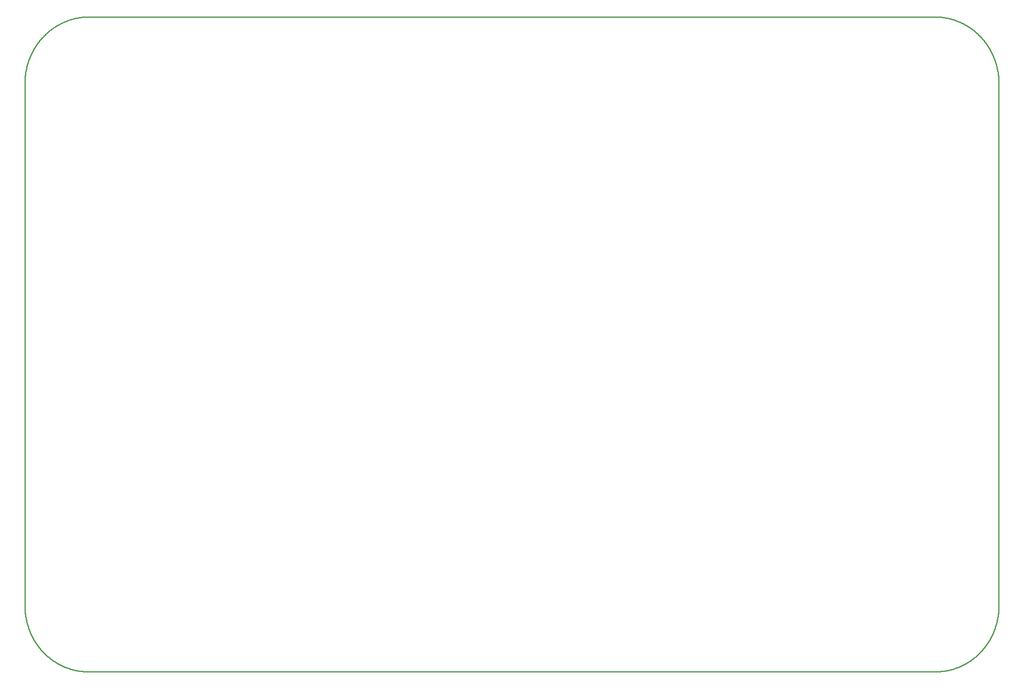
<source format=gm1>
G04 MADE WITH FRITZING*
G04 WWW.FRITZING.ORG*
G04 DOUBLE SIDED*
G04 HOLES PLATED*
G04 CONTOUR ON CENTER OF CONTOUR VECTOR*
%ASAXBY*%
%FSLAX23Y23*%
%MOIN*%
%OFA0B0*%
%SFA1.0B1.0*%
%ADD10C,0.005000*%
%ADD10C,0.008*%
%LNCONTOUR*%
G90*
G70*
G54D10*
G54D10*
X354Y3822D02*
X355Y3822D01*
X356Y3822D01*
X357Y3822D01*
X358Y3822D01*
X359Y3822D01*
X360Y3822D01*
X361Y3822D01*
X362Y3822D01*
X363Y3822D01*
X364Y3822D01*
X365Y3822D01*
X366Y3822D01*
X367Y3822D01*
X368Y3822D01*
X369Y3822D01*
X370Y3822D01*
X371Y3822D01*
X372Y3822D01*
X373Y3822D01*
X374Y3822D01*
X375Y3822D01*
X376Y3822D01*
X377Y3822D01*
X378Y3822D01*
X379Y3822D01*
X380Y3822D01*
X381Y3822D01*
X382Y3822D01*
X383Y3822D01*
X384Y3822D01*
X385Y3822D01*
X386Y3822D01*
X387Y3822D01*
X388Y3822D01*
X389Y3822D01*
X390Y3822D01*
X391Y3822D01*
X392Y3822D01*
X393Y3822D01*
X394Y3822D01*
X395Y3822D01*
X396Y3822D01*
X397Y3822D01*
X398Y3822D01*
X399Y3822D01*
X400Y3822D01*
X401Y3822D01*
X402Y3822D01*
X403Y3822D01*
X404Y3822D01*
X405Y3822D01*
X406Y3822D01*
X407Y3822D01*
X408Y3822D01*
X409Y3822D01*
X410Y3822D01*
X411Y3822D01*
X412Y3822D01*
X413Y3822D01*
X414Y3822D01*
X415Y3822D01*
X416Y3822D01*
X417Y3822D01*
X418Y3822D01*
X419Y3822D01*
X420Y3822D01*
X421Y3822D01*
X422Y3822D01*
X423Y3822D01*
X424Y3822D01*
X425Y3822D01*
X426Y3822D01*
X427Y3822D01*
X428Y3822D01*
X429Y3822D01*
X430Y3822D01*
X431Y3822D01*
X432Y3822D01*
X433Y3822D01*
X434Y3822D01*
X435Y3822D01*
X436Y3822D01*
X437Y3822D01*
X438Y3822D01*
X439Y3822D01*
X440Y3822D01*
X441Y3822D01*
X442Y3822D01*
X443Y3822D01*
X444Y3822D01*
X445Y3822D01*
X446Y3822D01*
X447Y3822D01*
X448Y3822D01*
X449Y3822D01*
X450Y3822D01*
X451Y3822D01*
X452Y3822D01*
X453Y3822D01*
X454Y3822D01*
X455Y3822D01*
X456Y3822D01*
X457Y3822D01*
X458Y3822D01*
X459Y3822D01*
X460Y3822D01*
X461Y3822D01*
X462Y3822D01*
X463Y3822D01*
X464Y3822D01*
X465Y3822D01*
X466Y3822D01*
X467Y3822D01*
X468Y3822D01*
X469Y3822D01*
X470Y3822D01*
X471Y3822D01*
X472Y3822D01*
X473Y3822D01*
X474Y3822D01*
X475Y3822D01*
X476Y3822D01*
X477Y3822D01*
X478Y3822D01*
X479Y3822D01*
X480Y3822D01*
X481Y3822D01*
X482Y3822D01*
X483Y3822D01*
X484Y3822D01*
X485Y3822D01*
X486Y3822D01*
X487Y3822D01*
X488Y3822D01*
X489Y3822D01*
X490Y3822D01*
X491Y3822D01*
X492Y3822D01*
X493Y3822D01*
X494Y3822D01*
X495Y3822D01*
X496Y3822D01*
X497Y3822D01*
X498Y3822D01*
X499Y3822D01*
X500Y3822D01*
X501Y3822D01*
X502Y3822D01*
X503Y3822D01*
X504Y3822D01*
X505Y3822D01*
X506Y3822D01*
X507Y3822D01*
X508Y3822D01*
X509Y3822D01*
X510Y3822D01*
X511Y3822D01*
X512Y3822D01*
X513Y3822D01*
X514Y3822D01*
X515Y3822D01*
X516Y3822D01*
X517Y3822D01*
X518Y3822D01*
X519Y3822D01*
X520Y3822D01*
X521Y3822D01*
X522Y3822D01*
X523Y3822D01*
X524Y3822D01*
X525Y3822D01*
X526Y3822D01*
X527Y3822D01*
X528Y3822D01*
X529Y3822D01*
X530Y3822D01*
X531Y3822D01*
X532Y3822D01*
X533Y3822D01*
X534Y3822D01*
X535Y3822D01*
X536Y3822D01*
X537Y3822D01*
X538Y3822D01*
X539Y3822D01*
X540Y3822D01*
X541Y3822D01*
X542Y3822D01*
X543Y3822D01*
X544Y3822D01*
X545Y3822D01*
X546Y3822D01*
X547Y3822D01*
X548Y3822D01*
X549Y3822D01*
X550Y3822D01*
X551Y3822D01*
X552Y3822D01*
X553Y3822D01*
X554Y3822D01*
X555Y3822D01*
X556Y3822D01*
X557Y3822D01*
X558Y3822D01*
X559Y3822D01*
X560Y3822D01*
X561Y3822D01*
X562Y3822D01*
X563Y3822D01*
X564Y3822D01*
X565Y3822D01*
X566Y3822D01*
X567Y3822D01*
X568Y3822D01*
X569Y3822D01*
X570Y3822D01*
X571Y3822D01*
X572Y3822D01*
X573Y3822D01*
X574Y3822D01*
X575Y3822D01*
X576Y3822D01*
X577Y3822D01*
X578Y3822D01*
X579Y3822D01*
X580Y3822D01*
X581Y3822D01*
X582Y3822D01*
X583Y3822D01*
X584Y3822D01*
X585Y3822D01*
X586Y3822D01*
X587Y3822D01*
X588Y3822D01*
X589Y3822D01*
X590Y3822D01*
X591Y3822D01*
X592Y3822D01*
X593Y3822D01*
X594Y3822D01*
X595Y3822D01*
X596Y3822D01*
X597Y3822D01*
X598Y3822D01*
X599Y3822D01*
X600Y3822D01*
X601Y3822D01*
X602Y3822D01*
X603Y3822D01*
X604Y3822D01*
X605Y3822D01*
X606Y3822D01*
X607Y3822D01*
X608Y3822D01*
X609Y3822D01*
X610Y3822D01*
X611Y3822D01*
X612Y3822D01*
X613Y3822D01*
X614Y3822D01*
X615Y3822D01*
X616Y3822D01*
X617Y3822D01*
X618Y3822D01*
X619Y3822D01*
X620Y3822D01*
X621Y3822D01*
X622Y3822D01*
X623Y3822D01*
X624Y3822D01*
X625Y3822D01*
X626Y3822D01*
X627Y3822D01*
X628Y3822D01*
X629Y3822D01*
X630Y3822D01*
X631Y3822D01*
X632Y3822D01*
X633Y3822D01*
X634Y3822D01*
X635Y3822D01*
X636Y3822D01*
X637Y3822D01*
X638Y3822D01*
X639Y3822D01*
X640Y3822D01*
X641Y3822D01*
X642Y3822D01*
X643Y3822D01*
X644Y3822D01*
X645Y3822D01*
X646Y3822D01*
X647Y3822D01*
X648Y3822D01*
X649Y3822D01*
X650Y3822D01*
X651Y3822D01*
X652Y3822D01*
X653Y3822D01*
X654Y3822D01*
X655Y3822D01*
X656Y3822D01*
X657Y3822D01*
X658Y3822D01*
X659Y3822D01*
X660Y3822D01*
X661Y3822D01*
X662Y3822D01*
X663Y3822D01*
X664Y3822D01*
X665Y3822D01*
X666Y3822D01*
X667Y3822D01*
X668Y3822D01*
X669Y3822D01*
X670Y3822D01*
X671Y3822D01*
X672Y3822D01*
X673Y3822D01*
X674Y3822D01*
X675Y3822D01*
X676Y3822D01*
X677Y3822D01*
X678Y3822D01*
X679Y3822D01*
X680Y3822D01*
X681Y3822D01*
X682Y3822D01*
X683Y3822D01*
X684Y3822D01*
X685Y3822D01*
X686Y3822D01*
X687Y3822D01*
X688Y3822D01*
X689Y3822D01*
X690Y3822D01*
X691Y3822D01*
X692Y3822D01*
X693Y3822D01*
X694Y3822D01*
X695Y3822D01*
X696Y3822D01*
X697Y3822D01*
X698Y3822D01*
X699Y3822D01*
X700Y3822D01*
X701Y3822D01*
X702Y3822D01*
X703Y3822D01*
X704Y3822D01*
X705Y3822D01*
X706Y3822D01*
X707Y3822D01*
X708Y3822D01*
X709Y3822D01*
X710Y3822D01*
X711Y3822D01*
X712Y3822D01*
X713Y3822D01*
X714Y3822D01*
X715Y3822D01*
X716Y3822D01*
X717Y3822D01*
X718Y3822D01*
X719Y3822D01*
X720Y3822D01*
X721Y3822D01*
X722Y3822D01*
X723Y3822D01*
X724Y3822D01*
X725Y3822D01*
X726Y3822D01*
X727Y3822D01*
X728Y3822D01*
X729Y3822D01*
X730Y3822D01*
X731Y3822D01*
X732Y3822D01*
X733Y3822D01*
X734Y3822D01*
X735Y3822D01*
X736Y3822D01*
X737Y3822D01*
X738Y3822D01*
X739Y3822D01*
X740Y3822D01*
X741Y3822D01*
X742Y3822D01*
X743Y3822D01*
X744Y3822D01*
X745Y3822D01*
X746Y3822D01*
X747Y3822D01*
X748Y3822D01*
X749Y3822D01*
X750Y3822D01*
X751Y3822D01*
X752Y3822D01*
X753Y3822D01*
X754Y3822D01*
X755Y3822D01*
X756Y3822D01*
X757Y3822D01*
X758Y3822D01*
X759Y3822D01*
X760Y3822D01*
X761Y3822D01*
X762Y3822D01*
X763Y3822D01*
X764Y3822D01*
X765Y3822D01*
X766Y3822D01*
X767Y3822D01*
X768Y3822D01*
X769Y3822D01*
X770Y3822D01*
X771Y3822D01*
X772Y3822D01*
X773Y3822D01*
X774Y3822D01*
X775Y3822D01*
X776Y3822D01*
X777Y3822D01*
X778Y3822D01*
X779Y3822D01*
X780Y3822D01*
X781Y3822D01*
X782Y3822D01*
X783Y3822D01*
X784Y3822D01*
X785Y3822D01*
X786Y3822D01*
X787Y3822D01*
X788Y3822D01*
X789Y3822D01*
X790Y3822D01*
X791Y3822D01*
X792Y3822D01*
X793Y3822D01*
X794Y3822D01*
X795Y3822D01*
X796Y3822D01*
X797Y3822D01*
X798Y3822D01*
X799Y3822D01*
X800Y3822D01*
X801Y3822D01*
X802Y3822D01*
X803Y3822D01*
X804Y3822D01*
X805Y3822D01*
X806Y3822D01*
X807Y3822D01*
X808Y3822D01*
X809Y3822D01*
X810Y3822D01*
X811Y3822D01*
X812Y3822D01*
X813Y3822D01*
X814Y3822D01*
X815Y3822D01*
X816Y3822D01*
X817Y3822D01*
X818Y3822D01*
X819Y3822D01*
X820Y3822D01*
X821Y3822D01*
X822Y3822D01*
X823Y3822D01*
X824Y3822D01*
X825Y3822D01*
X826Y3822D01*
X827Y3822D01*
X828Y3822D01*
X829Y3822D01*
X830Y3822D01*
X831Y3822D01*
X832Y3822D01*
X833Y3822D01*
X834Y3822D01*
X835Y3822D01*
X836Y3822D01*
X837Y3822D01*
X838Y3822D01*
X839Y3822D01*
X840Y3822D01*
X841Y3822D01*
X842Y3822D01*
X843Y3822D01*
X844Y3822D01*
X845Y3822D01*
X846Y3822D01*
X847Y3822D01*
X848Y3822D01*
X849Y3822D01*
X850Y3822D01*
X851Y3822D01*
X852Y3822D01*
X853Y3822D01*
X854Y3822D01*
X855Y3822D01*
X856Y3822D01*
X857Y3822D01*
X858Y3822D01*
X859Y3822D01*
X860Y3822D01*
X861Y3822D01*
X862Y3822D01*
X863Y3822D01*
X864Y3822D01*
X865Y3822D01*
X866Y3822D01*
X867Y3822D01*
X868Y3822D01*
X869Y3822D01*
X870Y3822D01*
X871Y3822D01*
X872Y3822D01*
X873Y3822D01*
X874Y3822D01*
X875Y3822D01*
X876Y3822D01*
X877Y3822D01*
X878Y3822D01*
X879Y3822D01*
X880Y3822D01*
X881Y3822D01*
X882Y3822D01*
X883Y3822D01*
X884Y3822D01*
X885Y3822D01*
X886Y3822D01*
X887Y3822D01*
X888Y3822D01*
X889Y3822D01*
X890Y3822D01*
X891Y3822D01*
X892Y3822D01*
X893Y3822D01*
X894Y3822D01*
X895Y3822D01*
X896Y3822D01*
X897Y3822D01*
X898Y3822D01*
X899Y3822D01*
X900Y3822D01*
X901Y3822D01*
X902Y3822D01*
X903Y3822D01*
X904Y3822D01*
X905Y3822D01*
X906Y3822D01*
X907Y3822D01*
X908Y3822D01*
X909Y3822D01*
X910Y3822D01*
X911Y3822D01*
X912Y3822D01*
X913Y3822D01*
X914Y3822D01*
X915Y3822D01*
X916Y3822D01*
X917Y3822D01*
X918Y3822D01*
X919Y3822D01*
X920Y3822D01*
X921Y3822D01*
X922Y3822D01*
X923Y3822D01*
X924Y3822D01*
X925Y3822D01*
X926Y3822D01*
X927Y3822D01*
X928Y3822D01*
X929Y3822D01*
X930Y3822D01*
X931Y3822D01*
X932Y3822D01*
X933Y3822D01*
X934Y3822D01*
X935Y3822D01*
X936Y3822D01*
X937Y3822D01*
X938Y3822D01*
X939Y3822D01*
X940Y3822D01*
X941Y3822D01*
X942Y3822D01*
X943Y3822D01*
X944Y3822D01*
X945Y3822D01*
X946Y3822D01*
X947Y3822D01*
X948Y3822D01*
X949Y3822D01*
X950Y3822D01*
X951Y3822D01*
X952Y3822D01*
X953Y3822D01*
X954Y3822D01*
X955Y3822D01*
X956Y3822D01*
X957Y3822D01*
X958Y3822D01*
X959Y3822D01*
X960Y3822D01*
X961Y3822D01*
X962Y3822D01*
X963Y3822D01*
X964Y3822D01*
X965Y3822D01*
X966Y3822D01*
X967Y3822D01*
X968Y3822D01*
X969Y3822D01*
X970Y3822D01*
X971Y3822D01*
X972Y3822D01*
X973Y3822D01*
X974Y3822D01*
X975Y3822D01*
X976Y3822D01*
X977Y3822D01*
X978Y3822D01*
X979Y3822D01*
X980Y3822D01*
X981Y3822D01*
X982Y3822D01*
X983Y3822D01*
X984Y3822D01*
X985Y3822D01*
X986Y3822D01*
X987Y3822D01*
X988Y3822D01*
X989Y3822D01*
X990Y3822D01*
X991Y3822D01*
X992Y3822D01*
X993Y3822D01*
X994Y3822D01*
X995Y3822D01*
X996Y3822D01*
X997Y3822D01*
X998Y3822D01*
X999Y3822D01*
X1000Y3822D01*
X1001Y3822D01*
X1002Y3822D01*
X1003Y3822D01*
X1004Y3822D01*
X1005Y3822D01*
X1006Y3822D01*
X1007Y3822D01*
X1008Y3822D01*
X1009Y3822D01*
X1010Y3822D01*
X1011Y3822D01*
X1012Y3822D01*
X1013Y3822D01*
X1014Y3822D01*
X1015Y3822D01*
X1016Y3822D01*
X1017Y3822D01*
X1018Y3822D01*
X1019Y3822D01*
X1020Y3822D01*
X1021Y3822D01*
X1022Y3822D01*
X1023Y3822D01*
X1024Y3822D01*
X1025Y3822D01*
X1026Y3822D01*
X1027Y3822D01*
X1028Y3822D01*
X1029Y3822D01*
X1030Y3822D01*
X1031Y3822D01*
X1032Y3822D01*
X1033Y3822D01*
X1034Y3822D01*
X1035Y3822D01*
X1036Y3822D01*
X1037Y3822D01*
X1038Y3822D01*
X1039Y3822D01*
X1040Y3822D01*
X1041Y3822D01*
X1042Y3822D01*
X1043Y3822D01*
X1044Y3822D01*
X1045Y3822D01*
X1046Y3822D01*
X1047Y3822D01*
X1048Y3822D01*
X1049Y3822D01*
X1050Y3822D01*
X1051Y3822D01*
X1052Y3822D01*
X1053Y3822D01*
X1054Y3822D01*
X1055Y3822D01*
X1056Y3822D01*
X1057Y3822D01*
X1058Y3822D01*
X1059Y3822D01*
X1060Y3822D01*
X1061Y3822D01*
X1062Y3822D01*
X1063Y3822D01*
X1064Y3822D01*
X1065Y3822D01*
X1066Y3822D01*
X1067Y3822D01*
X1068Y3822D01*
X1069Y3822D01*
X1070Y3822D01*
X1071Y3822D01*
X1072Y3822D01*
X1073Y3822D01*
X1074Y3822D01*
X1075Y3822D01*
X1076Y3822D01*
X1077Y3822D01*
X1078Y3822D01*
X1079Y3822D01*
X1080Y3822D01*
X1081Y3822D01*
X1082Y3822D01*
X1083Y3822D01*
X1084Y3822D01*
X1085Y3822D01*
X1086Y3822D01*
X1087Y3822D01*
X1088Y3822D01*
X1089Y3822D01*
X1090Y3822D01*
X1091Y3822D01*
X1092Y3822D01*
X1093Y3822D01*
X1094Y3822D01*
X1095Y3822D01*
X1096Y3822D01*
X1097Y3822D01*
X1098Y3822D01*
X1099Y3822D01*
X1100Y3822D01*
X1101Y3822D01*
X1102Y3822D01*
X1103Y3822D01*
X1104Y3822D01*
X1105Y3822D01*
X1106Y3822D01*
X1107Y3822D01*
X1108Y3822D01*
X1109Y3822D01*
X1110Y3822D01*
X1111Y3822D01*
X1112Y3822D01*
X1113Y3822D01*
X1114Y3822D01*
X1115Y3822D01*
X1116Y3822D01*
X1117Y3822D01*
X1118Y3822D01*
X1119Y3822D01*
X1120Y3822D01*
X1121Y3822D01*
X1122Y3822D01*
X1123Y3822D01*
X1124Y3822D01*
X1125Y3822D01*
X1126Y3822D01*
X1127Y3822D01*
X1128Y3822D01*
X1129Y3822D01*
X1130Y3822D01*
X1131Y3822D01*
X1132Y3822D01*
X1133Y3822D01*
X1134Y3822D01*
X1135Y3822D01*
X1136Y3822D01*
X1137Y3822D01*
X1138Y3822D01*
X1139Y3822D01*
X1140Y3822D01*
X1141Y3822D01*
X1142Y3822D01*
X1143Y3822D01*
X1144Y3822D01*
X1145Y3822D01*
X1146Y3822D01*
X1147Y3822D01*
X1148Y3822D01*
X1149Y3822D01*
X1150Y3822D01*
X1151Y3822D01*
X1152Y3822D01*
X1153Y3822D01*
X1154Y3822D01*
X1155Y3822D01*
X1156Y3822D01*
X1157Y3822D01*
X1158Y3822D01*
X1159Y3822D01*
X1160Y3822D01*
X1161Y3822D01*
X1162Y3822D01*
X1163Y3822D01*
X1164Y3822D01*
X1165Y3822D01*
X1166Y3822D01*
X1167Y3822D01*
X1168Y3822D01*
X1169Y3822D01*
X1170Y3822D01*
X1171Y3822D01*
X1172Y3822D01*
X1173Y3822D01*
X1174Y3822D01*
X1175Y3822D01*
X1176Y3822D01*
X1177Y3822D01*
X1178Y3822D01*
X1179Y3822D01*
X1180Y3822D01*
X1181Y3822D01*
X1182Y3822D01*
X1183Y3822D01*
X1184Y3822D01*
X1185Y3822D01*
X1186Y3822D01*
X1187Y3822D01*
X1188Y3822D01*
X1189Y3822D01*
X1190Y3822D01*
X1191Y3822D01*
X1192Y3822D01*
X1193Y3822D01*
X1194Y3822D01*
X1195Y3822D01*
X1196Y3822D01*
X1197Y3822D01*
X1198Y3822D01*
X1199Y3822D01*
X1200Y3822D01*
X1201Y3822D01*
X1202Y3822D01*
X1203Y3822D01*
X1204Y3822D01*
X1205Y3822D01*
X1206Y3822D01*
X1207Y3822D01*
X1208Y3822D01*
X1209Y3822D01*
X1210Y3822D01*
X1211Y3822D01*
X1212Y3822D01*
X1213Y3822D01*
X1214Y3822D01*
X1215Y3822D01*
X1216Y3822D01*
X1217Y3822D01*
X1218Y3822D01*
X1219Y3822D01*
X1220Y3822D01*
X1221Y3822D01*
X1222Y3822D01*
X1223Y3822D01*
X1224Y3822D01*
X1225Y3822D01*
X1226Y3822D01*
X1227Y3822D01*
X1228Y3822D01*
X1229Y3822D01*
X1230Y3822D01*
X1231Y3822D01*
X1232Y3822D01*
X1233Y3822D01*
X1234Y3822D01*
X1235Y3822D01*
X1236Y3822D01*
X1237Y3822D01*
X1238Y3822D01*
X1239Y3822D01*
X1240Y3822D01*
X1241Y3822D01*
X1242Y3822D01*
X1243Y3822D01*
X1244Y3822D01*
X1245Y3822D01*
X1246Y3822D01*
X1247Y3822D01*
X1248Y3822D01*
X1249Y3822D01*
X1250Y3822D01*
X1251Y3822D01*
X1252Y3822D01*
X1253Y3822D01*
X1254Y3822D01*
X1255Y3822D01*
X1256Y3822D01*
X1257Y3822D01*
X1258Y3822D01*
X1259Y3822D01*
X1260Y3822D01*
X1261Y3822D01*
X1262Y3822D01*
X1263Y3822D01*
X1264Y3822D01*
X1265Y3822D01*
X1266Y3822D01*
X1267Y3822D01*
X1268Y3822D01*
X1269Y3822D01*
X1270Y3822D01*
X1271Y3822D01*
X1272Y3822D01*
X1273Y3822D01*
X1274Y3822D01*
X1275Y3822D01*
X1276Y3822D01*
X1277Y3822D01*
X1278Y3822D01*
X1279Y3822D01*
X1280Y3822D01*
X1281Y3822D01*
X1282Y3822D01*
X1283Y3822D01*
X1284Y3822D01*
X1285Y3822D01*
X1286Y3822D01*
X1287Y3822D01*
X1288Y3822D01*
X1289Y3822D01*
X1290Y3822D01*
X1291Y3822D01*
X1292Y3822D01*
X1293Y3822D01*
X1294Y3822D01*
X1295Y3822D01*
X1296Y3822D01*
X1297Y3822D01*
X1298Y3822D01*
X1299Y3822D01*
X1300Y3822D01*
X1301Y3822D01*
X1302Y3822D01*
X1303Y3822D01*
X1304Y3822D01*
X1305Y3822D01*
X1306Y3822D01*
X1307Y3822D01*
X1308Y3822D01*
X1309Y3822D01*
X1310Y3822D01*
X1311Y3822D01*
X1312Y3822D01*
X1313Y3822D01*
X1314Y3822D01*
X1315Y3822D01*
X1316Y3822D01*
X1317Y3822D01*
X1318Y3822D01*
X1319Y3822D01*
X1320Y3822D01*
X1321Y3822D01*
X1322Y3822D01*
X1323Y3822D01*
X1324Y3822D01*
X1325Y3822D01*
X1326Y3822D01*
X1327Y3822D01*
X1328Y3822D01*
X1329Y3822D01*
X1330Y3822D01*
X1331Y3822D01*
X1332Y3822D01*
X1333Y3822D01*
X1334Y3822D01*
X1335Y3822D01*
X1336Y3822D01*
X1337Y3822D01*
X1338Y3822D01*
X1339Y3822D01*
X1340Y3822D01*
X1341Y3822D01*
X1342Y3822D01*
X1343Y3822D01*
X1344Y3822D01*
X1345Y3822D01*
X1346Y3822D01*
X1347Y3822D01*
X1348Y3822D01*
X1349Y3822D01*
X1350Y3822D01*
X1351Y3822D01*
X1352Y3822D01*
X1353Y3822D01*
X1354Y3822D01*
X1355Y3822D01*
X1356Y3822D01*
X1357Y3822D01*
X1358Y3822D01*
X1359Y3822D01*
X1360Y3822D01*
X1361Y3822D01*
X1362Y3822D01*
X1363Y3822D01*
X1364Y3822D01*
X1365Y3822D01*
X1366Y3822D01*
X1367Y3822D01*
X1368Y3822D01*
X1369Y3822D01*
X1370Y3822D01*
X1371Y3822D01*
X1372Y3822D01*
X1373Y3822D01*
X1374Y3822D01*
X1375Y3822D01*
X1376Y3822D01*
X1377Y3822D01*
X1378Y3822D01*
X1379Y3822D01*
X1380Y3822D01*
X1381Y3822D01*
X1382Y3822D01*
X1383Y3822D01*
X1384Y3822D01*
X1385Y3822D01*
X1386Y3822D01*
X1387Y3822D01*
X1388Y3822D01*
X1389Y3822D01*
X1390Y3822D01*
X1391Y3822D01*
X1392Y3822D01*
X1393Y3822D01*
X1394Y3822D01*
X1395Y3822D01*
X1396Y3822D01*
X1397Y3822D01*
X1398Y3822D01*
X1399Y3822D01*
X1400Y3822D01*
X1401Y3822D01*
X1402Y3822D01*
X1403Y3822D01*
X1404Y3822D01*
X1405Y3822D01*
X1406Y3822D01*
X1407Y3822D01*
X1408Y3822D01*
X1409Y3822D01*
X1410Y3822D01*
X1411Y3822D01*
X1412Y3822D01*
X1413Y3822D01*
X1414Y3822D01*
X1415Y3822D01*
X1416Y3822D01*
X1417Y3822D01*
X1418Y3822D01*
X1419Y3822D01*
X1420Y3822D01*
X1421Y3822D01*
X1422Y3822D01*
X1423Y3822D01*
X1424Y3822D01*
X1425Y3822D01*
X1426Y3822D01*
X1427Y3822D01*
X1428Y3822D01*
X1429Y3822D01*
X1430Y3822D01*
X1431Y3822D01*
X1432Y3822D01*
X1433Y3822D01*
X1434Y3822D01*
X1435Y3822D01*
X1436Y3822D01*
X1437Y3822D01*
X1438Y3822D01*
X1439Y3822D01*
X1440Y3822D01*
X1441Y3822D01*
X1442Y3822D01*
X1443Y3822D01*
X1444Y3822D01*
X1445Y3822D01*
X1446Y3822D01*
X1447Y3822D01*
X1448Y3822D01*
X1449Y3822D01*
X1450Y3822D01*
X1451Y3822D01*
X1452Y3822D01*
X1453Y3822D01*
X1454Y3822D01*
X1455Y3822D01*
X1456Y3822D01*
X1457Y3822D01*
X1458Y3822D01*
X1459Y3822D01*
X1460Y3822D01*
X1461Y3822D01*
X1462Y3822D01*
X1463Y3822D01*
X1464Y3822D01*
X1465Y3822D01*
X1466Y3822D01*
X1467Y3822D01*
X1468Y3822D01*
X1469Y3822D01*
X1470Y3822D01*
X1471Y3822D01*
X1472Y3822D01*
X1473Y3822D01*
X1474Y3822D01*
X1475Y3822D01*
X1476Y3822D01*
X1477Y3822D01*
X1478Y3822D01*
X1479Y3822D01*
X1480Y3822D01*
X1481Y3822D01*
X1482Y3822D01*
X1483Y3822D01*
X1484Y3822D01*
X1485Y3822D01*
X1486Y3822D01*
X1487Y3822D01*
X1488Y3822D01*
X1489Y3822D01*
X1490Y3822D01*
X1491Y3822D01*
X1492Y3822D01*
X1493Y3822D01*
X1494Y3822D01*
X1495Y3822D01*
X1496Y3822D01*
X1497Y3822D01*
X1498Y3822D01*
X1499Y3822D01*
X1500Y3822D01*
X1501Y3822D01*
X1502Y3822D01*
X1503Y3822D01*
X1504Y3822D01*
X1505Y3822D01*
X1506Y3822D01*
X1507Y3822D01*
X1508Y3822D01*
X1509Y3822D01*
X1510Y3822D01*
X1511Y3822D01*
X1512Y3822D01*
X1513Y3822D01*
X1514Y3822D01*
X1515Y3822D01*
X1516Y3822D01*
X1517Y3822D01*
X1518Y3822D01*
X1519Y3822D01*
X1520Y3822D01*
X1521Y3822D01*
X1522Y3822D01*
X1523Y3822D01*
X1524Y3822D01*
X1525Y3822D01*
X1526Y3822D01*
X1527Y3822D01*
X1528Y3822D01*
X1529Y3822D01*
X1530Y3822D01*
X1531Y3822D01*
X1532Y3822D01*
X1533Y3822D01*
X1534Y3822D01*
X1535Y3822D01*
X1536Y3822D01*
X1537Y3822D01*
X1538Y3822D01*
X1539Y3822D01*
X1540Y3822D01*
X1541Y3822D01*
X1542Y3822D01*
X1543Y3822D01*
X1544Y3822D01*
X1545Y3822D01*
X1546Y3822D01*
X1547Y3822D01*
X1548Y3822D01*
X1549Y3822D01*
X1550Y3822D01*
X1551Y3822D01*
X1552Y3822D01*
X1553Y3822D01*
X1554Y3822D01*
X1555Y3822D01*
X1556Y3822D01*
X1557Y3822D01*
X1558Y3822D01*
X1559Y3822D01*
X1560Y3822D01*
X1561Y3822D01*
X1562Y3822D01*
X1563Y3822D01*
X1564Y3822D01*
X1565Y3822D01*
X1566Y3822D01*
X1567Y3822D01*
X1568Y3822D01*
X1569Y3822D01*
X1570Y3822D01*
X1571Y3822D01*
X1572Y3822D01*
X1573Y3822D01*
X1574Y3822D01*
X1575Y3822D01*
X1576Y3822D01*
X1577Y3822D01*
X1578Y3822D01*
X1579Y3822D01*
X1580Y3822D01*
X1581Y3822D01*
X1582Y3822D01*
X1583Y3822D01*
X1584Y3822D01*
X1585Y3822D01*
X1586Y3822D01*
X1587Y3822D01*
X1588Y3822D01*
X1589Y3822D01*
X1590Y3822D01*
X1591Y3822D01*
X1592Y3822D01*
X1593Y3822D01*
X1594Y3822D01*
X1595Y3822D01*
X1596Y3822D01*
X1597Y3822D01*
X1598Y3822D01*
X1599Y3822D01*
X1600Y3822D01*
X1601Y3822D01*
X1602Y3822D01*
X1603Y3822D01*
X1604Y3822D01*
X1605Y3822D01*
X1606Y3822D01*
X1607Y3822D01*
X1608Y3822D01*
X1609Y3822D01*
X1610Y3822D01*
X1611Y3822D01*
X1612Y3822D01*
X1613Y3822D01*
X1614Y3822D01*
X1615Y3822D01*
X1616Y3822D01*
X1617Y3822D01*
X1618Y3822D01*
X1619Y3822D01*
X1620Y3822D01*
X1621Y3822D01*
X1622Y3822D01*
X1623Y3822D01*
X1624Y3822D01*
X1625Y3822D01*
X1626Y3822D01*
X1627Y3822D01*
X1628Y3822D01*
X1629Y3822D01*
X1630Y3822D01*
X1631Y3822D01*
X1632Y3822D01*
X1633Y3822D01*
X1634Y3822D01*
X1635Y3822D01*
X1636Y3822D01*
X1637Y3822D01*
X1638Y3822D01*
X1639Y3822D01*
X1640Y3822D01*
X1641Y3822D01*
X1642Y3822D01*
X1643Y3822D01*
X1644Y3822D01*
X1645Y3822D01*
X1646Y3822D01*
X1647Y3822D01*
X1648Y3822D01*
X1649Y3822D01*
X1650Y3822D01*
X1651Y3822D01*
X1652Y3822D01*
X1653Y3822D01*
X1654Y3822D01*
X1655Y3822D01*
X1656Y3822D01*
X1657Y3822D01*
X1658Y3822D01*
X1659Y3822D01*
X1660Y3822D01*
X1661Y3822D01*
X1662Y3822D01*
X1663Y3822D01*
X1664Y3822D01*
X1665Y3822D01*
X1666Y3822D01*
X1667Y3822D01*
X1668Y3822D01*
X1669Y3822D01*
X1670Y3822D01*
X1671Y3822D01*
X1672Y3822D01*
X1673Y3822D01*
X1674Y3822D01*
X1675Y3822D01*
X1676Y3822D01*
X1677Y3822D01*
X1678Y3822D01*
X1679Y3822D01*
X1680Y3822D01*
X1681Y3822D01*
X1682Y3822D01*
X1683Y3822D01*
X1684Y3822D01*
X1685Y3822D01*
X1686Y3822D01*
X1687Y3822D01*
X1688Y3822D01*
X1689Y3822D01*
X1690Y3822D01*
X1691Y3822D01*
X1692Y3822D01*
X1693Y3822D01*
X1694Y3822D01*
X1695Y3822D01*
X1696Y3822D01*
X1697Y3822D01*
X1698Y3822D01*
X1699Y3822D01*
X1700Y3822D01*
X1701Y3822D01*
X1702Y3822D01*
X1703Y3822D01*
X1704Y3822D01*
X1705Y3822D01*
X1706Y3822D01*
X1707Y3822D01*
X1708Y3822D01*
X1709Y3822D01*
X1710Y3822D01*
X1711Y3822D01*
X1712Y3822D01*
X1713Y3822D01*
X1714Y3822D01*
X1715Y3822D01*
X1716Y3822D01*
X1717Y3822D01*
X1718Y3822D01*
X1719Y3822D01*
X1720Y3822D01*
X1721Y3822D01*
X1722Y3822D01*
X1723Y3822D01*
X1724Y3822D01*
X1725Y3822D01*
X1726Y3822D01*
X1727Y3822D01*
X1728Y3822D01*
X1729Y3822D01*
X1730Y3822D01*
X1731Y3822D01*
X1732Y3822D01*
X1733Y3822D01*
X1734Y3822D01*
X1735Y3822D01*
X1736Y3822D01*
X1737Y3822D01*
X1738Y3822D01*
X1739Y3822D01*
X1740Y3822D01*
X1741Y3822D01*
X1742Y3822D01*
X1743Y3822D01*
X1744Y3822D01*
X1745Y3822D01*
X1746Y3822D01*
X1747Y3822D01*
X1748Y3822D01*
X1749Y3822D01*
X1750Y3822D01*
X1751Y3822D01*
X1752Y3822D01*
X1753Y3822D01*
X1754Y3822D01*
X1755Y3822D01*
X1756Y3822D01*
X1757Y3822D01*
X1758Y3822D01*
X1759Y3822D01*
X1760Y3822D01*
X1761Y3822D01*
X1762Y3822D01*
X1763Y3822D01*
X1764Y3822D01*
X1765Y3822D01*
X1766Y3822D01*
X1767Y3822D01*
X1768Y3822D01*
X1769Y3822D01*
X1770Y3822D01*
X1771Y3822D01*
X1772Y3822D01*
X1773Y3822D01*
X1774Y3822D01*
X1775Y3822D01*
X1776Y3822D01*
X1777Y3822D01*
X1778Y3822D01*
X1779Y3822D01*
X1780Y3822D01*
X1781Y3822D01*
X1782Y3822D01*
X1783Y3822D01*
X1784Y3822D01*
X1785Y3822D01*
X1786Y3822D01*
X1787Y3822D01*
X1788Y3822D01*
X1789Y3822D01*
X1790Y3822D01*
X1791Y3822D01*
X1792Y3822D01*
X1793Y3822D01*
X1794Y3822D01*
X1795Y3822D01*
X1796Y3822D01*
X1797Y3822D01*
X1798Y3822D01*
X1799Y3822D01*
X1800Y3822D01*
X1801Y3822D01*
X1802Y3822D01*
X1803Y3822D01*
X1804Y3822D01*
X1805Y3822D01*
X1806Y3822D01*
X1807Y3822D01*
X1808Y3822D01*
X1809Y3822D01*
X1810Y3822D01*
X1811Y3822D01*
X1812Y3822D01*
X1813Y3822D01*
X1814Y3822D01*
X1815Y3822D01*
X1816Y3822D01*
X1817Y3822D01*
X1818Y3822D01*
X1819Y3822D01*
X1820Y3822D01*
X1821Y3822D01*
X1822Y3822D01*
X1823Y3822D01*
X1824Y3822D01*
X1825Y3822D01*
X1826Y3822D01*
X1827Y3822D01*
X1828Y3822D01*
X1829Y3822D01*
X1830Y3822D01*
X1831Y3822D01*
X1832Y3822D01*
X1833Y3822D01*
X1834Y3822D01*
X1835Y3822D01*
X1836Y3822D01*
X1837Y3822D01*
X1838Y3822D01*
X1839Y3822D01*
X1840Y3822D01*
X1841Y3822D01*
X1842Y3822D01*
X1843Y3822D01*
X1844Y3822D01*
X1845Y3822D01*
X1846Y3822D01*
X1847Y3822D01*
X1848Y3822D01*
X1849Y3822D01*
X1850Y3822D01*
X1851Y3822D01*
X1852Y3822D01*
X1853Y3822D01*
X1854Y3822D01*
X1855Y3822D01*
X1856Y3822D01*
X1857Y3822D01*
X1858Y3822D01*
X1859Y3822D01*
X1860Y3822D01*
X1861Y3822D01*
X1862Y3822D01*
X1863Y3822D01*
X1864Y3822D01*
X1865Y3822D01*
X1866Y3822D01*
X1867Y3822D01*
X1868Y3822D01*
X1869Y3822D01*
X1870Y3822D01*
X1871Y3822D01*
X1872Y3822D01*
X1873Y3822D01*
X1874Y3822D01*
X1875Y3822D01*
X1876Y3822D01*
X1877Y3822D01*
X1878Y3822D01*
X1879Y3822D01*
X1880Y3822D01*
X1881Y3822D01*
X1882Y3822D01*
X1883Y3822D01*
X1884Y3822D01*
X1885Y3822D01*
X1886Y3822D01*
X1887Y3822D01*
X1888Y3822D01*
X1889Y3822D01*
X1890Y3822D01*
X1891Y3822D01*
X1892Y3822D01*
X1893Y3822D01*
X1894Y3822D01*
X1895Y3822D01*
X1896Y3822D01*
X1897Y3822D01*
X1898Y3822D01*
X1899Y3822D01*
X1900Y3822D01*
X1901Y3822D01*
X1902Y3822D01*
X1903Y3822D01*
X1904Y3822D01*
X1905Y3822D01*
X1906Y3822D01*
X1907Y3822D01*
X1908Y3822D01*
X1909Y3822D01*
X1910Y3822D01*
X1911Y3822D01*
X1912Y3822D01*
X1913Y3822D01*
X1914Y3822D01*
X1915Y3822D01*
X1916Y3822D01*
X1917Y3822D01*
X1918Y3822D01*
X1919Y3822D01*
X1920Y3822D01*
X1921Y3822D01*
X1922Y3822D01*
X1923Y3822D01*
X1924Y3822D01*
X1925Y3822D01*
X1926Y3822D01*
X1927Y3822D01*
X1928Y3822D01*
X1929Y3822D01*
X1930Y3822D01*
X1931Y3822D01*
X1932Y3822D01*
X1933Y3822D01*
X1934Y3822D01*
X1935Y3822D01*
X1936Y3822D01*
X1937Y3822D01*
X1938Y3822D01*
X1939Y3822D01*
X1940Y3822D01*
X1941Y3822D01*
X1942Y3822D01*
X1943Y3822D01*
X1944Y3822D01*
X1945Y3822D01*
X1946Y3822D01*
X1947Y3822D01*
X1948Y3822D01*
X1949Y3822D01*
X1950Y3822D01*
X1951Y3822D01*
X1952Y3822D01*
X1953Y3822D01*
X1954Y3822D01*
X1955Y3822D01*
X1956Y3822D01*
X1957Y3822D01*
X1958Y3822D01*
X1959Y3822D01*
X1960Y3822D01*
X1961Y3822D01*
X1962Y3822D01*
X1963Y3822D01*
X1964Y3822D01*
X1965Y3822D01*
X1966Y3822D01*
X1967Y3822D01*
X1968Y3822D01*
X1969Y3822D01*
X1970Y3822D01*
X1971Y3822D01*
X1972Y3822D01*
X1973Y3822D01*
X1974Y3822D01*
X1975Y3822D01*
X1976Y3822D01*
X1977Y3822D01*
X1978Y3822D01*
X1979Y3822D01*
X1980Y3822D01*
X1981Y3822D01*
X1982Y3822D01*
X1983Y3822D01*
X1984Y3822D01*
X1985Y3822D01*
X1986Y3822D01*
X1987Y3822D01*
X1988Y3822D01*
X1989Y3822D01*
X1990Y3822D01*
X1991Y3822D01*
X1992Y3822D01*
X1993Y3822D01*
X1994Y3822D01*
X1995Y3822D01*
X1996Y3822D01*
X1997Y3822D01*
X1998Y3822D01*
X1999Y3822D01*
X2000Y3822D01*
X2001Y3822D01*
X2002Y3822D01*
X2003Y3822D01*
X2004Y3822D01*
X2005Y3822D01*
X2006Y3822D01*
X2007Y3822D01*
X2008Y3822D01*
X2009Y3822D01*
X2010Y3822D01*
X2011Y3822D01*
X2012Y3822D01*
X2013Y3822D01*
X2014Y3822D01*
X2015Y3822D01*
X2016Y3822D01*
X2017Y3822D01*
X2018Y3822D01*
X2019Y3822D01*
X2020Y3822D01*
X2021Y3822D01*
X2022Y3822D01*
X2023Y3822D01*
X2024Y3822D01*
X2025Y3822D01*
X2026Y3822D01*
X2027Y3822D01*
X2028Y3822D01*
X2029Y3822D01*
X2030Y3822D01*
X2031Y3822D01*
X2032Y3822D01*
X2033Y3822D01*
X2034Y3822D01*
X2035Y3822D01*
X2036Y3822D01*
X2037Y3822D01*
X2038Y3822D01*
X2039Y3822D01*
X2040Y3822D01*
X2041Y3822D01*
X2042Y3822D01*
X2043Y3822D01*
X2044Y3822D01*
X2045Y3822D01*
X2046Y3822D01*
X2047Y3822D01*
X2048Y3822D01*
X2049Y3822D01*
X2050Y3822D01*
X2051Y3822D01*
X2052Y3822D01*
X2053Y3822D01*
X2054Y3822D01*
X2055Y3822D01*
X2056Y3822D01*
X2057Y3822D01*
X2058Y3822D01*
X2059Y3822D01*
X2060Y3822D01*
X2061Y3822D01*
X2062Y3822D01*
X2063Y3822D01*
X2064Y3822D01*
X2065Y3822D01*
X2066Y3822D01*
X2067Y3822D01*
X2068Y3822D01*
X2069Y3822D01*
X2070Y3822D01*
X2071Y3822D01*
X2072Y3822D01*
X2073Y3822D01*
X2074Y3822D01*
X2075Y3822D01*
X2076Y3822D01*
X2077Y3822D01*
X2078Y3822D01*
X2079Y3822D01*
X2080Y3822D01*
X2081Y3822D01*
X2082Y3822D01*
X2083Y3822D01*
X2084Y3822D01*
X2085Y3822D01*
X2086Y3822D01*
X2087Y3822D01*
X2088Y3822D01*
X2089Y3822D01*
X2090Y3822D01*
X2091Y3822D01*
X2092Y3822D01*
X2093Y3822D01*
X2094Y3822D01*
X2095Y3822D01*
X2096Y3822D01*
X2097Y3822D01*
X2098Y3822D01*
X2099Y3822D01*
X2100Y3822D01*
X2101Y3822D01*
X2102Y3822D01*
X2103Y3822D01*
X2104Y3822D01*
X2105Y3822D01*
X2106Y3822D01*
X2107Y3822D01*
X2108Y3822D01*
X2109Y3822D01*
X2110Y3822D01*
X2111Y3822D01*
X2112Y3822D01*
X2113Y3822D01*
X2114Y3822D01*
X2115Y3822D01*
X2116Y3822D01*
X2117Y3822D01*
X2118Y3822D01*
X2119Y3822D01*
X2120Y3822D01*
X2121Y3822D01*
X2122Y3822D01*
X2123Y3822D01*
X2124Y3822D01*
X2125Y3822D01*
X2126Y3822D01*
X2127Y3822D01*
X2128Y3822D01*
X2129Y3822D01*
X2130Y3822D01*
X2131Y3822D01*
X2132Y3822D01*
X2133Y3822D01*
X2134Y3822D01*
X2135Y3822D01*
X2136Y3822D01*
X2137Y3822D01*
X2138Y3822D01*
X2139Y3822D01*
X2140Y3822D01*
X2141Y3822D01*
X2142Y3822D01*
X2143Y3822D01*
X2144Y3822D01*
X2145Y3822D01*
X2146Y3822D01*
X2147Y3822D01*
X2148Y3822D01*
X2149Y3822D01*
X2150Y3822D01*
X2151Y3822D01*
X2152Y3822D01*
X2153Y3822D01*
X2154Y3822D01*
X2155Y3822D01*
X2156Y3822D01*
X2157Y3822D01*
X2158Y3822D01*
X2159Y3822D01*
X2160Y3822D01*
X2161Y3822D01*
X2162Y3822D01*
X2163Y3822D01*
X2164Y3822D01*
X2165Y3822D01*
X2166Y3822D01*
X2167Y3822D01*
X2168Y3822D01*
X2169Y3822D01*
X2170Y3822D01*
X2171Y3822D01*
X2172Y3822D01*
X2173Y3822D01*
X2174Y3822D01*
X2175Y3822D01*
X2176Y3822D01*
X2177Y3822D01*
X2178Y3822D01*
X2179Y3822D01*
X2180Y3822D01*
X2181Y3822D01*
X2182Y3822D01*
X2183Y3822D01*
X2184Y3822D01*
X2185Y3822D01*
X2186Y3822D01*
X2187Y3822D01*
X2188Y3822D01*
X2189Y3822D01*
X2190Y3822D01*
X2191Y3822D01*
X2192Y3822D01*
X2193Y3822D01*
X2194Y3822D01*
X2195Y3822D01*
X2196Y3822D01*
X2197Y3822D01*
X2198Y3822D01*
X2199Y3822D01*
X2200Y3822D01*
X2201Y3822D01*
X2202Y3822D01*
X2203Y3822D01*
X2204Y3822D01*
X2205Y3822D01*
X2206Y3822D01*
X2207Y3822D01*
X2208Y3822D01*
X2209Y3822D01*
X2210Y3822D01*
X2211Y3822D01*
X2212Y3822D01*
X2213Y3822D01*
X2214Y3822D01*
X2215Y3822D01*
X2216Y3822D01*
X2217Y3822D01*
X2218Y3822D01*
X2219Y3822D01*
X2220Y3822D01*
X2221Y3822D01*
X2222Y3822D01*
X2223Y3822D01*
X2224Y3822D01*
X2225Y3822D01*
X2226Y3822D01*
X2227Y3822D01*
X2228Y3822D01*
X2229Y3822D01*
X2230Y3822D01*
X2231Y3822D01*
X2232Y3822D01*
X2233Y3822D01*
X2234Y3822D01*
X2235Y3822D01*
X2236Y3822D01*
X2237Y3822D01*
X2238Y3822D01*
X2239Y3822D01*
X2240Y3822D01*
X2241Y3822D01*
X2242Y3822D01*
X2243Y3822D01*
X2244Y3822D01*
X2245Y3822D01*
X2246Y3822D01*
X2247Y3822D01*
X2248Y3822D01*
X2249Y3822D01*
X2250Y3822D01*
X2251Y3822D01*
X2252Y3822D01*
X2253Y3822D01*
X2254Y3822D01*
X2255Y3822D01*
X2256Y3822D01*
X2257Y3822D01*
X2258Y3822D01*
X2259Y3822D01*
X2260Y3822D01*
X2261Y3822D01*
X2262Y3822D01*
X2263Y3822D01*
X2264Y3822D01*
X2265Y3822D01*
X2266Y3822D01*
X2267Y3822D01*
X2268Y3822D01*
X2269Y3822D01*
X2270Y3822D01*
X2271Y3822D01*
X2272Y3822D01*
X2273Y3822D01*
X2274Y3822D01*
X2275Y3822D01*
X2276Y3822D01*
X2277Y3822D01*
X2278Y3822D01*
X2279Y3822D01*
X2280Y3822D01*
X2281Y3822D01*
X2282Y3822D01*
X2283Y3822D01*
X2284Y3822D01*
X2285Y3822D01*
X2286Y3822D01*
X2287Y3822D01*
X2288Y3822D01*
X2289Y3822D01*
X2290Y3822D01*
X2291Y3822D01*
X2292Y3822D01*
X2293Y3822D01*
X2294Y3822D01*
X2295Y3822D01*
X2296Y3822D01*
X2297Y3822D01*
X2298Y3822D01*
X2299Y3822D01*
X2300Y3822D01*
X2301Y3822D01*
X2302Y3822D01*
X2303Y3822D01*
X2304Y3822D01*
X2305Y3822D01*
X2306Y3822D01*
X2307Y3822D01*
X2308Y3822D01*
X2309Y3822D01*
X2310Y3822D01*
X2311Y3822D01*
X2312Y3822D01*
X2313Y3822D01*
X2314Y3822D01*
X2315Y3822D01*
X2316Y3822D01*
X2317Y3822D01*
X2318Y3822D01*
X2319Y3822D01*
X2320Y3822D01*
X2321Y3822D01*
X2322Y3822D01*
X2323Y3822D01*
X2324Y3822D01*
X2325Y3822D01*
X2326Y3822D01*
X2327Y3822D01*
X2328Y3822D01*
X2329Y3822D01*
X2330Y3822D01*
X2331Y3822D01*
X2332Y3822D01*
X2333Y3822D01*
X2334Y3822D01*
X2335Y3822D01*
X2336Y3822D01*
X2337Y3822D01*
X2338Y3822D01*
X2339Y3822D01*
X2340Y3822D01*
X2341Y3822D01*
X2342Y3822D01*
X2343Y3822D01*
X2344Y3822D01*
X2345Y3822D01*
X2346Y3822D01*
X2347Y3822D01*
X2348Y3822D01*
X2349Y3822D01*
X2350Y3822D01*
X2351Y3822D01*
X2352Y3822D01*
X2353Y3822D01*
X2354Y3822D01*
X2355Y3822D01*
X2356Y3822D01*
X2357Y3822D01*
X2358Y3822D01*
X2359Y3822D01*
X2360Y3822D01*
X2361Y3822D01*
X2362Y3822D01*
X2363Y3822D01*
X2364Y3822D01*
X2365Y3822D01*
X2366Y3822D01*
X2367Y3822D01*
X2368Y3822D01*
X2369Y3822D01*
X2370Y3822D01*
X2371Y3822D01*
X2372Y3822D01*
X2373Y3822D01*
X2374Y3822D01*
X2375Y3822D01*
X2376Y3822D01*
X2377Y3822D01*
X2378Y3822D01*
X2379Y3822D01*
X2380Y3822D01*
X2381Y3822D01*
X2382Y3822D01*
X2383Y3822D01*
X2384Y3822D01*
X2385Y3822D01*
X2386Y3822D01*
X2387Y3822D01*
X2388Y3822D01*
X2389Y3822D01*
X2390Y3822D01*
X2391Y3822D01*
X2392Y3822D01*
X2393Y3822D01*
X2394Y3822D01*
X2395Y3822D01*
X2396Y3822D01*
X2397Y3822D01*
X2398Y3822D01*
X2399Y3822D01*
X2400Y3822D01*
X2401Y3822D01*
X2402Y3822D01*
X2403Y3822D01*
X2404Y3822D01*
X2405Y3822D01*
X2406Y3822D01*
X2407Y3822D01*
X2408Y3822D01*
X2409Y3822D01*
X2410Y3822D01*
X2411Y3822D01*
X2412Y3822D01*
X2413Y3822D01*
X2414Y3822D01*
X2415Y3822D01*
X2416Y3822D01*
X2417Y3822D01*
X2418Y3822D01*
X2419Y3822D01*
X2420Y3822D01*
X2421Y3822D01*
X2422Y3822D01*
X2423Y3822D01*
X2424Y3822D01*
X2425Y3822D01*
X2426Y3822D01*
X2427Y3822D01*
X2428Y3822D01*
X2429Y3822D01*
X2430Y3822D01*
X2431Y3822D01*
X2432Y3822D01*
X2433Y3822D01*
X2434Y3822D01*
X2435Y3822D01*
X2436Y3822D01*
X2437Y3822D01*
X2438Y3822D01*
X2439Y3822D01*
X2440Y3822D01*
X2441Y3822D01*
X2442Y3822D01*
X2443Y3822D01*
X2444Y3822D01*
X2445Y3822D01*
X2446Y3822D01*
X2447Y3822D01*
X2448Y3822D01*
X2449Y3822D01*
X2450Y3822D01*
X2451Y3822D01*
X2452Y3822D01*
X2453Y3822D01*
X2454Y3822D01*
X2455Y3822D01*
X2456Y3822D01*
X2457Y3822D01*
X2458Y3822D01*
X2459Y3822D01*
X2460Y3822D01*
X2461Y3822D01*
X2462Y3822D01*
X2463Y3822D01*
X2464Y3822D01*
X2465Y3822D01*
X2466Y3822D01*
X2467Y3822D01*
X2468Y3822D01*
X2469Y3822D01*
X2470Y3822D01*
X2471Y3822D01*
X2472Y3822D01*
X2473Y3822D01*
X2474Y3822D01*
X2475Y3822D01*
X2476Y3822D01*
X2477Y3822D01*
X2478Y3822D01*
X2479Y3822D01*
X2480Y3822D01*
X2481Y3822D01*
X2482Y3822D01*
X2483Y3822D01*
X2484Y3822D01*
X2485Y3822D01*
X2486Y3822D01*
X2487Y3822D01*
X2488Y3822D01*
X2489Y3822D01*
X2490Y3822D01*
X2491Y3822D01*
X2492Y3822D01*
X2493Y3822D01*
X2494Y3822D01*
X2495Y3822D01*
X2496Y3822D01*
X2497Y3822D01*
X2498Y3822D01*
X2499Y3822D01*
X2500Y3822D01*
X2501Y3822D01*
X2502Y3822D01*
X2503Y3822D01*
X2504Y3822D01*
X2505Y3822D01*
X2506Y3822D01*
X2507Y3822D01*
X2508Y3822D01*
X2509Y3822D01*
X2510Y3822D01*
X2511Y3822D01*
X2512Y3822D01*
X2513Y3822D01*
X2514Y3822D01*
X2515Y3822D01*
X2516Y3822D01*
X2517Y3822D01*
X2518Y3822D01*
X2519Y3822D01*
X2520Y3822D01*
X2521Y3822D01*
X2522Y3822D01*
X2523Y3822D01*
X2524Y3822D01*
X2525Y3822D01*
X2526Y3822D01*
X2527Y3822D01*
X2528Y3822D01*
X2529Y3822D01*
X2530Y3822D01*
X2531Y3822D01*
X2532Y3822D01*
X2533Y3822D01*
X2534Y3822D01*
X2535Y3822D01*
X2536Y3822D01*
X2537Y3822D01*
X2538Y3822D01*
X2539Y3822D01*
X2540Y3822D01*
X2541Y3822D01*
X2542Y3822D01*
X2543Y3822D01*
X2544Y3822D01*
X2545Y3822D01*
X2546Y3822D01*
X2547Y3822D01*
X2548Y3822D01*
X2549Y3822D01*
X2550Y3822D01*
X2551Y3822D01*
X2552Y3822D01*
X2553Y3822D01*
X2554Y3822D01*
X2555Y3822D01*
X2556Y3822D01*
X2557Y3822D01*
X2558Y3822D01*
X2559Y3822D01*
X2560Y3822D01*
X2561Y3822D01*
X2562Y3822D01*
X2563Y3822D01*
X2564Y3822D01*
X2565Y3822D01*
X2566Y3822D01*
X2567Y3822D01*
X2568Y3822D01*
X2569Y3822D01*
X2570Y3822D01*
X2571Y3822D01*
X2572Y3822D01*
X2573Y3822D01*
X2574Y3822D01*
X2575Y3822D01*
X2576Y3822D01*
X2577Y3822D01*
X2578Y3822D01*
X2579Y3822D01*
X2580Y3822D01*
X2581Y3822D01*
X2582Y3822D01*
X2583Y3822D01*
X2584Y3822D01*
X2585Y3822D01*
X2586Y3822D01*
X2587Y3822D01*
X2588Y3822D01*
X2589Y3822D01*
X2590Y3822D01*
X2591Y3822D01*
X2592Y3822D01*
X2593Y3822D01*
X2594Y3822D01*
X2595Y3822D01*
X2596Y3822D01*
X2597Y3822D01*
X2598Y3822D01*
X2599Y3822D01*
X2600Y3822D01*
X2601Y3822D01*
X2602Y3822D01*
X2603Y3822D01*
X2604Y3822D01*
X2605Y3822D01*
X2606Y3822D01*
X2607Y3822D01*
X2608Y3822D01*
X2609Y3822D01*
X2610Y3822D01*
X2611Y3822D01*
X2612Y3822D01*
X2613Y3822D01*
X2614Y3822D01*
X2615Y3822D01*
X2616Y3822D01*
X2617Y3822D01*
X2618Y3822D01*
X2619Y3822D01*
X2620Y3822D01*
X2621Y3822D01*
X2622Y3822D01*
X2623Y3822D01*
X2624Y3822D01*
X2625Y3822D01*
X2626Y3822D01*
X2627Y3822D01*
X2628Y3822D01*
X2629Y3822D01*
X2630Y3822D01*
X2631Y3822D01*
X2632Y3822D01*
X2633Y3822D01*
X2634Y3822D01*
X2635Y3822D01*
X2636Y3822D01*
X2637Y3822D01*
X2638Y3822D01*
X2639Y3822D01*
X2640Y3822D01*
X2641Y3822D01*
X2642Y3822D01*
X2643Y3822D01*
X2644Y3822D01*
X2645Y3822D01*
X2646Y3822D01*
X2647Y3822D01*
X2648Y3822D01*
X2649Y3822D01*
X2650Y3822D01*
X2651Y3822D01*
X2652Y3822D01*
X2653Y3822D01*
X2654Y3822D01*
X2655Y3822D01*
X2656Y3822D01*
X2657Y3822D01*
X2658Y3822D01*
X2659Y3822D01*
X2660Y3822D01*
X2661Y3822D01*
X2662Y3822D01*
X2663Y3822D01*
X2664Y3822D01*
X2665Y3822D01*
X2666Y3822D01*
X2667Y3822D01*
X2668Y3822D01*
X2669Y3822D01*
X2670Y3822D01*
X2671Y3822D01*
X2672Y3822D01*
X2673Y3822D01*
X2674Y3822D01*
X2675Y3822D01*
X2676Y3822D01*
X2677Y3822D01*
X2678Y3822D01*
X2679Y3822D01*
X2680Y3822D01*
X2681Y3822D01*
X2682Y3822D01*
X2683Y3822D01*
X2684Y3822D01*
X2685Y3822D01*
X2686Y3822D01*
X2687Y3822D01*
X2688Y3822D01*
X2689Y3822D01*
X2690Y3822D01*
X2691Y3822D01*
X2692Y3822D01*
X2693Y3822D01*
X2694Y3822D01*
X2695Y3822D01*
X2696Y3822D01*
X2697Y3822D01*
X2698Y3822D01*
X2699Y3822D01*
X2700Y3822D01*
X2701Y3822D01*
X2702Y3822D01*
X2703Y3822D01*
X2704Y3822D01*
X2705Y3822D01*
X2706Y3822D01*
X2707Y3822D01*
X2708Y3822D01*
X2709Y3822D01*
X2710Y3822D01*
X2711Y3822D01*
X2712Y3822D01*
X2713Y3822D01*
X2714Y3822D01*
X2715Y3822D01*
X2716Y3822D01*
X2717Y3822D01*
X2718Y3822D01*
X2719Y3822D01*
X2720Y3822D01*
X2721Y3822D01*
X2722Y3822D01*
X2723Y3822D01*
X2724Y3822D01*
X2725Y3822D01*
X2726Y3822D01*
X2727Y3822D01*
X2728Y3822D01*
X2729Y3822D01*
X2730Y3822D01*
X2731Y3822D01*
X2732Y3822D01*
X2733Y3822D01*
X2734Y3822D01*
X2735Y3822D01*
X2736Y3822D01*
X2737Y3822D01*
X2738Y3822D01*
X2739Y3822D01*
X2740Y3822D01*
X2741Y3822D01*
X2742Y3822D01*
X2743Y3822D01*
X2744Y3822D01*
X2745Y3822D01*
X2746Y3822D01*
X2747Y3822D01*
X2748Y3822D01*
X2749Y3822D01*
X2750Y3822D01*
X2751Y3822D01*
X2752Y3822D01*
X2753Y3822D01*
X2754Y3822D01*
X2755Y3822D01*
X2756Y3822D01*
X2757Y3822D01*
X2758Y3822D01*
X2759Y3822D01*
X2760Y3822D01*
X2761Y3822D01*
X2762Y3822D01*
X2763Y3822D01*
X2764Y3822D01*
X2765Y3822D01*
X2766Y3822D01*
X2767Y3822D01*
X2768Y3822D01*
X2769Y3822D01*
X2770Y3822D01*
X2771Y3822D01*
X2772Y3822D01*
X2773Y3822D01*
X2774Y3822D01*
X2775Y3822D01*
X2776Y3822D01*
X2777Y3822D01*
X2778Y3822D01*
X2779Y3822D01*
X2780Y3822D01*
X2781Y3822D01*
X2782Y3822D01*
X2783Y3822D01*
X2784Y3822D01*
X2785Y3822D01*
X2786Y3822D01*
X2787Y3822D01*
X2788Y3822D01*
X2789Y3822D01*
X2790Y3822D01*
X2791Y3822D01*
X2792Y3822D01*
X2793Y3822D01*
X2794Y3822D01*
X2795Y3822D01*
X2796Y3822D01*
X2797Y3822D01*
X2798Y3822D01*
X2799Y3822D01*
X2800Y3822D01*
X2801Y3822D01*
X2802Y3822D01*
X2803Y3822D01*
X2804Y3822D01*
X2805Y3822D01*
X2806Y3822D01*
X2807Y3822D01*
X2808Y3822D01*
X2809Y3822D01*
X2810Y3822D01*
X2811Y3822D01*
X2812Y3822D01*
X2813Y3822D01*
X2814Y3822D01*
X2815Y3822D01*
X2816Y3822D01*
X2817Y3822D01*
X2818Y3822D01*
X2819Y3822D01*
X2820Y3822D01*
X2821Y3822D01*
X2822Y3822D01*
X2823Y3822D01*
X2824Y3822D01*
X2825Y3822D01*
X2826Y3822D01*
X2827Y3822D01*
X2828Y3822D01*
X2829Y3822D01*
X2830Y3822D01*
X2831Y3822D01*
X2832Y3822D01*
X2833Y3822D01*
X2834Y3822D01*
X2835Y3822D01*
X2836Y3822D01*
X2837Y3822D01*
X2838Y3822D01*
X2839Y3822D01*
X2840Y3822D01*
X2841Y3822D01*
X2842Y3822D01*
X2843Y3822D01*
X2844Y3822D01*
X2845Y3822D01*
X2846Y3822D01*
X2847Y3822D01*
X2848Y3822D01*
X2849Y3822D01*
X2850Y3822D01*
X2851Y3822D01*
X2852Y3822D01*
X2853Y3822D01*
X2854Y3822D01*
X2855Y3822D01*
X2856Y3822D01*
X2857Y3822D01*
X2858Y3822D01*
X2859Y3822D01*
X2860Y3822D01*
X2861Y3822D01*
X2862Y3822D01*
X2863Y3822D01*
X2864Y3822D01*
X2865Y3822D01*
X2866Y3822D01*
X2867Y3822D01*
X2868Y3822D01*
X2869Y3822D01*
X2870Y3822D01*
X2871Y3822D01*
X2872Y3822D01*
X2873Y3822D01*
X2874Y3822D01*
X2875Y3822D01*
X2876Y3822D01*
X2877Y3822D01*
X2878Y3822D01*
X2879Y3822D01*
X2880Y3822D01*
X2881Y3822D01*
X2882Y3822D01*
X2883Y3822D01*
X2884Y3822D01*
X2885Y3822D01*
X2886Y3822D01*
X2887Y3822D01*
X2888Y3822D01*
X2889Y3822D01*
X2890Y3822D01*
X2891Y3822D01*
X2892Y3822D01*
X2893Y3822D01*
X2894Y3822D01*
X2895Y3822D01*
X2896Y3822D01*
X2897Y3822D01*
X2898Y3822D01*
X2899Y3822D01*
X2900Y3822D01*
X2901Y3822D01*
X2902Y3822D01*
X2903Y3822D01*
X2904Y3822D01*
X2905Y3822D01*
X2906Y3822D01*
X2907Y3822D01*
X2908Y3822D01*
X2909Y3822D01*
X2910Y3822D01*
X2911Y3822D01*
X2912Y3822D01*
X2913Y3822D01*
X2914Y3822D01*
X2915Y3822D01*
X2916Y3822D01*
X2917Y3822D01*
X2918Y3822D01*
X2919Y3822D01*
X2920Y3822D01*
X2921Y3822D01*
X2922Y3822D01*
X2923Y3822D01*
X2924Y3822D01*
X2925Y3822D01*
X2926Y3822D01*
X2927Y3822D01*
X2928Y3822D01*
X2929Y3822D01*
X2930Y3822D01*
X2931Y3822D01*
X2932Y3822D01*
X2933Y3822D01*
X2934Y3822D01*
X2935Y3822D01*
X2936Y3822D01*
X2937Y3822D01*
X2938Y3822D01*
X2939Y3822D01*
X2940Y3822D01*
X2941Y3822D01*
X2942Y3822D01*
X2943Y3822D01*
X2944Y3822D01*
X2945Y3822D01*
X2946Y3822D01*
X2947Y3822D01*
X2948Y3822D01*
X2949Y3822D01*
X2950Y3822D01*
X2951Y3822D01*
X2952Y3822D01*
X2953Y3822D01*
X2954Y3822D01*
X2955Y3822D01*
X2956Y3822D01*
X2957Y3822D01*
X2958Y3822D01*
X2959Y3822D01*
X2960Y3822D01*
X2961Y3822D01*
X2962Y3822D01*
X2963Y3822D01*
X2964Y3822D01*
X2965Y3822D01*
X2966Y3822D01*
X2967Y3822D01*
X2968Y3822D01*
X2969Y3822D01*
X2970Y3822D01*
X2971Y3822D01*
X2972Y3822D01*
X2973Y3822D01*
X2974Y3822D01*
X2975Y3822D01*
X2976Y3822D01*
X2977Y3822D01*
X2978Y3822D01*
X2979Y3822D01*
X2980Y3822D01*
X2981Y3822D01*
X2982Y3822D01*
X2983Y3822D01*
X2984Y3822D01*
X2985Y3822D01*
X2986Y3822D01*
X2987Y3822D01*
X2988Y3822D01*
X2989Y3822D01*
X2990Y3822D01*
X2991Y3822D01*
X2992Y3822D01*
X2993Y3822D01*
X2994Y3822D01*
X2995Y3822D01*
X2996Y3822D01*
X2997Y3822D01*
X2998Y3822D01*
X2999Y3822D01*
X3000Y3822D01*
X3001Y3822D01*
X3002Y3822D01*
X3003Y3822D01*
X3004Y3822D01*
X3005Y3822D01*
X3006Y3822D01*
X3007Y3822D01*
X3008Y3822D01*
X3009Y3822D01*
X3010Y3822D01*
X3011Y3822D01*
X3012Y3822D01*
X3013Y3822D01*
X3014Y3822D01*
X3015Y3822D01*
X3016Y3822D01*
X3017Y3822D01*
X3018Y3822D01*
X3019Y3822D01*
X3020Y3822D01*
X3021Y3822D01*
X3022Y3822D01*
X3023Y3822D01*
X3024Y3822D01*
X3025Y3822D01*
X3026Y3822D01*
X3027Y3822D01*
X3028Y3822D01*
X3029Y3822D01*
X3030Y3822D01*
X3031Y3822D01*
X3032Y3822D01*
X3033Y3822D01*
X3034Y3822D01*
X3035Y3822D01*
X3036Y3822D01*
X3037Y3822D01*
X3038Y3822D01*
X3039Y3822D01*
X3040Y3822D01*
X3041Y3822D01*
X3042Y3822D01*
X3043Y3822D01*
X3044Y3822D01*
X3045Y3822D01*
X3046Y3822D01*
X3047Y3822D01*
X3048Y3822D01*
X3049Y3822D01*
X3050Y3822D01*
X3051Y3822D01*
X3052Y3822D01*
X3053Y3822D01*
X3054Y3822D01*
X3055Y3822D01*
X3056Y3822D01*
X3057Y3822D01*
X3058Y3822D01*
X3059Y3822D01*
X3060Y3822D01*
X3061Y3822D01*
X3062Y3822D01*
X3063Y3822D01*
X3064Y3822D01*
X3065Y3822D01*
X3066Y3822D01*
X3067Y3822D01*
X3068Y3822D01*
X3069Y3822D01*
X3070Y3822D01*
X3071Y3822D01*
X3072Y3822D01*
X3073Y3822D01*
X3074Y3822D01*
X3075Y3822D01*
X3076Y3822D01*
X3077Y3822D01*
X3078Y3822D01*
X3079Y3822D01*
X3080Y3822D01*
X3081Y3822D01*
X3082Y3822D01*
X3083Y3822D01*
X3084Y3822D01*
X3085Y3822D01*
X3086Y3822D01*
X3087Y3822D01*
X3088Y3822D01*
X3089Y3822D01*
X3090Y3822D01*
X3091Y3822D01*
X3092Y3822D01*
X3093Y3822D01*
X3094Y3822D01*
X3095Y3822D01*
X3096Y3822D01*
X3097Y3822D01*
X3098Y3822D01*
X3099Y3822D01*
X3100Y3822D01*
X3101Y3822D01*
X3102Y3822D01*
X3103Y3822D01*
X3104Y3822D01*
X3105Y3822D01*
X3106Y3822D01*
X3107Y3822D01*
X3108Y3822D01*
X3109Y3822D01*
X3110Y3822D01*
X3111Y3822D01*
X3112Y3822D01*
X3113Y3822D01*
X3114Y3822D01*
X3115Y3822D01*
X3116Y3822D01*
X3117Y3822D01*
X3118Y3822D01*
X3119Y3822D01*
X3120Y3822D01*
X3121Y3822D01*
X3122Y3822D01*
X3123Y3822D01*
X3124Y3822D01*
X3125Y3822D01*
X3126Y3822D01*
X3127Y3822D01*
X3128Y3822D01*
X3129Y3822D01*
X3130Y3822D01*
X3131Y3822D01*
X3132Y3822D01*
X3133Y3822D01*
X3134Y3822D01*
X3135Y3822D01*
X3136Y3822D01*
X3137Y3822D01*
X3138Y3822D01*
X3139Y3822D01*
X3140Y3822D01*
X3141Y3822D01*
X3142Y3822D01*
X3143Y3822D01*
X3144Y3822D01*
X3145Y3822D01*
X3146Y3822D01*
X3147Y3822D01*
X3148Y3822D01*
X3149Y3822D01*
X3150Y3822D01*
X3151Y3822D01*
X3152Y3822D01*
X3153Y3822D01*
X3154Y3822D01*
X3155Y3822D01*
X3156Y3822D01*
X3157Y3822D01*
X3158Y3822D01*
X3159Y3822D01*
X3160Y3822D01*
X3161Y3822D01*
X3162Y3822D01*
X3163Y3822D01*
X3164Y3822D01*
X3165Y3822D01*
X3166Y3822D01*
X3167Y3822D01*
X3168Y3822D01*
X3169Y3822D01*
X3170Y3822D01*
X3171Y3822D01*
X3172Y3822D01*
X3173Y3822D01*
X3174Y3822D01*
X3175Y3822D01*
X3176Y3822D01*
X3177Y3822D01*
X3178Y3822D01*
X3179Y3822D01*
X3180Y3822D01*
X3181Y3822D01*
X3182Y3822D01*
X3183Y3822D01*
X3184Y3822D01*
X3185Y3822D01*
X3186Y3822D01*
X3187Y3822D01*
X3188Y3822D01*
X3189Y3822D01*
X3190Y3822D01*
X3191Y3822D01*
X3192Y3822D01*
X3193Y3822D01*
X3194Y3822D01*
X3195Y3822D01*
X3196Y3822D01*
X3197Y3822D01*
X3198Y3822D01*
X3199Y3822D01*
X3200Y3822D01*
X3201Y3822D01*
X3202Y3822D01*
X3203Y3822D01*
X3204Y3822D01*
X3205Y3822D01*
X3206Y3822D01*
X3207Y3822D01*
X3208Y3822D01*
X3209Y3822D01*
X3210Y3822D01*
X3211Y3822D01*
X3212Y3822D01*
X3213Y3822D01*
X3214Y3822D01*
X3215Y3822D01*
X3216Y3822D01*
X3217Y3822D01*
X3218Y3822D01*
X3219Y3822D01*
X3220Y3822D01*
X3221Y3822D01*
X3222Y3822D01*
X3223Y3822D01*
X3224Y3822D01*
X3225Y3822D01*
X3226Y3822D01*
X3227Y3822D01*
X3228Y3822D01*
X3229Y3822D01*
X3230Y3822D01*
X3231Y3822D01*
X3232Y3822D01*
X3233Y3822D01*
X3234Y3822D01*
X3235Y3822D01*
X3236Y3822D01*
X3237Y3822D01*
X3238Y3822D01*
X3239Y3822D01*
X3240Y3822D01*
X3241Y3822D01*
X3242Y3822D01*
X3243Y3822D01*
X3244Y3822D01*
X3245Y3822D01*
X3246Y3822D01*
X3247Y3822D01*
X3248Y3822D01*
X3249Y3822D01*
X3250Y3822D01*
X3251Y3822D01*
X3252Y3822D01*
X3253Y3822D01*
X3254Y3822D01*
X3255Y3822D01*
X3256Y3822D01*
X3257Y3822D01*
X3258Y3822D01*
X3259Y3822D01*
X3260Y3822D01*
X3261Y3822D01*
X3262Y3822D01*
X3263Y3822D01*
X3264Y3822D01*
X3265Y3822D01*
X3266Y3822D01*
X3267Y3822D01*
X3268Y3822D01*
X3269Y3822D01*
X3270Y3822D01*
X3271Y3822D01*
X3272Y3822D01*
X3273Y3822D01*
X3274Y3822D01*
X3275Y3822D01*
X3276Y3822D01*
X3277Y3822D01*
X3278Y3822D01*
X3279Y3822D01*
X3280Y3822D01*
X3281Y3822D01*
X3282Y3822D01*
X3283Y3822D01*
X3284Y3822D01*
X3285Y3822D01*
X3286Y3822D01*
X3287Y3822D01*
X3288Y3822D01*
X3289Y3822D01*
X3290Y3822D01*
X3291Y3822D01*
X3292Y3822D01*
X3293Y3822D01*
X3294Y3822D01*
X3295Y3822D01*
X3296Y3822D01*
X3297Y3822D01*
X3298Y3822D01*
X3299Y3822D01*
X3300Y3822D01*
X3301Y3822D01*
X3302Y3822D01*
X3303Y3822D01*
X3304Y3822D01*
X3305Y3822D01*
X3306Y3822D01*
X3307Y3822D01*
X3308Y3822D01*
X3309Y3822D01*
X3310Y3822D01*
X3311Y3822D01*
X3312Y3822D01*
X3313Y3822D01*
X3314Y3822D01*
X3315Y3822D01*
X3316Y3822D01*
X3317Y3822D01*
X3318Y3822D01*
X3319Y3822D01*
X3320Y3822D01*
X3321Y3822D01*
X3322Y3822D01*
X3323Y3822D01*
X3324Y3822D01*
X3325Y3822D01*
X3326Y3822D01*
X3327Y3822D01*
X3328Y3822D01*
X3329Y3822D01*
X3330Y3822D01*
X3331Y3822D01*
X3332Y3822D01*
X3333Y3822D01*
X3334Y3822D01*
X3335Y3822D01*
X3336Y3822D01*
X3337Y3822D01*
X3338Y3822D01*
X3339Y3822D01*
X3340Y3822D01*
X3341Y3822D01*
X3342Y3822D01*
X3343Y3822D01*
X3344Y3822D01*
X3345Y3822D01*
X3346Y3822D01*
X3347Y3822D01*
X3348Y3822D01*
X3349Y3822D01*
X3350Y3822D01*
X3351Y3822D01*
X3352Y3822D01*
X3353Y3822D01*
X3354Y3822D01*
X3355Y3822D01*
X3356Y3822D01*
X3357Y3822D01*
X3358Y3822D01*
X3359Y3822D01*
X3360Y3822D01*
X3361Y3822D01*
X3362Y3822D01*
X3363Y3822D01*
X3364Y3822D01*
X3365Y3822D01*
X3366Y3822D01*
X3367Y3822D01*
X3368Y3822D01*
X3369Y3822D01*
X3370Y3822D01*
X3371Y3822D01*
X3372Y3822D01*
X3373Y3822D01*
X3374Y3822D01*
X3375Y3822D01*
X3376Y3822D01*
X3377Y3822D01*
X3378Y3822D01*
X3379Y3822D01*
X3380Y3822D01*
X3381Y3822D01*
X3382Y3822D01*
X3383Y3822D01*
X3384Y3822D01*
X3385Y3822D01*
X3386Y3822D01*
X3387Y3822D01*
X3388Y3822D01*
X3389Y3822D01*
X3390Y3822D01*
X3391Y3822D01*
X3392Y3822D01*
X3393Y3822D01*
X3394Y3822D01*
X3395Y3822D01*
X3396Y3822D01*
X3397Y3822D01*
X3398Y3822D01*
X3399Y3822D01*
X3400Y3822D01*
X3401Y3822D01*
X3402Y3822D01*
X3403Y3822D01*
X3404Y3822D01*
X3405Y3822D01*
X3406Y3822D01*
X3407Y3822D01*
X3408Y3822D01*
X3409Y3822D01*
X3410Y3822D01*
X3411Y3822D01*
X3412Y3822D01*
X3413Y3822D01*
X3414Y3822D01*
X3415Y3822D01*
X3416Y3822D01*
X3417Y3822D01*
X3418Y3822D01*
X3419Y3822D01*
X3420Y3822D01*
X3421Y3822D01*
X3422Y3822D01*
X3423Y3822D01*
X3424Y3822D01*
X3425Y3822D01*
X3426Y3822D01*
X3427Y3822D01*
X3428Y3822D01*
X3429Y3822D01*
X3430Y3822D01*
X3431Y3822D01*
X3432Y3822D01*
X3433Y3822D01*
X3434Y3822D01*
X3435Y3822D01*
X3436Y3822D01*
X3437Y3822D01*
X3438Y3822D01*
X3439Y3822D01*
X3440Y3822D01*
X3441Y3822D01*
X3442Y3822D01*
X3443Y3822D01*
X3444Y3822D01*
X3445Y3822D01*
X3446Y3822D01*
X3447Y3822D01*
X3448Y3822D01*
X3449Y3822D01*
X3450Y3822D01*
X3451Y3822D01*
X3452Y3822D01*
X3453Y3822D01*
X3454Y3822D01*
X3455Y3822D01*
X3456Y3822D01*
X3457Y3822D01*
X3458Y3822D01*
X3459Y3822D01*
X3460Y3822D01*
X3461Y3822D01*
X3462Y3822D01*
X3463Y3822D01*
X3464Y3822D01*
X3465Y3822D01*
X3466Y3822D01*
X3467Y3822D01*
X3468Y3822D01*
X3469Y3822D01*
X3470Y3822D01*
X3471Y3822D01*
X3472Y3822D01*
X3473Y3822D01*
X3474Y3822D01*
X3475Y3822D01*
X3476Y3822D01*
X3477Y3822D01*
X3478Y3822D01*
X3479Y3822D01*
X3480Y3822D01*
X3481Y3822D01*
X3482Y3822D01*
X3483Y3822D01*
X3484Y3822D01*
X3485Y3822D01*
X3486Y3822D01*
X3487Y3822D01*
X3488Y3822D01*
X3489Y3822D01*
X3490Y3822D01*
X3491Y3822D01*
X3492Y3822D01*
X3493Y3822D01*
X3494Y3822D01*
X3495Y3822D01*
X3496Y3822D01*
X3497Y3822D01*
X3498Y3822D01*
X3499Y3822D01*
X3500Y3822D01*
X3501Y3822D01*
X3502Y3822D01*
X3503Y3822D01*
X3504Y3822D01*
X3505Y3822D01*
X3506Y3822D01*
X3507Y3822D01*
X3508Y3822D01*
X3509Y3822D01*
X3510Y3822D01*
X3511Y3822D01*
X3512Y3822D01*
X3513Y3822D01*
X3514Y3822D01*
X3515Y3822D01*
X3516Y3822D01*
X3517Y3822D01*
X3518Y3822D01*
X3519Y3822D01*
X3520Y3822D01*
X3521Y3822D01*
X3522Y3822D01*
X3523Y3822D01*
X3524Y3822D01*
X3525Y3822D01*
X3526Y3822D01*
X3527Y3822D01*
X3528Y3822D01*
X3529Y3822D01*
X3530Y3822D01*
X3531Y3822D01*
X3532Y3822D01*
X3533Y3822D01*
X3534Y3822D01*
X3535Y3822D01*
X3536Y3822D01*
X3537Y3822D01*
X3538Y3822D01*
X3539Y3822D01*
X3540Y3822D01*
X3541Y3822D01*
X3542Y3822D01*
X3543Y3822D01*
X3544Y3822D01*
X3545Y3822D01*
X3546Y3822D01*
X3547Y3822D01*
X3548Y3822D01*
X3549Y3822D01*
X3550Y3822D01*
X3551Y3822D01*
X3552Y3822D01*
X3553Y3822D01*
X3554Y3822D01*
X3555Y3822D01*
X3556Y3822D01*
X3557Y3822D01*
X3558Y3822D01*
X3559Y3822D01*
X3560Y3822D01*
X3561Y3822D01*
X3562Y3822D01*
X3563Y3822D01*
X3564Y3822D01*
X3565Y3822D01*
X3566Y3822D01*
X3567Y3822D01*
X3568Y3822D01*
X3569Y3822D01*
X3570Y3822D01*
X3571Y3822D01*
X3572Y3822D01*
X3573Y3822D01*
X3574Y3822D01*
X3575Y3822D01*
X3576Y3822D01*
X3577Y3822D01*
X3578Y3822D01*
X3579Y3822D01*
X3580Y3822D01*
X3581Y3822D01*
X3582Y3822D01*
X3583Y3822D01*
X3584Y3822D01*
X3585Y3822D01*
X3586Y3822D01*
X3587Y3822D01*
X3588Y3822D01*
X3589Y3822D01*
X3590Y3822D01*
X3591Y3822D01*
X3592Y3822D01*
X3593Y3822D01*
X3594Y3822D01*
X3595Y3822D01*
X3596Y3822D01*
X3597Y3822D01*
X3598Y3822D01*
X3599Y3822D01*
X3600Y3822D01*
X3601Y3822D01*
X3602Y3822D01*
X3603Y3822D01*
X3604Y3822D01*
X3605Y3822D01*
X3606Y3822D01*
X3607Y3822D01*
X3608Y3822D01*
X3609Y3822D01*
X3610Y3822D01*
X3611Y3822D01*
X3612Y3822D01*
X3613Y3822D01*
X3614Y3822D01*
X3615Y3822D01*
X3616Y3822D01*
X3617Y3822D01*
X3618Y3822D01*
X3619Y3822D01*
X3620Y3822D01*
X3621Y3822D01*
X3622Y3822D01*
X3623Y3822D01*
X3624Y3822D01*
X3625Y3822D01*
X3626Y3822D01*
X3627Y3822D01*
X3628Y3822D01*
X3629Y3822D01*
X3630Y3822D01*
X3631Y3822D01*
X3632Y3822D01*
X3633Y3822D01*
X3634Y3822D01*
X3635Y3822D01*
X3636Y3822D01*
X3637Y3822D01*
X3638Y3822D01*
X3639Y3822D01*
X3640Y3822D01*
X3641Y3822D01*
X3642Y3822D01*
X3643Y3822D01*
X3644Y3822D01*
X3645Y3822D01*
X3646Y3822D01*
X3647Y3822D01*
X3648Y3822D01*
X3649Y3822D01*
X3650Y3822D01*
X3651Y3822D01*
X3652Y3822D01*
X3653Y3822D01*
X3654Y3822D01*
X3655Y3822D01*
X3656Y3822D01*
X3657Y3822D01*
X3658Y3822D01*
X3659Y3822D01*
X3660Y3822D01*
X3661Y3822D01*
X3662Y3822D01*
X3663Y3822D01*
X3664Y3822D01*
X3665Y3822D01*
X3666Y3822D01*
X3667Y3822D01*
X3668Y3822D01*
X3669Y3822D01*
X3670Y3822D01*
X3671Y3822D01*
X3672Y3822D01*
X3673Y3822D01*
X3674Y3822D01*
X3675Y3822D01*
X3676Y3822D01*
X3677Y3822D01*
X3678Y3822D01*
X3679Y3822D01*
X3680Y3822D01*
X3681Y3822D01*
X3682Y3822D01*
X3683Y3822D01*
X3684Y3822D01*
X3685Y3822D01*
X3686Y3822D01*
X3687Y3822D01*
X3688Y3822D01*
X3689Y3822D01*
X3690Y3822D01*
X3691Y3822D01*
X3692Y3822D01*
X3693Y3822D01*
X3694Y3822D01*
X3695Y3822D01*
X3696Y3822D01*
X3697Y3822D01*
X3698Y3822D01*
X3699Y3822D01*
X3700Y3822D01*
X3701Y3822D01*
X3702Y3822D01*
X3703Y3822D01*
X3704Y3822D01*
X3705Y3822D01*
X3706Y3822D01*
X3707Y3822D01*
X3708Y3822D01*
X3709Y3822D01*
X3710Y3822D01*
X3711Y3822D01*
X3712Y3822D01*
X3713Y3822D01*
X3714Y3822D01*
X3715Y3822D01*
X3716Y3822D01*
X3717Y3822D01*
X3718Y3822D01*
X3719Y3822D01*
X3720Y3822D01*
X3721Y3822D01*
X3722Y3822D01*
X3723Y3822D01*
X3724Y3822D01*
X3725Y3822D01*
X3726Y3822D01*
X3727Y3822D01*
X3728Y3822D01*
X3729Y3822D01*
X3730Y3822D01*
X3731Y3822D01*
X3732Y3822D01*
X3733Y3822D01*
X3734Y3822D01*
X3735Y3822D01*
X3736Y3822D01*
X3737Y3822D01*
X3738Y3822D01*
X3739Y3822D01*
X3740Y3822D01*
X3741Y3822D01*
X3742Y3822D01*
X3743Y3822D01*
X3744Y3822D01*
X3745Y3822D01*
X3746Y3822D01*
X3747Y3822D01*
X3748Y3822D01*
X3749Y3822D01*
X3750Y3822D01*
X3751Y3822D01*
X3752Y3822D01*
X3753Y3822D01*
X3754Y3822D01*
X3755Y3822D01*
X3756Y3822D01*
X3757Y3822D01*
X3758Y3822D01*
X3759Y3822D01*
X3760Y3822D01*
X3761Y3822D01*
X3762Y3822D01*
X3763Y3822D01*
X3764Y3822D01*
X3765Y3822D01*
X3766Y3822D01*
X3767Y3822D01*
X3768Y3822D01*
X3769Y3822D01*
X3770Y3822D01*
X3771Y3822D01*
X3772Y3822D01*
X3773Y3822D01*
X3774Y3822D01*
X3775Y3822D01*
X3776Y3822D01*
X3777Y3822D01*
X3778Y3822D01*
X3779Y3822D01*
X3780Y3822D01*
X3781Y3822D01*
X3782Y3822D01*
X3783Y3822D01*
X3784Y3822D01*
X3785Y3822D01*
X3786Y3822D01*
X3787Y3822D01*
X3788Y3822D01*
X3789Y3822D01*
X3790Y3822D01*
X3791Y3822D01*
X3792Y3822D01*
X3793Y3822D01*
X3794Y3822D01*
X3795Y3822D01*
X3796Y3822D01*
X3797Y3822D01*
X3798Y3822D01*
X3799Y3822D01*
X3800Y3822D01*
X3801Y3822D01*
X3802Y3822D01*
X3803Y3822D01*
X3804Y3822D01*
X3805Y3822D01*
X3806Y3822D01*
X3807Y3822D01*
X3808Y3822D01*
X3809Y3822D01*
X3810Y3822D01*
X3811Y3822D01*
X3812Y3822D01*
X3813Y3822D01*
X3814Y3822D01*
X3815Y3822D01*
X3816Y3822D01*
X3817Y3822D01*
X3818Y3822D01*
X3819Y3822D01*
X3820Y3822D01*
X3821Y3822D01*
X3822Y3822D01*
X3823Y3822D01*
X3824Y3822D01*
X3825Y3822D01*
X3826Y3822D01*
X3827Y3822D01*
X3828Y3822D01*
X3829Y3822D01*
X3830Y3822D01*
X3831Y3822D01*
X3832Y3822D01*
X3833Y3822D01*
X3834Y3822D01*
X3835Y3822D01*
X3836Y3822D01*
X3837Y3822D01*
X3838Y3822D01*
X3839Y3822D01*
X3840Y3822D01*
X3841Y3822D01*
X3842Y3822D01*
X3843Y3822D01*
X3844Y3822D01*
X3845Y3822D01*
X3846Y3822D01*
X3847Y3822D01*
X3848Y3822D01*
X3849Y3822D01*
X3850Y3822D01*
X3851Y3822D01*
X3852Y3822D01*
X3853Y3822D01*
X3854Y3822D01*
X3855Y3822D01*
X3856Y3822D01*
X3857Y3822D01*
X3858Y3822D01*
X3859Y3822D01*
X3860Y3822D01*
X3861Y3822D01*
X3862Y3822D01*
X3863Y3822D01*
X3864Y3822D01*
X3865Y3822D01*
X3866Y3822D01*
X3867Y3822D01*
X3868Y3822D01*
X3869Y3822D01*
X3870Y3822D01*
X3871Y3822D01*
X3872Y3822D01*
X3873Y3822D01*
X3874Y3822D01*
X3875Y3822D01*
X3876Y3822D01*
X3877Y3822D01*
X3878Y3822D01*
X3879Y3822D01*
X3880Y3822D01*
X3881Y3822D01*
X3882Y3822D01*
X3883Y3822D01*
X3884Y3822D01*
X3885Y3822D01*
X3886Y3822D01*
X3887Y3822D01*
X3888Y3822D01*
X3889Y3822D01*
X3890Y3822D01*
X3891Y3822D01*
X3892Y3822D01*
X3893Y3822D01*
X3894Y3822D01*
X3895Y3822D01*
X3896Y3822D01*
X3897Y3822D01*
X3898Y3822D01*
X3899Y3822D01*
X3900Y3822D01*
X3901Y3822D01*
X3902Y3822D01*
X3903Y3822D01*
X3904Y3822D01*
X3905Y3822D01*
X3906Y3822D01*
X3907Y3822D01*
X3908Y3822D01*
X3909Y3822D01*
X3910Y3822D01*
X3911Y3822D01*
X3912Y3822D01*
X3913Y3822D01*
X3914Y3822D01*
X3915Y3822D01*
X3916Y3822D01*
X3917Y3822D01*
X3918Y3822D01*
X3919Y3822D01*
X3920Y3822D01*
X3921Y3822D01*
X3922Y3822D01*
X3923Y3822D01*
X3924Y3822D01*
X3925Y3822D01*
X3926Y3822D01*
X3927Y3822D01*
X3928Y3822D01*
X3929Y3822D01*
X3930Y3822D01*
X3931Y3822D01*
X3932Y3822D01*
X3933Y3822D01*
X3934Y3822D01*
X3935Y3822D01*
X3936Y3822D01*
X3937Y3822D01*
X3938Y3822D01*
X3939Y3822D01*
X3940Y3822D01*
X3941Y3822D01*
X3942Y3822D01*
X3943Y3822D01*
X3944Y3822D01*
X3945Y3822D01*
X3946Y3822D01*
X3947Y3822D01*
X3948Y3822D01*
X3949Y3822D01*
X3950Y3822D01*
X3951Y3822D01*
X3952Y3822D01*
X3953Y3822D01*
X3954Y3822D01*
X3955Y3822D01*
X3956Y3822D01*
X3957Y3822D01*
X3958Y3822D01*
X3959Y3822D01*
X3960Y3822D01*
X3961Y3822D01*
X3962Y3822D01*
X3963Y3822D01*
X3964Y3822D01*
X3965Y3822D01*
X3966Y3822D01*
X3967Y3822D01*
X3968Y3822D01*
X3969Y3822D01*
X3970Y3822D01*
X3971Y3822D01*
X3972Y3822D01*
X3973Y3822D01*
X3974Y3822D01*
X3975Y3822D01*
X3976Y3822D01*
X3977Y3822D01*
X3978Y3822D01*
X3979Y3822D01*
X3980Y3822D01*
X3981Y3822D01*
X3982Y3822D01*
X3983Y3822D01*
X3984Y3822D01*
X3985Y3822D01*
X3986Y3822D01*
X3987Y3822D01*
X3988Y3822D01*
X3989Y3822D01*
X3990Y3822D01*
X3991Y3822D01*
X3992Y3822D01*
X3993Y3822D01*
X3994Y3822D01*
X3995Y3822D01*
X3996Y3822D01*
X3997Y3822D01*
X3998Y3822D01*
X3999Y3822D01*
X4000Y3822D01*
X4001Y3822D01*
X4002Y3822D01*
X4003Y3822D01*
X4004Y3822D01*
X4005Y3822D01*
X4006Y3822D01*
X4007Y3822D01*
X4008Y3822D01*
X4009Y3822D01*
X4010Y3822D01*
X4011Y3822D01*
X4012Y3822D01*
X4013Y3822D01*
X4014Y3822D01*
X4015Y3822D01*
X4016Y3822D01*
X4017Y3822D01*
X4018Y3822D01*
X4019Y3822D01*
X4020Y3822D01*
X4021Y3822D01*
X4022Y3822D01*
X4023Y3822D01*
X4024Y3822D01*
X4025Y3822D01*
X4026Y3822D01*
X4027Y3822D01*
X4028Y3822D01*
X4029Y3822D01*
X4030Y3822D01*
X4031Y3822D01*
X4032Y3822D01*
X4033Y3822D01*
X4034Y3822D01*
X4035Y3822D01*
X4036Y3822D01*
X4037Y3822D01*
X4038Y3822D01*
X4039Y3822D01*
X4040Y3822D01*
X4041Y3822D01*
X4042Y3822D01*
X4043Y3822D01*
X4044Y3822D01*
X4045Y3822D01*
X4046Y3822D01*
X4047Y3822D01*
X4048Y3822D01*
X4049Y3822D01*
X4050Y3822D01*
X4051Y3822D01*
X4052Y3822D01*
X4053Y3822D01*
X4054Y3822D01*
X4055Y3822D01*
X4056Y3822D01*
X4057Y3822D01*
X4058Y3822D01*
X4059Y3822D01*
X4060Y3822D01*
X4061Y3822D01*
X4062Y3822D01*
X4063Y3822D01*
X4064Y3822D01*
X4065Y3822D01*
X4066Y3822D01*
X4067Y3822D01*
X4068Y3822D01*
X4069Y3822D01*
X4070Y3822D01*
X4071Y3822D01*
X4072Y3822D01*
X4073Y3822D01*
X4074Y3822D01*
X4075Y3822D01*
X4076Y3822D01*
X4077Y3822D01*
X4078Y3822D01*
X4079Y3822D01*
X4080Y3822D01*
X4081Y3822D01*
X4082Y3822D01*
X4083Y3822D01*
X4084Y3822D01*
X4085Y3822D01*
X4086Y3822D01*
X4087Y3822D01*
X4088Y3822D01*
X4089Y3822D01*
X4090Y3822D01*
X4091Y3822D01*
X4092Y3822D01*
X4093Y3822D01*
X4094Y3822D01*
X4095Y3822D01*
X4096Y3822D01*
X4097Y3822D01*
X4098Y3822D01*
X4099Y3822D01*
X4100Y3822D01*
X4101Y3822D01*
X4102Y3822D01*
X4103Y3822D01*
X4104Y3822D01*
X4105Y3822D01*
X4106Y3822D01*
X4107Y3822D01*
X4108Y3822D01*
X4109Y3822D01*
X4110Y3822D01*
X4111Y3822D01*
X4112Y3822D01*
X4113Y3822D01*
X4114Y3822D01*
X4115Y3822D01*
X4116Y3822D01*
X4117Y3822D01*
X4118Y3822D01*
X4119Y3822D01*
X4120Y3822D01*
X4121Y3822D01*
X4122Y3822D01*
X4123Y3822D01*
X4124Y3822D01*
X4125Y3822D01*
X4126Y3822D01*
X4127Y3822D01*
X4128Y3822D01*
X4129Y3822D01*
X4130Y3822D01*
X4131Y3822D01*
X4132Y3822D01*
X4133Y3822D01*
X4134Y3822D01*
X4135Y3822D01*
X4136Y3822D01*
X4137Y3822D01*
X4138Y3822D01*
X4139Y3822D01*
X4140Y3822D01*
X4141Y3822D01*
X4142Y3822D01*
X4143Y3822D01*
X4144Y3822D01*
X4145Y3822D01*
X4146Y3822D01*
X4147Y3822D01*
X4148Y3822D01*
X4149Y3822D01*
X4150Y3822D01*
X4151Y3822D01*
X4152Y3822D01*
X4153Y3822D01*
X4154Y3822D01*
X4155Y3822D01*
X4156Y3822D01*
X4157Y3822D01*
X4158Y3822D01*
X4159Y3822D01*
X4160Y3822D01*
X4161Y3822D01*
X4162Y3822D01*
X4163Y3822D01*
X4164Y3822D01*
X4165Y3822D01*
X4166Y3822D01*
X4167Y3822D01*
X4168Y3822D01*
X4169Y3822D01*
X4170Y3822D01*
X4171Y3822D01*
X4172Y3822D01*
X4173Y3822D01*
X4174Y3822D01*
X4175Y3822D01*
X4176Y3822D01*
X4177Y3822D01*
X4178Y3822D01*
X4179Y3822D01*
X4180Y3822D01*
X4181Y3822D01*
X4182Y3822D01*
X4183Y3822D01*
X4184Y3822D01*
X4185Y3822D01*
X4186Y3822D01*
X4187Y3822D01*
X4188Y3822D01*
X4189Y3822D01*
X4190Y3822D01*
X4191Y3822D01*
X4192Y3822D01*
X4193Y3822D01*
X4194Y3822D01*
X4195Y3822D01*
X4196Y3822D01*
X4197Y3822D01*
X4198Y3822D01*
X4199Y3822D01*
X4200Y3822D01*
X4201Y3822D01*
X4202Y3822D01*
X4203Y3822D01*
X4204Y3822D01*
X4205Y3822D01*
X4206Y3822D01*
X4207Y3822D01*
X4208Y3822D01*
X4209Y3822D01*
X4210Y3822D01*
X4211Y3822D01*
X4212Y3822D01*
X4213Y3822D01*
X4214Y3822D01*
X4215Y3822D01*
X4216Y3822D01*
X4217Y3822D01*
X4218Y3822D01*
X4219Y3822D01*
X4220Y3822D01*
X4221Y3822D01*
X4222Y3822D01*
X4223Y3822D01*
X4224Y3822D01*
X4225Y3822D01*
X4226Y3822D01*
X4227Y3822D01*
X4228Y3822D01*
X4229Y3822D01*
X4230Y3822D01*
X4231Y3822D01*
X4232Y3822D01*
X4233Y3822D01*
X4234Y3822D01*
X4235Y3822D01*
X4236Y3822D01*
X4237Y3822D01*
X4238Y3822D01*
X4239Y3822D01*
X4240Y3822D01*
X4241Y3822D01*
X4242Y3822D01*
X4243Y3822D01*
X4244Y3822D01*
X4245Y3822D01*
X4246Y3822D01*
X4247Y3822D01*
X4248Y3822D01*
X4249Y3822D01*
X4250Y3822D01*
X4251Y3822D01*
X4252Y3822D01*
X4253Y3822D01*
X4254Y3822D01*
X4255Y3822D01*
X4256Y3822D01*
X4257Y3822D01*
X4258Y3822D01*
X4259Y3822D01*
X4260Y3822D01*
X4261Y3822D01*
X4262Y3822D01*
X4263Y3822D01*
X4264Y3822D01*
X4265Y3822D01*
X4266Y3822D01*
X4267Y3822D01*
X4268Y3822D01*
X4269Y3822D01*
X4270Y3822D01*
X4271Y3822D01*
X4272Y3822D01*
X4273Y3822D01*
X4274Y3822D01*
X4275Y3822D01*
X4276Y3822D01*
X4277Y3822D01*
X4278Y3822D01*
X4279Y3822D01*
X4280Y3822D01*
X4281Y3822D01*
X4282Y3822D01*
X4283Y3822D01*
X4284Y3822D01*
X4285Y3822D01*
X4286Y3822D01*
X4287Y3822D01*
X4288Y3822D01*
X4289Y3822D01*
X4290Y3822D01*
X4291Y3822D01*
X4292Y3822D01*
X4293Y3822D01*
X4294Y3822D01*
X4295Y3822D01*
X4296Y3822D01*
X4297Y3822D01*
X4298Y3822D01*
X4299Y3822D01*
X4300Y3822D01*
X4301Y3822D01*
X4302Y3822D01*
X4303Y3822D01*
X4304Y3822D01*
X4305Y3822D01*
X4306Y3822D01*
X4307Y3822D01*
X4308Y3822D01*
X4309Y3822D01*
X4310Y3822D01*
X4311Y3822D01*
X4312Y3822D01*
X4313Y3822D01*
X4314Y3822D01*
X4315Y3822D01*
X4316Y3822D01*
X4317Y3822D01*
X4318Y3822D01*
X4319Y3822D01*
X4320Y3822D01*
X4321Y3822D01*
X4322Y3822D01*
X4323Y3822D01*
X4324Y3822D01*
X4325Y3822D01*
X4326Y3822D01*
X4327Y3822D01*
X4328Y3822D01*
X4329Y3822D01*
X4330Y3822D01*
X4331Y3822D01*
X4332Y3822D01*
X4333Y3822D01*
X4334Y3822D01*
X4335Y3822D01*
X4336Y3822D01*
X4337Y3822D01*
X4338Y3822D01*
X4339Y3822D01*
X4340Y3822D01*
X4341Y3822D01*
X4342Y3822D01*
X4343Y3822D01*
X4344Y3822D01*
X4345Y3822D01*
X4346Y3822D01*
X4347Y3822D01*
X4348Y3822D01*
X4349Y3822D01*
X4350Y3822D01*
X4351Y3822D01*
X4352Y3822D01*
X4353Y3822D01*
X4354Y3822D01*
X4355Y3822D01*
X4356Y3822D01*
X4357Y3822D01*
X4358Y3822D01*
X4359Y3822D01*
X4360Y3822D01*
X4361Y3822D01*
X4362Y3822D01*
X4363Y3822D01*
X4364Y3822D01*
X4365Y3822D01*
X4366Y3822D01*
X4367Y3822D01*
X4368Y3822D01*
X4369Y3822D01*
X4370Y3822D01*
X4371Y3822D01*
X4372Y3822D01*
X4373Y3822D01*
X4374Y3822D01*
X4375Y3822D01*
X4376Y3822D01*
X4377Y3822D01*
X4378Y3822D01*
X4379Y3822D01*
X4380Y3822D01*
X4381Y3822D01*
X4382Y3822D01*
X4383Y3822D01*
X4384Y3822D01*
X4385Y3822D01*
X4386Y3822D01*
X4387Y3822D01*
X4388Y3822D01*
X4389Y3822D01*
X4390Y3822D01*
X4391Y3822D01*
X4392Y3822D01*
X4393Y3822D01*
X4394Y3822D01*
X4395Y3822D01*
X4396Y3822D01*
X4397Y3822D01*
X4398Y3822D01*
X4399Y3822D01*
X4400Y3822D01*
X4401Y3822D01*
X4402Y3822D01*
X4403Y3822D01*
X4404Y3822D01*
X4405Y3822D01*
X4406Y3822D01*
X4407Y3822D01*
X4408Y3822D01*
X4409Y3822D01*
X4410Y3822D01*
X4411Y3822D01*
X4412Y3822D01*
X4413Y3822D01*
X4414Y3822D01*
X4415Y3822D01*
X4416Y3822D01*
X4417Y3822D01*
X4418Y3822D01*
X4419Y3822D01*
X4420Y3822D01*
X4421Y3822D01*
X4422Y3822D01*
X4423Y3822D01*
X4424Y3822D01*
X4425Y3822D01*
X4426Y3822D01*
X4427Y3822D01*
X4428Y3822D01*
X4429Y3822D01*
X4430Y3822D01*
X4431Y3822D01*
X4432Y3822D01*
X4433Y3822D01*
X4434Y3822D01*
X4435Y3822D01*
X4436Y3822D01*
X4437Y3822D01*
X4438Y3822D01*
X4439Y3822D01*
X4440Y3822D01*
X4441Y3822D01*
X4442Y3822D01*
X4443Y3822D01*
X4444Y3822D01*
X4445Y3822D01*
X4446Y3822D01*
X4447Y3822D01*
X4448Y3822D01*
X4449Y3822D01*
X4450Y3822D01*
X4451Y3822D01*
X4452Y3822D01*
X4453Y3822D01*
X4454Y3822D01*
X4455Y3822D01*
X4456Y3822D01*
X4457Y3822D01*
X4458Y3822D01*
X4459Y3822D01*
X4460Y3822D01*
X4461Y3822D01*
X4462Y3822D01*
X4463Y3822D01*
X4464Y3822D01*
X4465Y3822D01*
X4466Y3822D01*
X4467Y3822D01*
X4468Y3822D01*
X4469Y3822D01*
X4470Y3822D01*
X4471Y3822D01*
X4472Y3822D01*
X4473Y3822D01*
X4474Y3822D01*
X4475Y3822D01*
X4476Y3822D01*
X4477Y3822D01*
X4478Y3822D01*
X4479Y3822D01*
X4480Y3822D01*
X4481Y3822D01*
X4482Y3822D01*
X4483Y3822D01*
X4484Y3822D01*
X4485Y3822D01*
X4486Y3822D01*
X4487Y3822D01*
X4488Y3822D01*
X4489Y3822D01*
X4490Y3822D01*
X4491Y3822D01*
X4492Y3822D01*
X4493Y3822D01*
X4494Y3822D01*
X4495Y3822D01*
X4496Y3822D01*
X4497Y3822D01*
X4498Y3822D01*
X4499Y3822D01*
X4500Y3822D01*
X4501Y3822D01*
X4502Y3822D01*
X4503Y3822D01*
X4504Y3822D01*
X4505Y3822D01*
X4506Y3822D01*
X4507Y3822D01*
X4508Y3822D01*
X4509Y3822D01*
X4510Y3822D01*
X4511Y3822D01*
X4512Y3822D01*
X4513Y3822D01*
X4514Y3822D01*
X4515Y3822D01*
X4516Y3822D01*
X4517Y3822D01*
X4518Y3822D01*
X4519Y3822D01*
X4520Y3822D01*
X4521Y3822D01*
X4522Y3822D01*
X4523Y3822D01*
X4524Y3822D01*
X4525Y3822D01*
X4526Y3822D01*
X4527Y3822D01*
X4528Y3822D01*
X4529Y3822D01*
X4530Y3822D01*
X4531Y3822D01*
X4532Y3822D01*
X4533Y3822D01*
X4534Y3822D01*
X4535Y3822D01*
X4536Y3822D01*
X4537Y3822D01*
X4538Y3822D01*
X4539Y3822D01*
X4540Y3822D01*
X4541Y3822D01*
X4542Y3822D01*
X4543Y3822D01*
X4544Y3822D01*
X4545Y3822D01*
X4546Y3822D01*
X4547Y3822D01*
X4548Y3822D01*
X4549Y3822D01*
X4550Y3822D01*
X4551Y3822D01*
X4552Y3822D01*
X4553Y3822D01*
X4554Y3822D01*
X4555Y3822D01*
X4556Y3822D01*
X4557Y3822D01*
X4558Y3822D01*
X4559Y3822D01*
X4560Y3822D01*
X4561Y3822D01*
X4562Y3822D01*
X4563Y3822D01*
X4564Y3822D01*
X4565Y3822D01*
X4566Y3822D01*
X4567Y3822D01*
X4568Y3822D01*
X4569Y3822D01*
X4570Y3822D01*
X4571Y3822D01*
X4572Y3822D01*
X4573Y3822D01*
X4574Y3822D01*
X4575Y3822D01*
X4576Y3822D01*
X4577Y3822D01*
X4578Y3822D01*
X4579Y3822D01*
X4580Y3822D01*
X4581Y3822D01*
X4582Y3822D01*
X4583Y3822D01*
X4584Y3822D01*
X4585Y3822D01*
X4586Y3822D01*
X4587Y3822D01*
X4588Y3822D01*
X4589Y3822D01*
X4590Y3822D01*
X4591Y3822D01*
X4592Y3822D01*
X4593Y3822D01*
X4594Y3822D01*
X4595Y3822D01*
X4596Y3822D01*
X4597Y3822D01*
X4598Y3822D01*
X4599Y3822D01*
X4600Y3822D01*
X4601Y3822D01*
X4602Y3822D01*
X4603Y3822D01*
X4604Y3822D01*
X4605Y3822D01*
X4606Y3822D01*
X4607Y3822D01*
X4608Y3822D01*
X4609Y3822D01*
X4610Y3822D01*
X4611Y3822D01*
X4612Y3822D01*
X4613Y3822D01*
X4614Y3822D01*
X4615Y3822D01*
X4616Y3822D01*
X4617Y3822D01*
X4618Y3822D01*
X4619Y3822D01*
X4620Y3822D01*
X4621Y3822D01*
X4622Y3822D01*
X4623Y3822D01*
X4624Y3822D01*
X4625Y3822D01*
X4626Y3822D01*
X4627Y3822D01*
X4628Y3822D01*
X4629Y3822D01*
X4630Y3822D01*
X4631Y3822D01*
X4632Y3822D01*
X4633Y3822D01*
X4634Y3822D01*
X4635Y3822D01*
X4636Y3822D01*
X4637Y3822D01*
X4638Y3822D01*
X4639Y3822D01*
X4640Y3822D01*
X4641Y3822D01*
X4642Y3822D01*
X4643Y3822D01*
X4644Y3822D01*
X4645Y3822D01*
X4646Y3822D01*
X4647Y3822D01*
X4648Y3822D01*
X4649Y3822D01*
X4650Y3822D01*
X4651Y3822D01*
X4652Y3822D01*
X4653Y3822D01*
X4654Y3822D01*
X4655Y3822D01*
X4656Y3822D01*
X4657Y3822D01*
X4658Y3822D01*
X4659Y3822D01*
X4660Y3822D01*
X4661Y3822D01*
X4662Y3822D01*
X4663Y3822D01*
X4664Y3822D01*
X4665Y3822D01*
X4666Y3822D01*
X4667Y3822D01*
X4668Y3822D01*
X4669Y3822D01*
X4670Y3822D01*
X4671Y3822D01*
X4672Y3822D01*
X4673Y3822D01*
X4674Y3822D01*
X4675Y3822D01*
X4676Y3822D01*
X4677Y3822D01*
X4678Y3822D01*
X4679Y3822D01*
X4680Y3822D01*
X4681Y3822D01*
X4682Y3822D01*
X4683Y3822D01*
X4684Y3822D01*
X4685Y3822D01*
X4686Y3822D01*
X4687Y3822D01*
X4688Y3822D01*
X4689Y3822D01*
X4690Y3822D01*
X4691Y3822D01*
X4692Y3822D01*
X4693Y3822D01*
X4694Y3822D01*
X4695Y3822D01*
X4696Y3822D01*
X4697Y3822D01*
X4698Y3822D01*
X4699Y3822D01*
X4700Y3822D01*
X4701Y3822D01*
X4702Y3822D01*
X4703Y3822D01*
X4704Y3822D01*
X4705Y3822D01*
X4706Y3822D01*
X4707Y3822D01*
X4708Y3822D01*
X4709Y3822D01*
X4710Y3822D01*
X4711Y3822D01*
X4712Y3822D01*
X4713Y3822D01*
X4714Y3822D01*
X4715Y3822D01*
X4716Y3822D01*
X4717Y3822D01*
X4718Y3822D01*
X4719Y3822D01*
X4720Y3822D01*
X4721Y3822D01*
X4722Y3822D01*
X4723Y3822D01*
X4724Y3822D01*
X4725Y3822D01*
X4726Y3822D01*
X4727Y3822D01*
X4728Y3822D01*
X4729Y3822D01*
X4730Y3822D01*
X4731Y3822D01*
X4732Y3822D01*
X4733Y3822D01*
X4734Y3822D01*
X4735Y3822D01*
X4736Y3822D01*
X4737Y3822D01*
X4738Y3822D01*
X4739Y3822D01*
X4740Y3822D01*
X4741Y3822D01*
X4742Y3822D01*
X4743Y3822D01*
X4744Y3822D01*
X4745Y3822D01*
X4746Y3822D01*
X4747Y3822D01*
X4748Y3822D01*
X4749Y3822D01*
X4750Y3822D01*
X4751Y3822D01*
X4752Y3822D01*
X4753Y3822D01*
X4754Y3822D01*
X4755Y3822D01*
X4756Y3822D01*
X4757Y3822D01*
X4758Y3822D01*
X4759Y3822D01*
X4760Y3822D01*
X4761Y3822D01*
X4762Y3822D01*
X4763Y3822D01*
X4764Y3822D01*
X4765Y3822D01*
X4766Y3822D01*
X4767Y3822D01*
X4768Y3822D01*
X4769Y3822D01*
X4770Y3822D01*
X4771Y3822D01*
X4772Y3822D01*
X4773Y3822D01*
X4774Y3822D01*
X4775Y3822D01*
X4776Y3822D01*
X4777Y3822D01*
X4778Y3822D01*
X4779Y3822D01*
X4780Y3822D01*
X4781Y3822D01*
X4782Y3822D01*
X4783Y3822D01*
X4784Y3822D01*
X4785Y3822D01*
X4786Y3822D01*
X4787Y3822D01*
X4788Y3822D01*
X4789Y3822D01*
X4790Y3822D01*
X4791Y3822D01*
X4792Y3822D01*
X4793Y3822D01*
X4794Y3822D01*
X4795Y3822D01*
X4796Y3822D01*
X4797Y3822D01*
X4798Y3822D01*
X4799Y3822D01*
X4800Y3822D01*
X4801Y3822D01*
X4802Y3822D01*
X4803Y3822D01*
X4804Y3822D01*
X4805Y3822D01*
X4806Y3822D01*
X4807Y3822D01*
X4808Y3822D01*
X4809Y3822D01*
X4810Y3822D01*
X4811Y3822D01*
X4812Y3822D01*
X4813Y3822D01*
X4814Y3822D01*
X4815Y3822D01*
X4816Y3822D01*
X4817Y3822D01*
X4818Y3822D01*
X4819Y3822D01*
X4820Y3822D01*
X4821Y3822D01*
X4822Y3822D01*
X4823Y3822D01*
X4824Y3822D01*
X4825Y3822D01*
X4826Y3822D01*
X4827Y3822D01*
X4828Y3822D01*
X4829Y3822D01*
X4830Y3822D01*
X4831Y3822D01*
X4832Y3822D01*
X4833Y3822D01*
X4834Y3822D01*
X4835Y3822D01*
X4836Y3822D01*
X4837Y3822D01*
X4838Y3822D01*
X4839Y3822D01*
X4840Y3822D01*
X4841Y3822D01*
X4842Y3822D01*
X4843Y3822D01*
X4844Y3822D01*
X4845Y3822D01*
X4846Y3822D01*
X4847Y3822D01*
X4848Y3822D01*
X4849Y3822D01*
X4850Y3822D01*
X4851Y3822D01*
X4852Y3822D01*
X4853Y3822D01*
X4854Y3822D01*
X4855Y3822D01*
X4856Y3822D01*
X4857Y3822D01*
X4858Y3822D01*
X4859Y3822D01*
X4860Y3822D01*
X4861Y3822D01*
X4862Y3822D01*
X4863Y3822D01*
X4864Y3822D01*
X4865Y3822D01*
X4866Y3822D01*
X4867Y3822D01*
X4868Y3822D01*
X4869Y3822D01*
X4870Y3822D01*
X4871Y3822D01*
X4872Y3822D01*
X4873Y3822D01*
X4874Y3822D01*
X4875Y3822D01*
X4876Y3822D01*
X4877Y3822D01*
X4878Y3822D01*
X4879Y3822D01*
X4880Y3822D01*
X4881Y3822D01*
X4882Y3822D01*
X4883Y3822D01*
X4884Y3822D01*
X4885Y3822D01*
X4886Y3822D01*
X4887Y3822D01*
X4888Y3822D01*
X4889Y3822D01*
X4890Y3822D01*
X4891Y3822D01*
X4892Y3822D01*
X4893Y3822D01*
X4894Y3822D01*
X4895Y3822D01*
X4896Y3822D01*
X4897Y3822D01*
X4898Y3822D01*
X4899Y3822D01*
X4900Y3822D01*
X4901Y3822D01*
X4902Y3822D01*
X4903Y3822D01*
X4904Y3822D01*
X4905Y3822D01*
X4906Y3822D01*
X4907Y3822D01*
X4908Y3822D01*
X4909Y3822D01*
X4910Y3822D01*
X4911Y3822D01*
X4912Y3822D01*
X4913Y3822D01*
X4914Y3822D01*
X4915Y3822D01*
X4916Y3822D01*
X4917Y3822D01*
X4918Y3822D01*
X4919Y3822D01*
X4920Y3822D01*
X4921Y3822D01*
X4922Y3822D01*
X4923Y3822D01*
X4924Y3822D01*
X4925Y3822D01*
X4926Y3822D01*
X4927Y3822D01*
X4928Y3822D01*
X4929Y3822D01*
X4930Y3822D01*
X4931Y3822D01*
X4932Y3822D01*
X4933Y3822D01*
X4934Y3822D01*
X4935Y3822D01*
X4936Y3822D01*
X4937Y3822D01*
X4938Y3822D01*
X4939Y3822D01*
X4940Y3822D01*
X4941Y3822D01*
X4942Y3822D01*
X4943Y3822D01*
X4944Y3822D01*
X4945Y3822D01*
X4946Y3822D01*
X4947Y3822D01*
X4948Y3822D01*
X4949Y3822D01*
X4950Y3822D01*
X4951Y3822D01*
X4952Y3822D01*
X4953Y3822D01*
X4954Y3822D01*
X4955Y3822D01*
X4956Y3822D01*
X4957Y3822D01*
X4958Y3822D01*
X4959Y3822D01*
X4960Y3822D01*
X4961Y3822D01*
X4962Y3822D01*
X4963Y3822D01*
X4964Y3822D01*
X4965Y3822D01*
X4966Y3822D01*
X4967Y3822D01*
X4968Y3822D01*
X4969Y3822D01*
X4970Y3822D01*
X4971Y3822D01*
X4972Y3822D01*
X4973Y3822D01*
X4974Y3822D01*
X4975Y3822D01*
X4976Y3822D01*
X4977Y3822D01*
X4978Y3822D01*
X4979Y3822D01*
X4980Y3822D01*
X4981Y3822D01*
X4982Y3822D01*
X4983Y3822D01*
X4984Y3822D01*
X4985Y3822D01*
X4986Y3822D01*
X4987Y3822D01*
X4988Y3822D01*
X4989Y3822D01*
X4990Y3822D01*
X4991Y3822D01*
X4992Y3822D01*
X4993Y3822D01*
X4994Y3822D01*
X4995Y3822D01*
X4996Y3822D01*
X4997Y3822D01*
X4998Y3822D01*
X4999Y3822D01*
X5000Y3822D01*
X5001Y3822D01*
X5002Y3822D01*
X5003Y3822D01*
X5004Y3822D01*
X5005Y3822D01*
X5006Y3822D01*
X5007Y3822D01*
X5008Y3822D01*
X5009Y3822D01*
X5010Y3822D01*
X5011Y3822D01*
X5012Y3822D01*
X5013Y3822D01*
X5014Y3822D01*
X5015Y3822D01*
X5016Y3822D01*
X5017Y3822D01*
X5018Y3822D01*
X5019Y3822D01*
X5020Y3822D01*
X5021Y3822D01*
X5022Y3822D01*
X5023Y3822D01*
X5024Y3822D01*
X5025Y3822D01*
X5026Y3822D01*
X5027Y3822D01*
X5028Y3822D01*
X5029Y3822D01*
X5030Y3822D01*
X5031Y3822D01*
X5032Y3822D01*
X5033Y3822D01*
X5034Y3822D01*
X5035Y3822D01*
X5036Y3822D01*
X5037Y3822D01*
X5038Y3822D01*
X5039Y3822D01*
X5040Y3822D01*
X5041Y3822D01*
X5042Y3822D01*
X5043Y3822D01*
X5044Y3822D01*
X5045Y3822D01*
X5046Y3822D01*
X5047Y3822D01*
X5048Y3822D01*
X5049Y3822D01*
X5050Y3822D01*
X5051Y3822D01*
X5052Y3822D01*
X5053Y3822D01*
X5054Y3822D01*
X5055Y3822D01*
X5056Y3822D01*
X5057Y3822D01*
X5058Y3822D01*
X5059Y3822D01*
X5060Y3822D01*
X5061Y3822D01*
X5062Y3822D01*
X5063Y3822D01*
X5064Y3822D01*
X5065Y3822D01*
X5066Y3822D01*
X5067Y3822D01*
X5068Y3822D01*
X5069Y3822D01*
X5070Y3822D01*
X5071Y3822D01*
X5072Y3822D01*
X5073Y3822D01*
X5074Y3822D01*
X5075Y3822D01*
X5076Y3822D01*
X5077Y3822D01*
X5078Y3822D01*
X5079Y3822D01*
X5080Y3822D01*
X5081Y3822D01*
X5082Y3822D01*
X5083Y3822D01*
X5084Y3822D01*
X5085Y3822D01*
X5086Y3822D01*
X5087Y3822D01*
X5088Y3822D01*
X5089Y3822D01*
X5090Y3822D01*
X5091Y3822D01*
X5092Y3822D01*
X5093Y3822D01*
X5094Y3822D01*
X5095Y3822D01*
X5096Y3822D01*
X5097Y3822D01*
X5098Y3822D01*
X5099Y3822D01*
X5100Y3822D01*
X5101Y3822D01*
X5102Y3822D01*
X5103Y3822D01*
X5104Y3822D01*
X5105Y3822D01*
X5106Y3822D01*
X5107Y3822D01*
X5108Y3822D01*
X5109Y3822D01*
X5110Y3822D01*
X5111Y3822D01*
X5112Y3822D01*
X5113Y3822D01*
X5114Y3822D01*
X5115Y3822D01*
X5116Y3822D01*
X5117Y3822D01*
X5118Y3822D01*
X5119Y3822D01*
X5120Y3822D01*
X5121Y3822D01*
X5122Y3822D01*
X5123Y3822D01*
X5124Y3822D01*
X5125Y3822D01*
X5126Y3822D01*
X5127Y3822D01*
X5128Y3822D01*
X5129Y3822D01*
X5130Y3822D01*
X5131Y3822D01*
X5132Y3822D01*
X5133Y3822D01*
X5134Y3822D01*
X5135Y3822D01*
X5136Y3822D01*
X5137Y3822D01*
X5138Y3822D01*
X5139Y3822D01*
X5140Y3822D01*
X5141Y3822D01*
X5142Y3822D01*
X5143Y3822D01*
X5144Y3822D01*
X5145Y3822D01*
X5146Y3822D01*
X5147Y3822D01*
X5148Y3822D01*
X5149Y3822D01*
X5150Y3822D01*
X5151Y3822D01*
X5152Y3822D01*
X5153Y3822D01*
X5154Y3822D01*
X5155Y3822D01*
X5156Y3822D01*
X5157Y3822D01*
X5158Y3822D01*
X5159Y3822D01*
X5160Y3822D01*
X5161Y3822D01*
X5162Y3822D01*
X5163Y3822D01*
X5164Y3822D01*
X5165Y3822D01*
X5166Y3822D01*
X5167Y3822D01*
X5168Y3822D01*
X5169Y3822D01*
X5170Y3822D01*
X5171Y3822D01*
X5172Y3822D01*
X5173Y3822D01*
X5174Y3822D01*
X5175Y3822D01*
X5176Y3822D01*
X5177Y3822D01*
X5178Y3822D01*
X5179Y3822D01*
X5180Y3822D01*
X5181Y3822D01*
X5182Y3822D01*
X5183Y3822D01*
X5184Y3822D01*
X5185Y3822D01*
X5186Y3822D01*
X5187Y3822D01*
X5188Y3822D01*
X5189Y3822D01*
X5190Y3822D01*
X5191Y3822D01*
X5192Y3822D01*
X5193Y3822D01*
X5194Y3822D01*
X5195Y3822D01*
X5196Y3822D01*
X5197Y3822D01*
X5198Y3822D01*
X5199Y3822D01*
X5200Y3822D01*
X5201Y3822D01*
X5202Y3822D01*
X5203Y3822D01*
X5204Y3822D01*
X5205Y3822D01*
X5206Y3822D01*
X5207Y3822D01*
X5208Y3822D01*
X5209Y3822D01*
X5210Y3822D01*
X5211Y3822D01*
X5212Y3822D01*
X5213Y3822D01*
X5214Y3822D01*
X5215Y3822D01*
X5216Y3822D01*
X5217Y3822D01*
X5218Y3822D01*
X5219Y3822D01*
X5220Y3822D01*
X5221Y3822D01*
X5222Y3822D01*
X5223Y3822D01*
X5224Y3822D01*
X5225Y3822D01*
X5226Y3822D01*
X5227Y3822D01*
X5228Y3822D01*
X5229Y3822D01*
X5230Y3822D01*
X5231Y3822D01*
X5232Y3822D01*
X5233Y3822D01*
X5234Y3822D01*
X5235Y3822D01*
X5236Y3822D01*
X5237Y3822D01*
X5238Y3822D01*
X5239Y3822D01*
X5240Y3822D01*
X5241Y3822D01*
X5242Y3822D01*
X5243Y3822D01*
X5244Y3822D01*
X5245Y3822D01*
X5246Y3822D01*
X5247Y3822D01*
X5248Y3822D01*
X5249Y3822D01*
X5250Y3822D01*
X5251Y3822D01*
X5252Y3822D01*
X5253Y3822D01*
X5254Y3822D01*
X5255Y3822D01*
X5256Y3822D01*
X5257Y3822D01*
X5258Y3822D01*
X5259Y3822D01*
X5260Y3822D01*
X5261Y3822D01*
X5262Y3822D01*
X5263Y3822D01*
X5264Y3822D01*
X5265Y3822D01*
X5266Y3822D01*
X5267Y3822D01*
X5268Y3822D01*
X5269Y3822D01*
X5270Y3822D01*
X5271Y3822D01*
X5272Y3822D01*
X5273Y3822D01*
X5274Y3822D01*
X5275Y3822D01*
X5276Y3822D01*
X5277Y3822D01*
X5278Y3822D01*
X5279Y3822D01*
X5280Y3822D01*
X5281Y3822D01*
X5282Y3822D01*
X5283Y3822D01*
X5284Y3822D01*
X5285Y3822D01*
X5286Y3822D01*
X5287Y3822D01*
X5288Y3822D01*
X5289Y3822D01*
X5290Y3822D01*
X5291Y3822D01*
X5292Y3822D01*
X5293Y3822D01*
X5294Y3822D01*
X5295Y3822D01*
X5296Y3822D01*
X5297Y3822D01*
X5298Y3822D01*
X5299Y3822D01*
X5300Y3822D01*
X5301Y3822D01*
X5302Y3822D01*
X5303Y3822D01*
X5304Y3822D01*
X5305Y3822D01*
X5306Y3822D01*
X5307Y3822D01*
X5308Y3822D01*
X5309Y3822D01*
X5310Y3822D01*
X5311Y3822D01*
X5312Y3822D01*
X5313Y3822D01*
X5314Y3822D01*
X5315Y3822D01*
X5316Y3822D01*
X5317Y3822D01*
X5318Y3822D01*
X5319Y3822D01*
X5320Y3822D01*
X5321Y3822D01*
X5322Y3822D01*
X5323Y3822D01*
X5324Y3822D01*
X5325Y3822D01*
X5326Y3822D01*
X5327Y3822D01*
X5328Y3821D01*
X5329Y3821D01*
X5330Y3821D01*
X5331Y3821D01*
X5332Y3821D01*
X5333Y3821D01*
X5334Y3821D01*
X5335Y3821D01*
X5336Y3821D01*
X5337Y3821D01*
X5338Y3821D01*
X5339Y3821D01*
X5340Y3821D01*
X5341Y3821D01*
X5342Y3820D01*
X5343Y3820D01*
X5344Y3820D01*
X5345Y3820D01*
X5346Y3820D01*
X5347Y3820D01*
X5348Y3820D01*
X5349Y3820D01*
X5350Y3820D01*
X5351Y3819D01*
X5352Y3819D01*
X5353Y3819D01*
X5354Y3819D01*
X5355Y3819D01*
X5356Y3819D01*
X5357Y3819D01*
X5358Y3819D01*
X5359Y3818D01*
X5360Y3818D01*
X5361Y3818D01*
X5362Y3818D01*
X5363Y3818D01*
X5364Y3818D01*
X5365Y3818D01*
X5366Y3817D01*
X5367Y3817D01*
X5368Y3817D01*
X5369Y3817D01*
X5370Y3817D01*
X5371Y3817D01*
X5372Y3816D01*
X5373Y3816D01*
X5374Y3816D01*
X5375Y3816D01*
X5376Y3816D01*
X5377Y3815D01*
X5378Y3815D01*
X5379Y3815D01*
X5380Y3815D01*
X5381Y3815D01*
X5382Y3814D01*
X5383Y3814D01*
X5384Y3814D01*
X5385Y3814D01*
X5386Y3814D01*
X5387Y3813D01*
X5388Y3813D01*
X5389Y3813D01*
X5390Y3813D01*
X5391Y3813D01*
X5392Y3812D01*
X5393Y3812D01*
X5394Y3812D01*
X5395Y3812D01*
X5396Y3811D01*
X5397Y3811D01*
X5398Y3811D01*
X5399Y3811D01*
X5400Y3810D01*
X5401Y3810D01*
X5402Y3810D01*
X5403Y3809D01*
X5404Y3809D01*
X5405Y3809D01*
X5406Y3809D01*
X5407Y3808D01*
X5408Y3808D01*
X5409Y3808D01*
X5410Y3808D01*
X5411Y3807D01*
X5412Y3807D01*
X5413Y3807D01*
X5414Y3806D01*
X5415Y3806D01*
X5416Y3806D01*
X5417Y3805D01*
X5418Y3805D01*
X5419Y3805D01*
X5420Y3804D01*
X5421Y3804D01*
X5422Y3804D01*
X5423Y3803D01*
X5424Y3803D01*
X5425Y3803D01*
X5426Y3802D01*
X5427Y3802D01*
X5428Y3802D01*
X5429Y3801D01*
X5430Y3801D01*
X5431Y3801D01*
X5432Y3800D01*
X5433Y3800D01*
X5434Y3800D01*
X5435Y3799D01*
X5436Y3799D01*
X5437Y3798D01*
X5438Y3798D01*
X5439Y3798D01*
X5440Y3797D01*
X5441Y3797D01*
X5442Y3796D01*
X5443Y3796D01*
X5444Y3796D01*
X5445Y3795D01*
X5446Y3795D01*
X5447Y3794D01*
X5448Y3794D01*
X5449Y3794D01*
X5450Y3793D01*
X5451Y3793D01*
X5452Y3792D01*
X5453Y3792D01*
X5454Y3792D01*
X5455Y3791D01*
X5456Y3791D01*
X5457Y3790D01*
X5458Y3790D01*
X5459Y3789D01*
X5460Y3789D01*
X5461Y3788D01*
X5462Y3788D01*
X5463Y3787D01*
X5464Y3787D01*
X5465Y3786D01*
X5466Y3786D01*
X5467Y3785D01*
X5468Y3785D01*
X5469Y3785D01*
X5470Y3784D01*
X5471Y3784D01*
X5472Y3783D01*
X5473Y3782D01*
X5474Y3782D01*
X5475Y3781D01*
X5476Y3781D01*
X5477Y3780D01*
X5478Y3780D01*
X5479Y3779D01*
X5480Y3779D01*
X5481Y3778D01*
X5482Y3778D01*
X5483Y3777D01*
X5484Y3777D01*
X5485Y3776D01*
X5486Y3776D01*
X5487Y3775D01*
X5488Y3774D01*
X5489Y3774D01*
X5490Y3773D01*
X5491Y3773D01*
X5492Y3772D01*
X5493Y3771D01*
X5494Y3771D01*
X5495Y3770D01*
X5496Y3770D01*
X5497Y3769D01*
X5498Y3768D01*
X5499Y3768D01*
X5500Y3767D01*
X5501Y3767D01*
X5502Y3766D01*
X5503Y3765D01*
X5504Y3765D01*
X5505Y3764D01*
X5506Y3763D01*
X5507Y3763D01*
X5508Y3762D01*
X5509Y3761D01*
X5510Y3761D01*
X5511Y3760D01*
X5512Y3760D01*
X5513Y3759D01*
X5514Y3758D01*
X5515Y3758D01*
X5516Y3757D01*
X5517Y3756D01*
X5518Y3755D01*
X5519Y3755D01*
X5520Y3754D01*
X5521Y3753D01*
X5522Y3753D01*
X5523Y3752D01*
X5524Y3751D01*
X5525Y3750D01*
X5526Y3750D01*
X5527Y3749D01*
X5528Y3748D01*
X5529Y3747D01*
X5530Y3747D01*
X5531Y3746D01*
X5532Y3745D01*
X5533Y3744D01*
X5534Y3744D01*
X5535Y3743D01*
X5536Y3742D01*
X5537Y3741D01*
X5538Y3740D01*
X5539Y3739D01*
X5540Y3739D01*
X5541Y3738D01*
X5542Y3737D01*
X5543Y3736D01*
X5544Y3735D01*
X5545Y3735D01*
X5546Y3734D01*
X5547Y3733D01*
X5548Y3732D01*
X5549Y3731D01*
X5550Y3730D01*
X5551Y3729D01*
X5552Y3728D01*
X5553Y3728D01*
X5554Y3727D01*
X5555Y3726D01*
X5556Y3725D01*
X5557Y3724D01*
X5558Y3723D01*
X5559Y3722D01*
X5560Y3721D01*
X5561Y3720D01*
X5562Y3719D01*
X5563Y3718D01*
X5564Y3717D01*
X5565Y3716D01*
X5566Y3715D01*
X5567Y3714D01*
X5568Y3713D01*
X5569Y3712D01*
X5570Y3711D01*
X5571Y3710D01*
X5572Y3709D01*
X5573Y3708D01*
X5574Y3707D01*
X5575Y3706D01*
X5576Y3705D01*
X5577Y3704D01*
X5578Y3703D01*
X5579Y3702D01*
X5580Y3701D01*
X5581Y3700D01*
X5582Y3699D01*
X5582Y3698D01*
X5583Y3697D01*
X5584Y3696D01*
X5585Y3695D01*
X5586Y3694D01*
X5587Y3693D01*
X5588Y3692D01*
X5588Y3691D01*
X5589Y3690D01*
X5590Y3689D01*
X5591Y3688D01*
X5592Y3687D01*
X5593Y3686D01*
X5594Y3685D01*
X5594Y3684D01*
X5595Y3683D01*
X5596Y3682D01*
X5597Y3681D01*
X5598Y3680D01*
X5598Y3679D01*
X5599Y3678D01*
X5600Y3677D01*
X5601Y3676D01*
X5601Y3675D01*
X5602Y3674D01*
X5603Y3673D01*
X5604Y3672D01*
X5604Y3671D01*
X5605Y3670D01*
X5606Y3669D01*
X5607Y3668D01*
X5607Y3667D01*
X5608Y3666D01*
X5609Y3665D01*
X5609Y3664D01*
X5610Y3663D01*
X5611Y3662D01*
X5611Y3661D01*
X5612Y3660D01*
X5613Y3659D01*
X5614Y3658D01*
X5614Y3657D01*
X5615Y3656D01*
X5616Y3655D01*
X5616Y3654D01*
X5617Y3653D01*
X5618Y3652D01*
X5618Y3651D01*
X5619Y3650D01*
X5619Y3649D01*
X5620Y3648D01*
X5621Y3647D01*
X5621Y3646D01*
X5622Y3645D01*
X5623Y3644D01*
X5623Y3643D01*
X5624Y3642D01*
X5624Y3641D01*
X5625Y3640D01*
X5626Y3639D01*
X5626Y3638D01*
X5627Y3637D01*
X5627Y3636D01*
X5628Y3635D01*
X5629Y3634D01*
X5629Y3633D01*
X5630Y3632D01*
X5630Y3631D01*
X5631Y3630D01*
X5631Y3629D01*
X5632Y3628D01*
X5632Y3627D01*
X5633Y3626D01*
X5634Y3625D01*
X5634Y3624D01*
X5635Y3623D01*
X5635Y3622D01*
X5636Y3621D01*
X5636Y3620D01*
X5637Y3619D01*
X5637Y3618D01*
X5638Y3617D01*
X5638Y3616D01*
X5639Y3615D01*
X5639Y3614D01*
X5640Y3613D01*
X5640Y3612D01*
X5641Y3611D01*
X5641Y3610D01*
X5642Y3609D01*
X5642Y3608D01*
X5643Y3607D01*
X5643Y3606D01*
X5644Y3605D01*
X5644Y3604D01*
X5645Y3603D01*
X5645Y3602D01*
X5646Y3601D01*
X5646Y3599D01*
X5647Y3598D01*
X5647Y3597D01*
X5648Y3596D01*
X5648Y3595D01*
X5649Y3594D01*
X5649Y3592D01*
X5650Y3591D01*
X5650Y3590D01*
X5651Y3589D01*
X5651Y3588D01*
X5652Y3587D01*
X5652Y3585D01*
X5653Y3584D01*
X5653Y3583D01*
X5654Y3582D01*
X5654Y3580D01*
X5655Y3579D01*
X5655Y3577D01*
X5656Y3576D01*
X5656Y3575D01*
X5657Y3574D01*
X5657Y3572D01*
X5658Y3571D01*
X5658Y3569D01*
X5659Y3568D01*
X5659Y3566D01*
X5660Y3565D01*
X5660Y3563D01*
X5661Y3562D01*
X5661Y3560D01*
X5662Y3559D01*
X5662Y3557D01*
X5663Y3556D01*
X5663Y3554D01*
X5664Y3553D01*
X5664Y3551D01*
X5665Y3550D01*
X5665Y3547D01*
X5666Y3546D01*
X5666Y3544D01*
X5667Y3543D01*
X5667Y3540D01*
X5668Y3539D01*
X5668Y3536D01*
X5669Y3535D01*
X5669Y3533D01*
X5670Y3532D01*
X5670Y3528D01*
X5671Y3527D01*
X5671Y3524D01*
X5672Y3523D01*
X5672Y3519D01*
X5673Y3518D01*
X5673Y3515D01*
X5674Y3514D01*
X5674Y3509D01*
X5675Y3508D01*
X5675Y3503D01*
X5676Y3502D01*
X5676Y3497D01*
X5677Y3496D01*
X5677Y3490D01*
X5678Y3489D01*
X5678Y3482D01*
X5679Y3481D01*
X5679Y3472D01*
X5680Y3471D01*
X5680Y3457D01*
X5681Y3456D01*
X5681Y367D01*
X5680Y366D01*
X5680Y352D01*
X5679Y351D01*
X5679Y342D01*
X5678Y341D01*
X5678Y334D01*
X5677Y333D01*
X5677Y327D01*
X5676Y326D01*
X5676Y321D01*
X5675Y320D01*
X5675Y315D01*
X5674Y314D01*
X5674Y309D01*
X5673Y308D01*
X5673Y305D01*
X5672Y304D01*
X5672Y300D01*
X5671Y299D01*
X5671Y296D01*
X5670Y295D01*
X5670Y291D01*
X5669Y290D01*
X5669Y288D01*
X5668Y287D01*
X5668Y284D01*
X5667Y283D01*
X5667Y280D01*
X5666Y279D01*
X5666Y277D01*
X5665Y276D01*
X5665Y273D01*
X5664Y272D01*
X5664Y270D01*
X5663Y269D01*
X5663Y267D01*
X5662Y266D01*
X5662Y264D01*
X5661Y263D01*
X5661Y261D01*
X5660Y260D01*
X5660Y258D01*
X5659Y257D01*
X5659Y255D01*
X5658Y254D01*
X5658Y252D01*
X5657Y251D01*
X5657Y249D01*
X5656Y248D01*
X5656Y247D01*
X5655Y246D01*
X5655Y244D01*
X5654Y243D01*
X5654Y241D01*
X5653Y240D01*
X5653Y239D01*
X5652Y238D01*
X5652Y236D01*
X5651Y235D01*
X5651Y234D01*
X5650Y233D01*
X5650Y232D01*
X5649Y231D01*
X5649Y229D01*
X5648Y228D01*
X5648Y227D01*
X5647Y226D01*
X5647Y225D01*
X5646Y224D01*
X5646Y222D01*
X5645Y221D01*
X5645Y220D01*
X5644Y219D01*
X5644Y218D01*
X5643Y217D01*
X5643Y216D01*
X5642Y215D01*
X5642Y214D01*
X5641Y213D01*
X5641Y212D01*
X5640Y211D01*
X5640Y210D01*
X5639Y209D01*
X5639Y208D01*
X5638Y207D01*
X5638Y206D01*
X5637Y205D01*
X5637Y204D01*
X5636Y203D01*
X5636Y202D01*
X5635Y201D01*
X5635Y200D01*
X5634Y199D01*
X5634Y198D01*
X5633Y197D01*
X5632Y196D01*
X5632Y195D01*
X5631Y194D01*
X5631Y193D01*
X5630Y192D01*
X5630Y191D01*
X5629Y190D01*
X5629Y189D01*
X5628Y188D01*
X5627Y187D01*
X5627Y186D01*
X5626Y185D01*
X5626Y184D01*
X5625Y183D01*
X5624Y182D01*
X5624Y181D01*
X5623Y180D01*
X5623Y179D01*
X5622Y178D01*
X5621Y177D01*
X5621Y176D01*
X5620Y175D01*
X5619Y174D01*
X5619Y173D01*
X5618Y172D01*
X5618Y171D01*
X5617Y170D01*
X5616Y169D01*
X5616Y168D01*
X5615Y167D01*
X5614Y166D01*
X5614Y165D01*
X5613Y164D01*
X5612Y163D01*
X5611Y162D01*
X5611Y161D01*
X5610Y160D01*
X5609Y159D01*
X5609Y158D01*
X5608Y157D01*
X5607Y156D01*
X5607Y155D01*
X5606Y154D01*
X5605Y153D01*
X5604Y152D01*
X5604Y151D01*
X5603Y150D01*
X5602Y149D01*
X5601Y148D01*
X5601Y147D01*
X5600Y146D01*
X5599Y145D01*
X5598Y144D01*
X5598Y143D01*
X5597Y142D01*
X5596Y141D01*
X5595Y140D01*
X5594Y139D01*
X5594Y138D01*
X5593Y137D01*
X5592Y136D01*
X5591Y135D01*
X5590Y134D01*
X5589Y133D01*
X5588Y132D01*
X5588Y131D01*
X5587Y130D01*
X5586Y129D01*
X5585Y128D01*
X5584Y127D01*
X5583Y126D01*
X5582Y125D01*
X5582Y124D01*
X5581Y123D01*
X5580Y122D01*
X5579Y121D01*
X5578Y120D01*
X5577Y119D01*
X5576Y118D01*
X5575Y117D01*
X5574Y116D01*
X5573Y115D01*
X5572Y114D01*
X5571Y113D01*
X5570Y112D01*
X5569Y111D01*
X5568Y110D01*
X5567Y109D01*
X5566Y108D01*
X5565Y107D01*
X5564Y106D01*
X5563Y105D01*
X5562Y104D01*
X5561Y103D01*
X5560Y102D01*
X5559Y101D01*
X5558Y100D01*
X5557Y99D01*
X5556Y98D01*
X5555Y97D01*
X5554Y96D01*
X5553Y95D01*
X5552Y95D01*
X5551Y94D01*
X5550Y93D01*
X5549Y92D01*
X5548Y91D01*
X5547Y90D01*
X5546Y89D01*
X5545Y88D01*
X5544Y88D01*
X5543Y87D01*
X5542Y86D01*
X5541Y85D01*
X5540Y84D01*
X5539Y84D01*
X5538Y83D01*
X5537Y82D01*
X5536Y81D01*
X5535Y80D01*
X5534Y79D01*
X5533Y79D01*
X5532Y78D01*
X5531Y77D01*
X5530Y76D01*
X5529Y76D01*
X5528Y75D01*
X5527Y74D01*
X5526Y73D01*
X5525Y73D01*
X5524Y72D01*
X5523Y71D01*
X5522Y70D01*
X5521Y70D01*
X5520Y69D01*
X5519Y68D01*
X5518Y68D01*
X5517Y67D01*
X5516Y66D01*
X5515Y65D01*
X5514Y65D01*
X5513Y64D01*
X5512Y63D01*
X5511Y63D01*
X5510Y62D01*
X5509Y62D01*
X5508Y61D01*
X5507Y60D01*
X5506Y60D01*
X5505Y59D01*
X5504Y58D01*
X5503Y58D01*
X5502Y57D01*
X5501Y56D01*
X5500Y56D01*
X5499Y55D01*
X5498Y55D01*
X5497Y54D01*
X5496Y53D01*
X5495Y53D01*
X5494Y52D01*
X5493Y52D01*
X5492Y51D01*
X5491Y50D01*
X5490Y50D01*
X5489Y49D01*
X5488Y49D01*
X5487Y48D01*
X5486Y47D01*
X5485Y47D01*
X5484Y46D01*
X5483Y46D01*
X5482Y45D01*
X5481Y45D01*
X5480Y44D01*
X5479Y44D01*
X5478Y43D01*
X5477Y43D01*
X5476Y42D01*
X5475Y42D01*
X5474Y41D01*
X5473Y41D01*
X5472Y40D01*
X5471Y39D01*
X5470Y39D01*
X5469Y38D01*
X5468Y38D01*
X5467Y38D01*
X5466Y37D01*
X5465Y37D01*
X5464Y36D01*
X5463Y36D01*
X5462Y35D01*
X5461Y35D01*
X5460Y34D01*
X5459Y34D01*
X5458Y33D01*
X5457Y33D01*
X5456Y32D01*
X5455Y32D01*
X5454Y31D01*
X5453Y31D01*
X5452Y31D01*
X5451Y30D01*
X5450Y30D01*
X5449Y29D01*
X5448Y29D01*
X5447Y29D01*
X5446Y28D01*
X5445Y28D01*
X5444Y27D01*
X5443Y27D01*
X5442Y27D01*
X5441Y26D01*
X5440Y26D01*
X5439Y25D01*
X5438Y25D01*
X5437Y25D01*
X5436Y24D01*
X5435Y24D01*
X5434Y23D01*
X5433Y23D01*
X5432Y23D01*
X5431Y22D01*
X5430Y22D01*
X5429Y22D01*
X5428Y21D01*
X5427Y21D01*
X5426Y21D01*
X5425Y20D01*
X5424Y20D01*
X5423Y20D01*
X5422Y19D01*
X5421Y19D01*
X5420Y19D01*
X5419Y18D01*
X5418Y18D01*
X5417Y18D01*
X5416Y17D01*
X5415Y17D01*
X5414Y17D01*
X5413Y16D01*
X5412Y16D01*
X5411Y16D01*
X5410Y15D01*
X5409Y15D01*
X5408Y15D01*
X5407Y15D01*
X5406Y14D01*
X5405Y14D01*
X5404Y14D01*
X5403Y14D01*
X5402Y13D01*
X5401Y13D01*
X5400Y13D01*
X5399Y12D01*
X5398Y12D01*
X5397Y12D01*
X5396Y12D01*
X5395Y11D01*
X5394Y11D01*
X5393Y11D01*
X5392Y11D01*
X5391Y11D01*
X5390Y10D01*
X5389Y10D01*
X5388Y10D01*
X5387Y10D01*
X5386Y9D01*
X5385Y9D01*
X5384Y9D01*
X5383Y9D01*
X5382Y9D01*
X5381Y8D01*
X5380Y8D01*
X5379Y8D01*
X5378Y8D01*
X5377Y8D01*
X5376Y7D01*
X5375Y7D01*
X5374Y7D01*
X5373Y7D01*
X5372Y7D01*
X5371Y6D01*
X5370Y6D01*
X5369Y6D01*
X5368Y6D01*
X5367Y6D01*
X5366Y6D01*
X5365Y5D01*
X5364Y5D01*
X5363Y5D01*
X5362Y5D01*
X5361Y5D01*
X5360Y5D01*
X5359Y5D01*
X5358Y4D01*
X5357Y4D01*
X5356Y4D01*
X5355Y4D01*
X5354Y4D01*
X5353Y4D01*
X5352Y4D01*
X5351Y4D01*
X5350Y3D01*
X5349Y3D01*
X5348Y3D01*
X5347Y3D01*
X5346Y3D01*
X5345Y3D01*
X5344Y3D01*
X5343Y3D01*
X5342Y3D01*
X5341Y2D01*
X5340Y2D01*
X5339Y2D01*
X5338Y2D01*
X5337Y2D01*
X5336Y2D01*
X5335Y2D01*
X5334Y2D01*
X5333Y2D01*
X5332Y2D01*
X5331Y2D01*
X5330Y2D01*
X5329Y2D01*
X5328Y2D01*
X5327Y1D01*
X5326Y1D01*
X5325Y1D01*
X5324Y1D01*
X5323Y1D01*
X5322Y1D01*
X5321Y1D01*
X5320Y1D01*
X5319Y1D01*
X5318Y1D01*
X5317Y1D01*
X5316Y1D01*
X5315Y1D01*
X5314Y1D01*
X5313Y1D01*
X5312Y1D01*
X5311Y1D01*
X5310Y1D01*
X5309Y1D01*
X5308Y1D01*
X5307Y1D01*
X5306Y1D01*
X5305Y1D01*
X5304Y1D01*
X5303Y1D01*
X5302Y1D01*
X5301Y1D01*
X5300Y1D01*
X5299Y1D01*
X5298Y1D01*
X5297Y1D01*
X5296Y1D01*
X5295Y1D01*
X5294Y1D01*
X5293Y1D01*
X5292Y1D01*
X5291Y1D01*
X5290Y1D01*
X5289Y1D01*
X5288Y1D01*
X5287Y1D01*
X5286Y1D01*
X5285Y1D01*
X5284Y1D01*
X5283Y1D01*
X5282Y1D01*
X5281Y1D01*
X5280Y1D01*
X5279Y1D01*
X5278Y1D01*
X5277Y1D01*
X5276Y1D01*
X5275Y1D01*
X5274Y1D01*
X5273Y1D01*
X5272Y1D01*
X5271Y1D01*
X5270Y1D01*
X5269Y1D01*
X5268Y1D01*
X5267Y1D01*
X5266Y1D01*
X5265Y1D01*
X5264Y1D01*
X5263Y1D01*
X5262Y1D01*
X5261Y1D01*
X5260Y1D01*
X5259Y1D01*
X5258Y1D01*
X5257Y1D01*
X5256Y1D01*
X5255Y1D01*
X5254Y1D01*
X5253Y1D01*
X5252Y1D01*
X5251Y1D01*
X5250Y1D01*
X5249Y1D01*
X5248Y1D01*
X5247Y1D01*
X5246Y1D01*
X5245Y1D01*
X5244Y1D01*
X5243Y1D01*
X5242Y1D01*
X5241Y1D01*
X5240Y1D01*
X5239Y1D01*
X5238Y1D01*
X5237Y1D01*
X5236Y1D01*
X5235Y1D01*
X5234Y1D01*
X5233Y1D01*
X5232Y1D01*
X5231Y1D01*
X5230Y1D01*
X5229Y1D01*
X5228Y1D01*
X5227Y1D01*
X5226Y1D01*
X5225Y1D01*
X5224Y1D01*
X5223Y1D01*
X5222Y1D01*
X5221Y1D01*
X5220Y1D01*
X5219Y1D01*
X5218Y1D01*
X5217Y1D01*
X5216Y1D01*
X5215Y1D01*
X5214Y1D01*
X5213Y1D01*
X5212Y1D01*
X5211Y1D01*
X5210Y1D01*
X5209Y1D01*
X5208Y1D01*
X5207Y1D01*
X5206Y1D01*
X5205Y1D01*
X5204Y1D01*
X5203Y1D01*
X5202Y1D01*
X5201Y1D01*
X5200Y1D01*
X5199Y1D01*
X5198Y1D01*
X5197Y1D01*
X5196Y1D01*
X5195Y1D01*
X5194Y1D01*
X5193Y1D01*
X5192Y1D01*
X5191Y1D01*
X5190Y1D01*
X5189Y1D01*
X5188Y1D01*
X5187Y1D01*
X5186Y1D01*
X5185Y1D01*
X5184Y1D01*
X5183Y1D01*
X5182Y1D01*
X5181Y1D01*
X5180Y1D01*
X5179Y1D01*
X5178Y1D01*
X5177Y1D01*
X5176Y1D01*
X5175Y1D01*
X5174Y1D01*
X5173Y1D01*
X5172Y1D01*
X5171Y1D01*
X5170Y1D01*
X5169Y1D01*
X5168Y1D01*
X5167Y1D01*
X5166Y1D01*
X5165Y1D01*
X5164Y1D01*
X5163Y1D01*
X5162Y1D01*
X5161Y1D01*
X5160Y1D01*
X5159Y1D01*
X5158Y1D01*
X5157Y1D01*
X5156Y1D01*
X5155Y1D01*
X5154Y1D01*
X5153Y1D01*
X5152Y1D01*
X5151Y1D01*
X5150Y1D01*
X5149Y1D01*
X5148Y1D01*
X5147Y1D01*
X5146Y1D01*
X5145Y1D01*
X5144Y1D01*
X5143Y1D01*
X5142Y1D01*
X5141Y1D01*
X5140Y1D01*
X5139Y1D01*
X5138Y1D01*
X5137Y1D01*
X5136Y1D01*
X5135Y1D01*
X5134Y1D01*
X5133Y1D01*
X5132Y1D01*
X5131Y1D01*
X5130Y1D01*
X5129Y1D01*
X5128Y1D01*
X5127Y1D01*
X5126Y1D01*
X5125Y1D01*
X5124Y1D01*
X5123Y1D01*
X5122Y1D01*
X5121Y1D01*
X5120Y1D01*
X5119Y1D01*
X5118Y1D01*
X5117Y1D01*
X5116Y1D01*
X5115Y1D01*
X5114Y1D01*
X5113Y1D01*
X5112Y1D01*
X5111Y1D01*
X5110Y1D01*
X5109Y1D01*
X5108Y1D01*
X5107Y1D01*
X5106Y1D01*
X5105Y1D01*
X5104Y1D01*
X5103Y1D01*
X5102Y1D01*
X5101Y1D01*
X5100Y1D01*
X5099Y1D01*
X5098Y1D01*
X5097Y1D01*
X5096Y1D01*
X5095Y1D01*
X5094Y1D01*
X5093Y1D01*
X5092Y1D01*
X5091Y1D01*
X5090Y1D01*
X5089Y1D01*
X5088Y1D01*
X5087Y1D01*
X5086Y1D01*
X5085Y1D01*
X5084Y1D01*
X5083Y1D01*
X5082Y1D01*
X5081Y1D01*
X5080Y1D01*
X5079Y1D01*
X5078Y1D01*
X5077Y1D01*
X5076Y1D01*
X5075Y1D01*
X5074Y1D01*
X5073Y1D01*
X5072Y1D01*
X5071Y1D01*
X5070Y1D01*
X5069Y1D01*
X5068Y1D01*
X5067Y1D01*
X5066Y1D01*
X5065Y1D01*
X5064Y1D01*
X5063Y1D01*
X5062Y1D01*
X5061Y1D01*
X5060Y1D01*
X5059Y1D01*
X5058Y1D01*
X5057Y1D01*
X5056Y1D01*
X5055Y1D01*
X5054Y1D01*
X5053Y1D01*
X5052Y1D01*
X5051Y1D01*
X5050Y1D01*
X5049Y1D01*
X5048Y1D01*
X5047Y1D01*
X5046Y1D01*
X5045Y1D01*
X5044Y1D01*
X5043Y1D01*
X5042Y1D01*
X5041Y1D01*
X5040Y1D01*
X5039Y1D01*
X5038Y1D01*
X5037Y1D01*
X5036Y1D01*
X5035Y1D01*
X5034Y1D01*
X5033Y1D01*
X5032Y1D01*
X5031Y1D01*
X5030Y1D01*
X5029Y1D01*
X5028Y1D01*
X5027Y1D01*
X5026Y1D01*
X5025Y1D01*
X5024Y1D01*
X5023Y1D01*
X5022Y1D01*
X5021Y1D01*
X5020Y1D01*
X5019Y1D01*
X5018Y1D01*
X5017Y1D01*
X5016Y1D01*
X5015Y1D01*
X5014Y1D01*
X5013Y1D01*
X5012Y1D01*
X5011Y1D01*
X5010Y1D01*
X5009Y1D01*
X5008Y1D01*
X5007Y1D01*
X5006Y1D01*
X5005Y1D01*
X5004Y1D01*
X5003Y1D01*
X5002Y1D01*
X5001Y1D01*
X5000Y1D01*
X4999Y1D01*
X4998Y1D01*
X4997Y1D01*
X4996Y1D01*
X4995Y1D01*
X4994Y1D01*
X4993Y1D01*
X4992Y1D01*
X4991Y1D01*
X4990Y1D01*
X4989Y1D01*
X4988Y1D01*
X4987Y1D01*
X4986Y1D01*
X4985Y1D01*
X4984Y1D01*
X4983Y1D01*
X4982Y1D01*
X4981Y1D01*
X4980Y1D01*
X4979Y1D01*
X4978Y1D01*
X4977Y1D01*
X4976Y1D01*
X4975Y1D01*
X4974Y1D01*
X4973Y1D01*
X4972Y1D01*
X4971Y1D01*
X4970Y1D01*
X4969Y1D01*
X4968Y1D01*
X4967Y1D01*
X4966Y1D01*
X4965Y1D01*
X4964Y1D01*
X4963Y1D01*
X4962Y1D01*
X4961Y1D01*
X4960Y1D01*
X4959Y1D01*
X4958Y1D01*
X4957Y1D01*
X4956Y1D01*
X4955Y1D01*
X4954Y1D01*
X4953Y1D01*
X4952Y1D01*
X4951Y1D01*
X4950Y1D01*
X4949Y1D01*
X4948Y1D01*
X4947Y1D01*
X4946Y1D01*
X4945Y1D01*
X4944Y1D01*
X4943Y1D01*
X4942Y1D01*
X4941Y1D01*
X4940Y1D01*
X4939Y1D01*
X4938Y1D01*
X4937Y1D01*
X4936Y1D01*
X4935Y1D01*
X4934Y1D01*
X4933Y1D01*
X4932Y1D01*
X4931Y1D01*
X4930Y1D01*
X4929Y1D01*
X4928Y1D01*
X4927Y1D01*
X4926Y1D01*
X4925Y1D01*
X4924Y1D01*
X4923Y1D01*
X4922Y1D01*
X4921Y1D01*
X4920Y1D01*
X4919Y1D01*
X4918Y1D01*
X4917Y1D01*
X4916Y1D01*
X4915Y1D01*
X4914Y1D01*
X4913Y1D01*
X4912Y1D01*
X4911Y1D01*
X4910Y1D01*
X4909Y1D01*
X4908Y1D01*
X4907Y1D01*
X4906Y1D01*
X4905Y1D01*
X4904Y1D01*
X4903Y1D01*
X4902Y1D01*
X4901Y1D01*
X4900Y1D01*
X4899Y1D01*
X4898Y1D01*
X4897Y1D01*
X4896Y1D01*
X4895Y1D01*
X4894Y1D01*
X4893Y1D01*
X4892Y1D01*
X4891Y1D01*
X4890Y1D01*
X4889Y1D01*
X4888Y1D01*
X4887Y1D01*
X4886Y1D01*
X4885Y1D01*
X4884Y1D01*
X4883Y1D01*
X4882Y1D01*
X4881Y1D01*
X4880Y1D01*
X4879Y1D01*
X4878Y1D01*
X4877Y1D01*
X4876Y1D01*
X4875Y1D01*
X4874Y1D01*
X4873Y1D01*
X4872Y1D01*
X4871Y1D01*
X4870Y1D01*
X4869Y1D01*
X4868Y1D01*
X4867Y1D01*
X4866Y1D01*
X4865Y1D01*
X4864Y1D01*
X4863Y1D01*
X4862Y1D01*
X4861Y1D01*
X4860Y1D01*
X4859Y1D01*
X4858Y1D01*
X4857Y1D01*
X4856Y1D01*
X4855Y1D01*
X4854Y1D01*
X4853Y1D01*
X4852Y1D01*
X4851Y1D01*
X4850Y1D01*
X4849Y1D01*
X4848Y1D01*
X4847Y1D01*
X4846Y1D01*
X4845Y1D01*
X4844Y1D01*
X4843Y1D01*
X4842Y1D01*
X4841Y1D01*
X4840Y1D01*
X4839Y1D01*
X4838Y1D01*
X4837Y1D01*
X4836Y1D01*
X4835Y1D01*
X4834Y1D01*
X4833Y1D01*
X4832Y1D01*
X4831Y1D01*
X4830Y1D01*
X4829Y1D01*
X4828Y1D01*
X4827Y1D01*
X4826Y1D01*
X4825Y1D01*
X4824Y1D01*
X4823Y1D01*
X4822Y1D01*
X4821Y1D01*
X4820Y1D01*
X4819Y1D01*
X4818Y1D01*
X4817Y1D01*
X4816Y1D01*
X4815Y1D01*
X4814Y1D01*
X4813Y1D01*
X4812Y1D01*
X4811Y1D01*
X4810Y1D01*
X4809Y1D01*
X4808Y1D01*
X4807Y1D01*
X4806Y1D01*
X4805Y1D01*
X4804Y1D01*
X4803Y1D01*
X4802Y1D01*
X4801Y1D01*
X4800Y1D01*
X4799Y1D01*
X4798Y1D01*
X4797Y1D01*
X4796Y1D01*
X4795Y1D01*
X4794Y1D01*
X4793Y1D01*
X4792Y1D01*
X4791Y1D01*
X4790Y1D01*
X4789Y1D01*
X4788Y1D01*
X4787Y1D01*
X4786Y1D01*
X4785Y1D01*
X4784Y1D01*
X4783Y1D01*
X4782Y1D01*
X4781Y1D01*
X4780Y1D01*
X4779Y1D01*
X4778Y1D01*
X4777Y1D01*
X4776Y1D01*
X4775Y1D01*
X4774Y1D01*
X4773Y1D01*
X4772Y1D01*
X4771Y1D01*
X4770Y1D01*
X4769Y1D01*
X4768Y1D01*
X4767Y1D01*
X4766Y1D01*
X4765Y1D01*
X4764Y1D01*
X4763Y1D01*
X4762Y1D01*
X4761Y1D01*
X4760Y1D01*
X4759Y1D01*
X4758Y1D01*
X4757Y1D01*
X4756Y1D01*
X4755Y1D01*
X4754Y1D01*
X4753Y1D01*
X4752Y1D01*
X4751Y1D01*
X4750Y1D01*
X4749Y1D01*
X4748Y1D01*
X4747Y1D01*
X4746Y1D01*
X4745Y1D01*
X4744Y1D01*
X4743Y1D01*
X4742Y1D01*
X4741Y1D01*
X4740Y1D01*
X4739Y1D01*
X4738Y1D01*
X4737Y1D01*
X4736Y1D01*
X4735Y1D01*
X4734Y1D01*
X4733Y1D01*
X4732Y1D01*
X4731Y1D01*
X4730Y1D01*
X4729Y1D01*
X4728Y1D01*
X4727Y1D01*
X4726Y1D01*
X4725Y1D01*
X4724Y1D01*
X4723Y1D01*
X4722Y1D01*
X4721Y1D01*
X4720Y1D01*
X4719Y1D01*
X4718Y1D01*
X4717Y1D01*
X4716Y1D01*
X4715Y1D01*
X4714Y1D01*
X4713Y1D01*
X4712Y1D01*
X4711Y1D01*
X4710Y1D01*
X4709Y1D01*
X4708Y1D01*
X4707Y1D01*
X4706Y1D01*
X4705Y1D01*
X4704Y1D01*
X4703Y1D01*
X4702Y1D01*
X4701Y1D01*
X4700Y1D01*
X4699Y1D01*
X4698Y1D01*
X4697Y1D01*
X4696Y1D01*
X4695Y1D01*
X4694Y1D01*
X4693Y1D01*
X4692Y1D01*
X4691Y1D01*
X4690Y1D01*
X4689Y1D01*
X4688Y1D01*
X4687Y1D01*
X4686Y1D01*
X4685Y1D01*
X4684Y1D01*
X4683Y1D01*
X4682Y1D01*
X4681Y1D01*
X4680Y1D01*
X4679Y1D01*
X4678Y1D01*
X4677Y1D01*
X4676Y1D01*
X4675Y1D01*
X4674Y1D01*
X4673Y1D01*
X4672Y1D01*
X4671Y1D01*
X4670Y1D01*
X4669Y1D01*
X4668Y1D01*
X4667Y1D01*
X4666Y1D01*
X4665Y1D01*
X4664Y1D01*
X4663Y1D01*
X4662Y1D01*
X4661Y1D01*
X4660Y1D01*
X4659Y1D01*
X4658Y1D01*
X4657Y1D01*
X4656Y1D01*
X4655Y1D01*
X4654Y1D01*
X4653Y1D01*
X4652Y1D01*
X4651Y1D01*
X4650Y1D01*
X4649Y1D01*
X4648Y1D01*
X4647Y1D01*
X4646Y1D01*
X4645Y1D01*
X4644Y1D01*
X4643Y1D01*
X4642Y1D01*
X4641Y1D01*
X4640Y1D01*
X4639Y1D01*
X4638Y1D01*
X4637Y1D01*
X4636Y1D01*
X4635Y1D01*
X4634Y1D01*
X4633Y1D01*
X4632Y1D01*
X4631Y1D01*
X4630Y1D01*
X4629Y1D01*
X4628Y1D01*
X4627Y1D01*
X4626Y1D01*
X4625Y1D01*
X4624Y1D01*
X4623Y1D01*
X4622Y1D01*
X4621Y1D01*
X4620Y1D01*
X4619Y1D01*
X4618Y1D01*
X4617Y1D01*
X4616Y1D01*
X4615Y1D01*
X4614Y1D01*
X4613Y1D01*
X4612Y1D01*
X4611Y1D01*
X4610Y1D01*
X4609Y1D01*
X4608Y1D01*
X4607Y1D01*
X4606Y1D01*
X4605Y1D01*
X4604Y1D01*
X4603Y1D01*
X4602Y1D01*
X4601Y1D01*
X4600Y1D01*
X4599Y1D01*
X4598Y1D01*
X4597Y1D01*
X4596Y1D01*
X4595Y1D01*
X4594Y1D01*
X4593Y1D01*
X4592Y1D01*
X4591Y1D01*
X4590Y1D01*
X4589Y1D01*
X4588Y1D01*
X4587Y1D01*
X4586Y1D01*
X4585Y1D01*
X4584Y1D01*
X4583Y1D01*
X4582Y1D01*
X4581Y1D01*
X4580Y1D01*
X4579Y1D01*
X4578Y1D01*
X4577Y1D01*
X4576Y1D01*
X4575Y1D01*
X4574Y1D01*
X4573Y1D01*
X4572Y1D01*
X4571Y1D01*
X4570Y1D01*
X4569Y1D01*
X4568Y1D01*
X4567Y1D01*
X4566Y1D01*
X4565Y1D01*
X4564Y1D01*
X4563Y1D01*
X4562Y1D01*
X4561Y1D01*
X4560Y1D01*
X4559Y1D01*
X4558Y1D01*
X4557Y1D01*
X4556Y1D01*
X4555Y1D01*
X4554Y1D01*
X4553Y1D01*
X4552Y1D01*
X4551Y1D01*
X4550Y1D01*
X4549Y1D01*
X4548Y1D01*
X4547Y1D01*
X4546Y1D01*
X4545Y1D01*
X4544Y1D01*
X4543Y1D01*
X4542Y1D01*
X4541Y1D01*
X4540Y1D01*
X4539Y1D01*
X4538Y1D01*
X4537Y1D01*
X4536Y1D01*
X4535Y1D01*
X4534Y1D01*
X4533Y1D01*
X4532Y1D01*
X4531Y1D01*
X4530Y1D01*
X4529Y1D01*
X4528Y1D01*
X4527Y1D01*
X4526Y1D01*
X4525Y1D01*
X4524Y1D01*
X4523Y1D01*
X4522Y1D01*
X4521Y1D01*
X4520Y1D01*
X4519Y1D01*
X4518Y1D01*
X4517Y1D01*
X4516Y1D01*
X4515Y1D01*
X4514Y1D01*
X4513Y1D01*
X4512Y1D01*
X4511Y1D01*
X4510Y1D01*
X4509Y1D01*
X4508Y1D01*
X4507Y1D01*
X4506Y1D01*
X4505Y1D01*
X4504Y1D01*
X4503Y1D01*
X4502Y1D01*
X4501Y1D01*
X4500Y1D01*
X4499Y1D01*
X4498Y1D01*
X4497Y1D01*
X4496Y1D01*
X4495Y1D01*
X4494Y1D01*
X4493Y1D01*
X4492Y1D01*
X4491Y1D01*
X4490Y1D01*
X4489Y1D01*
X4488Y1D01*
X4487Y1D01*
X4486Y1D01*
X4485Y1D01*
X4484Y1D01*
X4483Y1D01*
X4482Y1D01*
X4481Y1D01*
X4480Y1D01*
X4479Y1D01*
X4478Y1D01*
X4477Y1D01*
X4476Y1D01*
X4475Y1D01*
X4474Y1D01*
X4473Y1D01*
X4472Y1D01*
X4471Y1D01*
X4470Y1D01*
X4469Y1D01*
X4468Y1D01*
X4467Y1D01*
X4466Y1D01*
X4465Y1D01*
X4464Y1D01*
X4463Y1D01*
X4462Y1D01*
X4461Y1D01*
X4460Y1D01*
X4459Y1D01*
X4458Y1D01*
X4457Y1D01*
X4456Y1D01*
X4455Y1D01*
X4454Y1D01*
X4453Y1D01*
X4452Y1D01*
X4451Y1D01*
X4450Y1D01*
X4449Y1D01*
X4448Y1D01*
X4447Y1D01*
X4446Y1D01*
X4445Y1D01*
X4444Y1D01*
X4443Y1D01*
X4442Y1D01*
X4441Y1D01*
X4440Y1D01*
X4439Y1D01*
X4438Y1D01*
X4437Y1D01*
X4436Y1D01*
X4435Y1D01*
X4434Y1D01*
X4433Y1D01*
X4432Y1D01*
X4431Y1D01*
X4430Y1D01*
X4429Y1D01*
X4428Y1D01*
X4427Y1D01*
X4426Y1D01*
X4425Y1D01*
X4424Y1D01*
X4423Y1D01*
X4422Y1D01*
X4421Y1D01*
X4420Y1D01*
X4419Y1D01*
X4418Y1D01*
X4417Y1D01*
X4416Y1D01*
X4415Y1D01*
X4414Y1D01*
X4413Y1D01*
X4412Y1D01*
X4411Y1D01*
X4410Y1D01*
X4409Y1D01*
X4408Y1D01*
X4407Y1D01*
X4406Y1D01*
X4405Y1D01*
X4404Y1D01*
X4403Y1D01*
X4402Y1D01*
X4401Y1D01*
X4400Y1D01*
X4399Y1D01*
X4398Y1D01*
X4397Y1D01*
X4396Y1D01*
X4395Y1D01*
X4394Y1D01*
X4393Y1D01*
X4392Y1D01*
X4391Y1D01*
X4390Y1D01*
X4389Y1D01*
X4388Y1D01*
X4387Y1D01*
X4386Y1D01*
X4385Y1D01*
X4384Y1D01*
X4383Y1D01*
X4382Y1D01*
X4381Y1D01*
X4380Y1D01*
X4379Y1D01*
X4378Y1D01*
X4377Y1D01*
X4376Y1D01*
X4375Y1D01*
X4374Y1D01*
X4373Y1D01*
X4372Y1D01*
X4371Y1D01*
X4370Y1D01*
X4369Y1D01*
X4368Y1D01*
X4367Y1D01*
X4366Y1D01*
X4365Y1D01*
X4364Y1D01*
X4363Y1D01*
X4362Y1D01*
X4361Y1D01*
X4360Y1D01*
X4359Y1D01*
X4358Y1D01*
X4357Y1D01*
X4356Y1D01*
X4355Y1D01*
X4354Y1D01*
X4353Y1D01*
X4352Y1D01*
X4351Y1D01*
X4350Y1D01*
X4349Y1D01*
X4348Y1D01*
X4347Y1D01*
X4346Y1D01*
X4345Y1D01*
X4344Y1D01*
X4343Y1D01*
X4342Y1D01*
X4341Y1D01*
X4340Y1D01*
X4339Y1D01*
X4338Y1D01*
X4337Y1D01*
X4336Y1D01*
X4335Y1D01*
X4334Y1D01*
X4333Y1D01*
X4332Y1D01*
X4331Y1D01*
X4330Y1D01*
X4329Y1D01*
X4328Y1D01*
X4327Y1D01*
X4326Y1D01*
X4325Y1D01*
X4324Y1D01*
X4323Y1D01*
X4322Y1D01*
X4321Y1D01*
X4320Y1D01*
X4319Y1D01*
X4318Y1D01*
X4317Y1D01*
X4316Y1D01*
X4315Y1D01*
X4314Y1D01*
X4313Y1D01*
X4312Y1D01*
X4311Y1D01*
X4310Y1D01*
X4309Y1D01*
X4308Y1D01*
X4307Y1D01*
X4306Y1D01*
X4305Y1D01*
X4304Y1D01*
X4303Y1D01*
X4302Y1D01*
X4301Y1D01*
X4300Y1D01*
X4299Y1D01*
X4298Y1D01*
X4297Y1D01*
X4296Y1D01*
X4295Y1D01*
X4294Y1D01*
X4293Y1D01*
X4292Y1D01*
X4291Y1D01*
X4290Y1D01*
X4289Y1D01*
X4288Y1D01*
X4287Y1D01*
X4286Y1D01*
X4285Y1D01*
X4284Y1D01*
X4283Y1D01*
X4282Y1D01*
X4281Y1D01*
X4280Y1D01*
X4279Y1D01*
X4278Y1D01*
X4277Y1D01*
X4276Y1D01*
X4275Y1D01*
X4274Y1D01*
X4273Y1D01*
X4272Y1D01*
X4271Y1D01*
X4270Y1D01*
X4269Y1D01*
X4268Y1D01*
X4267Y1D01*
X4266Y1D01*
X4265Y1D01*
X4264Y1D01*
X4263Y1D01*
X4262Y1D01*
X4261Y1D01*
X4260Y1D01*
X4259Y1D01*
X4258Y1D01*
X4257Y1D01*
X4256Y1D01*
X4255Y1D01*
X4254Y1D01*
X4253Y1D01*
X4252Y1D01*
X4251Y1D01*
X4250Y1D01*
X4249Y1D01*
X4248Y1D01*
X4247Y1D01*
X4246Y1D01*
X4245Y1D01*
X4244Y1D01*
X4243Y1D01*
X4242Y1D01*
X4241Y1D01*
X4240Y1D01*
X4239Y1D01*
X4238Y1D01*
X4237Y1D01*
X4236Y1D01*
X4235Y1D01*
X4234Y1D01*
X4233Y1D01*
X4232Y1D01*
X4231Y1D01*
X4230Y1D01*
X4229Y1D01*
X4228Y1D01*
X4227Y1D01*
X4226Y1D01*
X4225Y1D01*
X4224Y1D01*
X4223Y1D01*
X4222Y1D01*
X4221Y1D01*
X4220Y1D01*
X4219Y1D01*
X4218Y1D01*
X4217Y1D01*
X4216Y1D01*
X4215Y1D01*
X4214Y1D01*
X4213Y1D01*
X4212Y1D01*
X4211Y1D01*
X4210Y1D01*
X4209Y1D01*
X4208Y1D01*
X4207Y1D01*
X4206Y1D01*
X4205Y1D01*
X4204Y1D01*
X4203Y1D01*
X4202Y1D01*
X4201Y1D01*
X4200Y1D01*
X4199Y1D01*
X4198Y1D01*
X4197Y1D01*
X4196Y1D01*
X4195Y1D01*
X4194Y1D01*
X4193Y1D01*
X4192Y1D01*
X4191Y1D01*
X4190Y1D01*
X4189Y1D01*
X4188Y1D01*
X4187Y1D01*
X4186Y1D01*
X4185Y1D01*
X4184Y1D01*
X4183Y1D01*
X4182Y1D01*
X4181Y1D01*
X4180Y1D01*
X4179Y1D01*
X4178Y1D01*
X4177Y1D01*
X4176Y1D01*
X4175Y1D01*
X4174Y1D01*
X4173Y1D01*
X4172Y1D01*
X4171Y1D01*
X4170Y1D01*
X4169Y1D01*
X4168Y1D01*
X4167Y1D01*
X4166Y1D01*
X4165Y1D01*
X4164Y1D01*
X4163Y1D01*
X4162Y1D01*
X4161Y1D01*
X4160Y1D01*
X4159Y1D01*
X4158Y1D01*
X4157Y1D01*
X4156Y1D01*
X4155Y1D01*
X4154Y1D01*
X4153Y1D01*
X4152Y1D01*
X4151Y1D01*
X4150Y1D01*
X4149Y1D01*
X4148Y1D01*
X4147Y1D01*
X4146Y1D01*
X4145Y1D01*
X4144Y1D01*
X4143Y1D01*
X4142Y1D01*
X4141Y1D01*
X4140Y1D01*
X4139Y1D01*
X4138Y1D01*
X4137Y1D01*
X4136Y1D01*
X4135Y1D01*
X4134Y1D01*
X4133Y1D01*
X4132Y1D01*
X4131Y1D01*
X4130Y1D01*
X4129Y1D01*
X4128Y1D01*
X4127Y1D01*
X4126Y1D01*
X4125Y1D01*
X4124Y1D01*
X4123Y1D01*
X4122Y1D01*
X4121Y1D01*
X4120Y1D01*
X4119Y1D01*
X4118Y1D01*
X4117Y1D01*
X4116Y1D01*
X4115Y1D01*
X4114Y1D01*
X4113Y1D01*
X4112Y1D01*
X4111Y1D01*
X4110Y1D01*
X4109Y1D01*
X4108Y1D01*
X4107Y1D01*
X4106Y1D01*
X4105Y1D01*
X4104Y1D01*
X4103Y1D01*
X4102Y1D01*
X4101Y1D01*
X4100Y1D01*
X4099Y1D01*
X4098Y1D01*
X4097Y1D01*
X4096Y1D01*
X4095Y1D01*
X4094Y1D01*
X4093Y1D01*
X4092Y1D01*
X4091Y1D01*
X4090Y1D01*
X4089Y1D01*
X4088Y1D01*
X4087Y1D01*
X4086Y1D01*
X4085Y1D01*
X4084Y1D01*
X4083Y1D01*
X4082Y1D01*
X4081Y1D01*
X4080Y1D01*
X4079Y1D01*
X4078Y1D01*
X4077Y1D01*
X4076Y1D01*
X4075Y1D01*
X4074Y1D01*
X4073Y1D01*
X4072Y1D01*
X4071Y1D01*
X4070Y1D01*
X4069Y1D01*
X4068Y1D01*
X4067Y1D01*
X4066Y1D01*
X4065Y1D01*
X4064Y1D01*
X4063Y1D01*
X4062Y1D01*
X4061Y1D01*
X4060Y1D01*
X4059Y1D01*
X4058Y1D01*
X4057Y1D01*
X4056Y1D01*
X4055Y1D01*
X4054Y1D01*
X4053Y1D01*
X4052Y1D01*
X4051Y1D01*
X4050Y1D01*
X4049Y1D01*
X4048Y1D01*
X4047Y1D01*
X4046Y1D01*
X4045Y1D01*
X4044Y1D01*
X4043Y1D01*
X4042Y1D01*
X4041Y1D01*
X4040Y1D01*
X4039Y1D01*
X4038Y1D01*
X4037Y1D01*
X4036Y1D01*
X4035Y1D01*
X4034Y1D01*
X4033Y1D01*
X4032Y1D01*
X4031Y1D01*
X4030Y1D01*
X4029Y1D01*
X4028Y1D01*
X4027Y1D01*
X4026Y1D01*
X4025Y1D01*
X4024Y1D01*
X4023Y1D01*
X4022Y1D01*
X4021Y1D01*
X4020Y1D01*
X4019Y1D01*
X4018Y1D01*
X4017Y1D01*
X4016Y1D01*
X4015Y1D01*
X4014Y1D01*
X4013Y1D01*
X4012Y1D01*
X4011Y1D01*
X4010Y1D01*
X4009Y1D01*
X4008Y1D01*
X4007Y1D01*
X4006Y1D01*
X4005Y1D01*
X4004Y1D01*
X4003Y1D01*
X4002Y1D01*
X4001Y1D01*
X4000Y1D01*
X3999Y1D01*
X3998Y1D01*
X3997Y1D01*
X3996Y1D01*
X3995Y1D01*
X3994Y1D01*
X3993Y1D01*
X3992Y1D01*
X3991Y1D01*
X3990Y1D01*
X3989Y1D01*
X3988Y1D01*
X3987Y1D01*
X3986Y1D01*
X3985Y1D01*
X3984Y1D01*
X3983Y1D01*
X3982Y1D01*
X3981Y1D01*
X3980Y1D01*
X3979Y1D01*
X3978Y1D01*
X3977Y1D01*
X3976Y1D01*
X3975Y1D01*
X3974Y1D01*
X3973Y1D01*
X3972Y1D01*
X3971Y1D01*
X3970Y1D01*
X3969Y1D01*
X3968Y1D01*
X3967Y1D01*
X3966Y1D01*
X3965Y1D01*
X3964Y1D01*
X3963Y1D01*
X3962Y1D01*
X3961Y1D01*
X3960Y1D01*
X3959Y1D01*
X3958Y1D01*
X3957Y1D01*
X3956Y1D01*
X3955Y1D01*
X3954Y1D01*
X3953Y1D01*
X3952Y1D01*
X3951Y1D01*
X3950Y1D01*
X3949Y1D01*
X3948Y1D01*
X3947Y1D01*
X3946Y1D01*
X3945Y1D01*
X3944Y1D01*
X3943Y1D01*
X3942Y1D01*
X3941Y1D01*
X3940Y1D01*
X3939Y1D01*
X3938Y1D01*
X3937Y1D01*
X3936Y1D01*
X3935Y1D01*
X3934Y1D01*
X3933Y1D01*
X3932Y1D01*
X3931Y1D01*
X3930Y1D01*
X3929Y1D01*
X3928Y1D01*
X3927Y1D01*
X3926Y1D01*
X3925Y1D01*
X3924Y1D01*
X3923Y1D01*
X3922Y1D01*
X3921Y1D01*
X3920Y1D01*
X3919Y1D01*
X3918Y1D01*
X3917Y1D01*
X3916Y1D01*
X3915Y1D01*
X3914Y1D01*
X3913Y1D01*
X3912Y1D01*
X3911Y1D01*
X3910Y1D01*
X3909Y1D01*
X3908Y1D01*
X3907Y1D01*
X3906Y1D01*
X3905Y1D01*
X3904Y1D01*
X3903Y1D01*
X3902Y1D01*
X3901Y1D01*
X3900Y1D01*
X3899Y1D01*
X3898Y1D01*
X3897Y1D01*
X3896Y1D01*
X3895Y1D01*
X3894Y1D01*
X3893Y1D01*
X3892Y1D01*
X3891Y1D01*
X3890Y1D01*
X3889Y1D01*
X3888Y1D01*
X3887Y1D01*
X3886Y1D01*
X3885Y1D01*
X3884Y1D01*
X3883Y1D01*
X3882Y1D01*
X3881Y1D01*
X3880Y1D01*
X3879Y1D01*
X3878Y1D01*
X3877Y1D01*
X3876Y1D01*
X3875Y1D01*
X3874Y1D01*
X3873Y1D01*
X3872Y1D01*
X3871Y1D01*
X3870Y1D01*
X3869Y1D01*
X3868Y1D01*
X3867Y1D01*
X3866Y1D01*
X3865Y1D01*
X3864Y1D01*
X3863Y1D01*
X3862Y1D01*
X3861Y1D01*
X3860Y1D01*
X3859Y1D01*
X3858Y1D01*
X3857Y1D01*
X3856Y1D01*
X3855Y1D01*
X3854Y1D01*
X3853Y1D01*
X3852Y1D01*
X3851Y1D01*
X3850Y1D01*
X3849Y1D01*
X3848Y1D01*
X3847Y1D01*
X3846Y1D01*
X3845Y1D01*
X3844Y1D01*
X3843Y1D01*
X3842Y1D01*
X3841Y1D01*
X3840Y1D01*
X3839Y1D01*
X3838Y1D01*
X3837Y1D01*
X3836Y1D01*
X3835Y1D01*
X3834Y1D01*
X3833Y1D01*
X3832Y1D01*
X3831Y1D01*
X3830Y1D01*
X3829Y1D01*
X3828Y1D01*
X3827Y1D01*
X3826Y1D01*
X3825Y1D01*
X3824Y1D01*
X3823Y1D01*
X3822Y1D01*
X3821Y1D01*
X3820Y1D01*
X3819Y1D01*
X3818Y1D01*
X3817Y1D01*
X3816Y1D01*
X3815Y1D01*
X3814Y1D01*
X3813Y1D01*
X3812Y1D01*
X3811Y1D01*
X3810Y1D01*
X3809Y1D01*
X3808Y1D01*
X3807Y1D01*
X3806Y1D01*
X3805Y1D01*
X3804Y1D01*
X3803Y1D01*
X3802Y1D01*
X3801Y1D01*
X3800Y1D01*
X3799Y1D01*
X3798Y1D01*
X3797Y1D01*
X3796Y1D01*
X3795Y1D01*
X3794Y1D01*
X3793Y1D01*
X3792Y1D01*
X3791Y1D01*
X3790Y1D01*
X3789Y1D01*
X3788Y1D01*
X3787Y1D01*
X3786Y1D01*
X3785Y1D01*
X3784Y1D01*
X3783Y1D01*
X3782Y1D01*
X3781Y1D01*
X3780Y1D01*
X3779Y1D01*
X3778Y1D01*
X3777Y1D01*
X3776Y1D01*
X3775Y1D01*
X3774Y1D01*
X3773Y1D01*
X3772Y1D01*
X3771Y1D01*
X3770Y1D01*
X3769Y1D01*
X3768Y1D01*
X3767Y1D01*
X3766Y1D01*
X3765Y1D01*
X3764Y1D01*
X3763Y1D01*
X3762Y1D01*
X3761Y1D01*
X3760Y1D01*
X3759Y1D01*
X3758Y1D01*
X3757Y1D01*
X3756Y1D01*
X3755Y1D01*
X3754Y1D01*
X3753Y1D01*
X3752Y1D01*
X3751Y1D01*
X3750Y1D01*
X3749Y1D01*
X3748Y1D01*
X3747Y1D01*
X3746Y1D01*
X3745Y1D01*
X3744Y1D01*
X3743Y1D01*
X3742Y1D01*
X3741Y1D01*
X3740Y1D01*
X3739Y1D01*
X3738Y1D01*
X3737Y1D01*
X3736Y1D01*
X3735Y1D01*
X3734Y1D01*
X3733Y1D01*
X3732Y1D01*
X3731Y1D01*
X3730Y1D01*
X3729Y1D01*
X3728Y1D01*
X3727Y1D01*
X3726Y1D01*
X3725Y1D01*
X3724Y1D01*
X3723Y1D01*
X3722Y1D01*
X3721Y1D01*
X3720Y1D01*
X3719Y1D01*
X3718Y1D01*
X3717Y1D01*
X3716Y1D01*
X3715Y1D01*
X3714Y1D01*
X3713Y1D01*
X3712Y1D01*
X3711Y1D01*
X3710Y1D01*
X3709Y1D01*
X3708Y1D01*
X3707Y1D01*
X3706Y1D01*
X3705Y1D01*
X3704Y1D01*
X3703Y1D01*
X3702Y1D01*
X3701Y1D01*
X3700Y1D01*
X3699Y1D01*
X3698Y1D01*
X3697Y1D01*
X3696Y1D01*
X3695Y1D01*
X3694Y1D01*
X3693Y1D01*
X3692Y1D01*
X3691Y1D01*
X3690Y1D01*
X3689Y1D01*
X3688Y1D01*
X3687Y1D01*
X3686Y1D01*
X3685Y1D01*
X3684Y1D01*
X3683Y1D01*
X3682Y1D01*
X3681Y1D01*
X3680Y1D01*
X3679Y1D01*
X3678Y1D01*
X3677Y1D01*
X3676Y1D01*
X3675Y1D01*
X3674Y1D01*
X3673Y1D01*
X3672Y1D01*
X3671Y1D01*
X3670Y1D01*
X3669Y1D01*
X3668Y1D01*
X3667Y1D01*
X3666Y1D01*
X3665Y1D01*
X3664Y1D01*
X3663Y1D01*
X3662Y1D01*
X3661Y1D01*
X3660Y1D01*
X3659Y1D01*
X3658Y1D01*
X3657Y1D01*
X3656Y1D01*
X3655Y1D01*
X3654Y1D01*
X3653Y1D01*
X3652Y1D01*
X3651Y1D01*
X3650Y1D01*
X3649Y1D01*
X3648Y1D01*
X3647Y1D01*
X3646Y1D01*
X3645Y1D01*
X3644Y1D01*
X3643Y1D01*
X3642Y1D01*
X3641Y1D01*
X3640Y1D01*
X3639Y1D01*
X3638Y1D01*
X3637Y1D01*
X3636Y1D01*
X3635Y1D01*
X3634Y1D01*
X3633Y1D01*
X3632Y1D01*
X3631Y1D01*
X3630Y1D01*
X3629Y1D01*
X3628Y1D01*
X3627Y1D01*
X3626Y1D01*
X3625Y1D01*
X3624Y1D01*
X3623Y1D01*
X3622Y1D01*
X3621Y1D01*
X3620Y1D01*
X3619Y1D01*
X3618Y1D01*
X3617Y1D01*
X3616Y1D01*
X3615Y1D01*
X3614Y1D01*
X3613Y1D01*
X3612Y1D01*
X3611Y1D01*
X3610Y1D01*
X3609Y1D01*
X3608Y1D01*
X3607Y1D01*
X3606Y1D01*
X3605Y1D01*
X3604Y1D01*
X3603Y1D01*
X3602Y1D01*
X3601Y1D01*
X3600Y1D01*
X3599Y1D01*
X3598Y1D01*
X3597Y1D01*
X3596Y1D01*
X3595Y1D01*
X3594Y1D01*
X3593Y1D01*
X3592Y1D01*
X3591Y1D01*
X3590Y1D01*
X3589Y1D01*
X3588Y1D01*
X3587Y1D01*
X3586Y1D01*
X3585Y1D01*
X3584Y1D01*
X3583Y1D01*
X3582Y1D01*
X3581Y1D01*
X3580Y1D01*
X3579Y1D01*
X3578Y1D01*
X3577Y1D01*
X3576Y1D01*
X3575Y1D01*
X3574Y1D01*
X3573Y1D01*
X3572Y1D01*
X3571Y1D01*
X3570Y1D01*
X3569Y1D01*
X3568Y1D01*
X3567Y1D01*
X3566Y1D01*
X3565Y1D01*
X3564Y1D01*
X3563Y1D01*
X3562Y1D01*
X3561Y1D01*
X3560Y1D01*
X3559Y1D01*
X3558Y1D01*
X3557Y1D01*
X3556Y1D01*
X3555Y1D01*
X3554Y1D01*
X3553Y1D01*
X3552Y1D01*
X3551Y1D01*
X3550Y1D01*
X3549Y1D01*
X3548Y1D01*
X3547Y1D01*
X3546Y1D01*
X3545Y1D01*
X3544Y1D01*
X3543Y1D01*
X3542Y1D01*
X3541Y1D01*
X3540Y1D01*
X3539Y1D01*
X3538Y1D01*
X3537Y1D01*
X3536Y1D01*
X3535Y1D01*
X3534Y1D01*
X3533Y1D01*
X3532Y1D01*
X3531Y1D01*
X3530Y1D01*
X3529Y1D01*
X3528Y1D01*
X3527Y1D01*
X3526Y1D01*
X3525Y1D01*
X3524Y1D01*
X3523Y1D01*
X3522Y1D01*
X3521Y1D01*
X3520Y1D01*
X3519Y1D01*
X3518Y1D01*
X3517Y1D01*
X3516Y1D01*
X3515Y1D01*
X3514Y1D01*
X3513Y1D01*
X3512Y1D01*
X3511Y1D01*
X3510Y1D01*
X3509Y1D01*
X3508Y1D01*
X3507Y1D01*
X3506Y1D01*
X3505Y1D01*
X3504Y1D01*
X3503Y1D01*
X3502Y1D01*
X3501Y1D01*
X3500Y1D01*
X3499Y1D01*
X3498Y1D01*
X3497Y1D01*
X3496Y1D01*
X3495Y1D01*
X3494Y1D01*
X3493Y1D01*
X3492Y1D01*
X3491Y1D01*
X3490Y1D01*
X3489Y1D01*
X3488Y1D01*
X3487Y1D01*
X3486Y1D01*
X3485Y1D01*
X3484Y1D01*
X3483Y1D01*
X3482Y1D01*
X3481Y1D01*
X3480Y1D01*
X3479Y1D01*
X3478Y1D01*
X3477Y1D01*
X3476Y1D01*
X3475Y1D01*
X3474Y1D01*
X3473Y1D01*
X3472Y1D01*
X3471Y1D01*
X3470Y1D01*
X3469Y1D01*
X3468Y1D01*
X3467Y1D01*
X3466Y1D01*
X3465Y1D01*
X3464Y1D01*
X3463Y1D01*
X3462Y1D01*
X3461Y1D01*
X3460Y1D01*
X3459Y1D01*
X3458Y1D01*
X3457Y1D01*
X3456Y1D01*
X3455Y1D01*
X3454Y1D01*
X3453Y1D01*
X3452Y1D01*
X3451Y1D01*
X3450Y1D01*
X3449Y1D01*
X3448Y1D01*
X3447Y1D01*
X3446Y1D01*
X3445Y1D01*
X3444Y1D01*
X3443Y1D01*
X3442Y1D01*
X3441Y1D01*
X3440Y1D01*
X3439Y1D01*
X3438Y1D01*
X3437Y1D01*
X3436Y1D01*
X3435Y1D01*
X3434Y1D01*
X3433Y1D01*
X3432Y1D01*
X3431Y1D01*
X3430Y1D01*
X3429Y1D01*
X3428Y1D01*
X3427Y1D01*
X3426Y1D01*
X3425Y1D01*
X3424Y1D01*
X3423Y1D01*
X3422Y1D01*
X3421Y1D01*
X3420Y1D01*
X3419Y1D01*
X3418Y1D01*
X3417Y1D01*
X3416Y1D01*
X3415Y1D01*
X3414Y1D01*
X3413Y1D01*
X3412Y1D01*
X3411Y1D01*
X3410Y1D01*
X3409Y1D01*
X3408Y1D01*
X3407Y1D01*
X3406Y1D01*
X3405Y1D01*
X3404Y1D01*
X3403Y1D01*
X3402Y1D01*
X3401Y1D01*
X3400Y1D01*
X3399Y1D01*
X3398Y1D01*
X3397Y1D01*
X3396Y1D01*
X3395Y1D01*
X3394Y1D01*
X3393Y1D01*
X3392Y1D01*
X3391Y1D01*
X3390Y1D01*
X3389Y1D01*
X3388Y1D01*
X3387Y1D01*
X3386Y1D01*
X3385Y1D01*
X3384Y1D01*
X3383Y1D01*
X3382Y1D01*
X3381Y1D01*
X3380Y1D01*
X3379Y1D01*
X3378Y1D01*
X3377Y1D01*
X3376Y1D01*
X3375Y1D01*
X3374Y1D01*
X3373Y1D01*
X3372Y1D01*
X3371Y1D01*
X3370Y1D01*
X3369Y1D01*
X3368Y1D01*
X3367Y1D01*
X3366Y1D01*
X3365Y1D01*
X3364Y1D01*
X3363Y1D01*
X3362Y1D01*
X3361Y1D01*
X3360Y1D01*
X3359Y1D01*
X3358Y1D01*
X3357Y1D01*
X3356Y1D01*
X3355Y1D01*
X3354Y1D01*
X3353Y1D01*
X3352Y1D01*
X3351Y1D01*
X3350Y1D01*
X3349Y1D01*
X3348Y1D01*
X3347Y1D01*
X3346Y1D01*
X3345Y1D01*
X3344Y1D01*
X3343Y1D01*
X3342Y1D01*
X3341Y1D01*
X3340Y1D01*
X3339Y1D01*
X3338Y1D01*
X3337Y1D01*
X3336Y1D01*
X3335Y1D01*
X3334Y1D01*
X3333Y1D01*
X3332Y1D01*
X3331Y1D01*
X3330Y1D01*
X3329Y1D01*
X3328Y1D01*
X3327Y1D01*
X3326Y1D01*
X3325Y1D01*
X3324Y1D01*
X3323Y1D01*
X3322Y1D01*
X3321Y1D01*
X3320Y1D01*
X3319Y1D01*
X3318Y1D01*
X3317Y1D01*
X3316Y1D01*
X3315Y1D01*
X3314Y1D01*
X3313Y1D01*
X3312Y1D01*
X3311Y1D01*
X3310Y1D01*
X3309Y1D01*
X3308Y1D01*
X3307Y1D01*
X3306Y1D01*
X3305Y1D01*
X3304Y1D01*
X3303Y1D01*
X3302Y1D01*
X3301Y1D01*
X3300Y1D01*
X3299Y1D01*
X3298Y1D01*
X3297Y1D01*
X3296Y1D01*
X3295Y1D01*
X3294Y1D01*
X3293Y1D01*
X3292Y1D01*
X3291Y1D01*
X3290Y1D01*
X3289Y1D01*
X3288Y1D01*
X3287Y1D01*
X3286Y1D01*
X3285Y1D01*
X3284Y1D01*
X3283Y1D01*
X3282Y1D01*
X3281Y1D01*
X3280Y1D01*
X3279Y1D01*
X3278Y1D01*
X3277Y1D01*
X3276Y1D01*
X3275Y1D01*
X3274Y1D01*
X3273Y1D01*
X3272Y1D01*
X3271Y1D01*
X3270Y1D01*
X3269Y1D01*
X3268Y1D01*
X3267Y1D01*
X3266Y1D01*
X3265Y1D01*
X3264Y1D01*
X3263Y1D01*
X3262Y1D01*
X3261Y1D01*
X3260Y1D01*
X3259Y1D01*
X3258Y1D01*
X3257Y1D01*
X3256Y1D01*
X3255Y1D01*
X3254Y1D01*
X3253Y1D01*
X3252Y1D01*
X3251Y1D01*
X3250Y1D01*
X3249Y1D01*
X3248Y1D01*
X3247Y1D01*
X3246Y1D01*
X3245Y1D01*
X3244Y1D01*
X3243Y1D01*
X3242Y1D01*
X3241Y1D01*
X3240Y1D01*
X3239Y1D01*
X3238Y1D01*
X3237Y1D01*
X3236Y1D01*
X3235Y1D01*
X3234Y1D01*
X3233Y1D01*
X3232Y1D01*
X3231Y1D01*
X3230Y1D01*
X3229Y1D01*
X3228Y1D01*
X3227Y1D01*
X3226Y1D01*
X3225Y1D01*
X3224Y1D01*
X3223Y1D01*
X3222Y1D01*
X3221Y1D01*
X3220Y1D01*
X3219Y1D01*
X3218Y1D01*
X3217Y1D01*
X3216Y1D01*
X3215Y1D01*
X3214Y1D01*
X3213Y1D01*
X3212Y1D01*
X3211Y1D01*
X3210Y1D01*
X3209Y1D01*
X3208Y1D01*
X3207Y1D01*
X3206Y1D01*
X3205Y1D01*
X3204Y1D01*
X3203Y1D01*
X3202Y1D01*
X3201Y1D01*
X3200Y1D01*
X3199Y1D01*
X3198Y1D01*
X3197Y1D01*
X3196Y1D01*
X3195Y1D01*
X3194Y1D01*
X3193Y1D01*
X3192Y1D01*
X3191Y1D01*
X3190Y1D01*
X3189Y1D01*
X3188Y1D01*
X3187Y1D01*
X3186Y1D01*
X3185Y1D01*
X3184Y1D01*
X3183Y1D01*
X3182Y1D01*
X3181Y1D01*
X3180Y1D01*
X3179Y1D01*
X3178Y1D01*
X3177Y1D01*
X3176Y1D01*
X3175Y1D01*
X3174Y1D01*
X3173Y1D01*
X3172Y1D01*
X3171Y1D01*
X3170Y1D01*
X3169Y1D01*
X3168Y1D01*
X3167Y1D01*
X3166Y1D01*
X3165Y1D01*
X3164Y1D01*
X3163Y1D01*
X3162Y1D01*
X3161Y1D01*
X3160Y1D01*
X3159Y1D01*
X3158Y1D01*
X3157Y1D01*
X3156Y1D01*
X3155Y1D01*
X3154Y1D01*
X3153Y1D01*
X3152Y1D01*
X3151Y1D01*
X3150Y1D01*
X3149Y1D01*
X3148Y1D01*
X3147Y1D01*
X3146Y1D01*
X3145Y1D01*
X3144Y1D01*
X3143Y1D01*
X3142Y1D01*
X3141Y1D01*
X3140Y1D01*
X3139Y1D01*
X3138Y1D01*
X3137Y1D01*
X3136Y1D01*
X3135Y1D01*
X3134Y1D01*
X3133Y1D01*
X3132Y1D01*
X3131Y1D01*
X3130Y1D01*
X3129Y1D01*
X3128Y1D01*
X3127Y1D01*
X3126Y1D01*
X3125Y1D01*
X3124Y1D01*
X3123Y1D01*
X3122Y1D01*
X3121Y1D01*
X3120Y1D01*
X3119Y1D01*
X3118Y1D01*
X3117Y1D01*
X3116Y1D01*
X3115Y1D01*
X3114Y1D01*
X3113Y1D01*
X3112Y1D01*
X3111Y1D01*
X3110Y1D01*
X3109Y1D01*
X3108Y1D01*
X3107Y1D01*
X3106Y1D01*
X3105Y1D01*
X3104Y1D01*
X3103Y1D01*
X3102Y1D01*
X3101Y1D01*
X3100Y1D01*
X3099Y1D01*
X3098Y1D01*
X3097Y1D01*
X3096Y1D01*
X3095Y1D01*
X3094Y1D01*
X3093Y1D01*
X3092Y1D01*
X3091Y1D01*
X3090Y1D01*
X3089Y1D01*
X3088Y1D01*
X3087Y1D01*
X3086Y1D01*
X3085Y1D01*
X3084Y1D01*
X3083Y1D01*
X3082Y1D01*
X3081Y1D01*
X3080Y1D01*
X3079Y1D01*
X3078Y1D01*
X3077Y1D01*
X3076Y1D01*
X3075Y1D01*
X3074Y1D01*
X3073Y1D01*
X3072Y1D01*
X3071Y1D01*
X3070Y1D01*
X3069Y1D01*
X3068Y1D01*
X3067Y1D01*
X3066Y1D01*
X3065Y1D01*
X3064Y1D01*
X3063Y1D01*
X3062Y1D01*
X3061Y1D01*
X3060Y1D01*
X3059Y1D01*
X3058Y1D01*
X3057Y1D01*
X3056Y1D01*
X3055Y1D01*
X3054Y1D01*
X3053Y1D01*
X3052Y1D01*
X3051Y1D01*
X3050Y1D01*
X3049Y1D01*
X3048Y1D01*
X3047Y1D01*
X3046Y1D01*
X3045Y1D01*
X3044Y1D01*
X3043Y1D01*
X3042Y1D01*
X3041Y1D01*
X3040Y1D01*
X3039Y1D01*
X3038Y1D01*
X3037Y1D01*
X3036Y1D01*
X3035Y1D01*
X3034Y1D01*
X3033Y1D01*
X3032Y1D01*
X3031Y1D01*
X3030Y1D01*
X3029Y1D01*
X3028Y1D01*
X3027Y1D01*
X3026Y1D01*
X3025Y1D01*
X3024Y1D01*
X3023Y1D01*
X3022Y1D01*
X3021Y1D01*
X3020Y1D01*
X3019Y1D01*
X3018Y1D01*
X3017Y1D01*
X3016Y1D01*
X3015Y1D01*
X3014Y1D01*
X3013Y1D01*
X3012Y1D01*
X3011Y1D01*
X3010Y1D01*
X3009Y1D01*
X3008Y1D01*
X3007Y1D01*
X3006Y1D01*
X3005Y1D01*
X3004Y1D01*
X3003Y1D01*
X3002Y1D01*
X3001Y1D01*
X3000Y1D01*
X2999Y1D01*
X2998Y1D01*
X2997Y1D01*
X2996Y1D01*
X2995Y1D01*
X2994Y1D01*
X2993Y1D01*
X2992Y1D01*
X2991Y1D01*
X2990Y1D01*
X2989Y1D01*
X2988Y1D01*
X2987Y1D01*
X2986Y1D01*
X2985Y1D01*
X2984Y1D01*
X2983Y1D01*
X2982Y1D01*
X2981Y1D01*
X2980Y1D01*
X2979Y1D01*
X2978Y1D01*
X2977Y1D01*
X2976Y1D01*
X2975Y1D01*
X2974Y1D01*
X2973Y1D01*
X2972Y1D01*
X2971Y1D01*
X2970Y1D01*
X2969Y1D01*
X2968Y1D01*
X2967Y1D01*
X2966Y1D01*
X2965Y1D01*
X2964Y1D01*
X2963Y1D01*
X2962Y1D01*
X2961Y1D01*
X2960Y1D01*
X2959Y1D01*
X2958Y1D01*
X2957Y1D01*
X2956Y1D01*
X2955Y1D01*
X2954Y1D01*
X2953Y1D01*
X2952Y1D01*
X2951Y1D01*
X2950Y1D01*
X2949Y1D01*
X2948Y1D01*
X2947Y1D01*
X2946Y1D01*
X2945Y1D01*
X2944Y1D01*
X2943Y1D01*
X2942Y1D01*
X2941Y1D01*
X2940Y1D01*
X2939Y1D01*
X2938Y1D01*
X2937Y1D01*
X2936Y1D01*
X2935Y1D01*
X2934Y1D01*
X2933Y1D01*
X2932Y1D01*
X2931Y1D01*
X2930Y1D01*
X2929Y1D01*
X2928Y1D01*
X2927Y1D01*
X2926Y1D01*
X2925Y1D01*
X2924Y1D01*
X2923Y1D01*
X2922Y1D01*
X2921Y1D01*
X2920Y1D01*
X2919Y1D01*
X2918Y1D01*
X2917Y1D01*
X2916Y1D01*
X2915Y1D01*
X2914Y1D01*
X2913Y1D01*
X2912Y1D01*
X2911Y1D01*
X2910Y1D01*
X2909Y1D01*
X2908Y1D01*
X2907Y1D01*
X2906Y1D01*
X2905Y1D01*
X2904Y1D01*
X2903Y1D01*
X2902Y1D01*
X2901Y1D01*
X2900Y1D01*
X2899Y1D01*
X2898Y1D01*
X2897Y1D01*
X2896Y1D01*
X2895Y1D01*
X2894Y1D01*
X2893Y1D01*
X2892Y1D01*
X2891Y1D01*
X2890Y1D01*
X2889Y1D01*
X2888Y1D01*
X2887Y1D01*
X2886Y1D01*
X2885Y1D01*
X2884Y1D01*
X2883Y1D01*
X2882Y1D01*
X2881Y1D01*
X2880Y1D01*
X2879Y1D01*
X2878Y1D01*
X2877Y1D01*
X2876Y1D01*
X2875Y1D01*
X2874Y1D01*
X2873Y1D01*
X2872Y1D01*
X2871Y1D01*
X2870Y1D01*
X2869Y1D01*
X2868Y1D01*
X2867Y1D01*
X2866Y1D01*
X2865Y1D01*
X2864Y1D01*
X2863Y1D01*
X2862Y1D01*
X2861Y1D01*
X2860Y1D01*
X2859Y1D01*
X2858Y1D01*
X2857Y1D01*
X2856Y1D01*
X2855Y1D01*
X2854Y1D01*
X2853Y1D01*
X2852Y1D01*
X2851Y1D01*
X2850Y1D01*
X2849Y1D01*
X2848Y1D01*
X2847Y1D01*
X2846Y1D01*
X2845Y1D01*
X2844Y1D01*
X2843Y1D01*
X2842Y1D01*
X2841Y1D01*
X2840Y1D01*
X2839Y1D01*
X2838Y1D01*
X2837Y1D01*
X2836Y1D01*
X2835Y1D01*
X2834Y1D01*
X2833Y1D01*
X2832Y1D01*
X2831Y1D01*
X2830Y1D01*
X2829Y1D01*
X2828Y1D01*
X2827Y1D01*
X2826Y1D01*
X2825Y1D01*
X2824Y1D01*
X2823Y1D01*
X2822Y1D01*
X2821Y1D01*
X2820Y1D01*
X2819Y1D01*
X2818Y1D01*
X2817Y1D01*
X2816Y1D01*
X2815Y1D01*
X2814Y1D01*
X2813Y1D01*
X2812Y1D01*
X2811Y1D01*
X2810Y1D01*
X2809Y1D01*
X2808Y1D01*
X2807Y1D01*
X2806Y1D01*
X2805Y1D01*
X2804Y1D01*
X2803Y1D01*
X2802Y1D01*
X2801Y1D01*
X2800Y1D01*
X2799Y1D01*
X2798Y1D01*
X2797Y1D01*
X2796Y1D01*
X2795Y1D01*
X2794Y1D01*
X2793Y1D01*
X2792Y1D01*
X2791Y1D01*
X2790Y1D01*
X2789Y1D01*
X2788Y1D01*
X2787Y1D01*
X2786Y1D01*
X2785Y1D01*
X2784Y1D01*
X2783Y1D01*
X2782Y1D01*
X2781Y1D01*
X2780Y1D01*
X2779Y1D01*
X2778Y1D01*
X2777Y1D01*
X2776Y1D01*
X2775Y1D01*
X2774Y1D01*
X2773Y1D01*
X2772Y1D01*
X2771Y1D01*
X2770Y1D01*
X2769Y1D01*
X2768Y1D01*
X2767Y1D01*
X2766Y1D01*
X2765Y1D01*
X2764Y1D01*
X2763Y1D01*
X2762Y1D01*
X2761Y1D01*
X2760Y1D01*
X2759Y1D01*
X2758Y1D01*
X2757Y1D01*
X2756Y1D01*
X2755Y1D01*
X2754Y1D01*
X2753Y1D01*
X2752Y1D01*
X2751Y1D01*
X2750Y1D01*
X2749Y1D01*
X2748Y1D01*
X2747Y1D01*
X2746Y1D01*
X2745Y1D01*
X2744Y1D01*
X2743Y1D01*
X2742Y1D01*
X2741Y1D01*
X2740Y1D01*
X2739Y1D01*
X2738Y1D01*
X2737Y1D01*
X2736Y1D01*
X2735Y1D01*
X2734Y1D01*
X2733Y1D01*
X2732Y1D01*
X2731Y1D01*
X2730Y1D01*
X2729Y1D01*
X2728Y1D01*
X2727Y1D01*
X2726Y1D01*
X2725Y1D01*
X2724Y1D01*
X2723Y1D01*
X2722Y1D01*
X2721Y1D01*
X2720Y1D01*
X2719Y1D01*
X2718Y1D01*
X2717Y1D01*
X2716Y1D01*
X2715Y1D01*
X2714Y1D01*
X2713Y1D01*
X2712Y1D01*
X2711Y1D01*
X2710Y1D01*
X2709Y1D01*
X2708Y1D01*
X2707Y1D01*
X2706Y1D01*
X2705Y1D01*
X2704Y1D01*
X2703Y1D01*
X2702Y1D01*
X2701Y1D01*
X2700Y1D01*
X2699Y1D01*
X2698Y1D01*
X2697Y1D01*
X2696Y1D01*
X2695Y1D01*
X2694Y1D01*
X2693Y1D01*
X2692Y1D01*
X2691Y1D01*
X2690Y1D01*
X2689Y1D01*
X2688Y1D01*
X2687Y1D01*
X2686Y1D01*
X2685Y1D01*
X2684Y1D01*
X2683Y1D01*
X2682Y1D01*
X2681Y1D01*
X2680Y1D01*
X2679Y1D01*
X2678Y1D01*
X2677Y1D01*
X2676Y1D01*
X2675Y1D01*
X2674Y1D01*
X2673Y1D01*
X2672Y1D01*
X2671Y1D01*
X2670Y1D01*
X2669Y1D01*
X2668Y1D01*
X2667Y1D01*
X2666Y1D01*
X2665Y1D01*
X2664Y1D01*
X2663Y1D01*
X2662Y1D01*
X2661Y1D01*
X2660Y1D01*
X2659Y1D01*
X2658Y1D01*
X2657Y1D01*
X2656Y1D01*
X2655Y1D01*
X2654Y1D01*
X2653Y1D01*
X2652Y1D01*
X2651Y1D01*
X2650Y1D01*
X2649Y1D01*
X2648Y1D01*
X2647Y1D01*
X2646Y1D01*
X2645Y1D01*
X2644Y1D01*
X2643Y1D01*
X2642Y1D01*
X2641Y1D01*
X2640Y1D01*
X2639Y1D01*
X2638Y1D01*
X2637Y1D01*
X2636Y1D01*
X2635Y1D01*
X2634Y1D01*
X2633Y1D01*
X2632Y1D01*
X2631Y1D01*
X2630Y1D01*
X2629Y1D01*
X2628Y1D01*
X2627Y1D01*
X2626Y1D01*
X2625Y1D01*
X2624Y1D01*
X2623Y1D01*
X2622Y1D01*
X2621Y1D01*
X2620Y1D01*
X2619Y1D01*
X2618Y1D01*
X2617Y1D01*
X2616Y1D01*
X2615Y1D01*
X2614Y1D01*
X2613Y1D01*
X2612Y1D01*
X2611Y1D01*
X2610Y1D01*
X2609Y1D01*
X2608Y1D01*
X2607Y1D01*
X2606Y1D01*
X2605Y1D01*
X2604Y1D01*
X2603Y1D01*
X2602Y1D01*
X2601Y1D01*
X2600Y1D01*
X2599Y1D01*
X2598Y1D01*
X2597Y1D01*
X2596Y1D01*
X2595Y1D01*
X2594Y1D01*
X2593Y1D01*
X2592Y1D01*
X2591Y1D01*
X2590Y1D01*
X2589Y1D01*
X2588Y1D01*
X2587Y1D01*
X2586Y1D01*
X2585Y1D01*
X2584Y1D01*
X2583Y1D01*
X2582Y1D01*
X2581Y1D01*
X2580Y1D01*
X2579Y1D01*
X2578Y1D01*
X2577Y1D01*
X2576Y1D01*
X2575Y1D01*
X2574Y1D01*
X2573Y1D01*
X2572Y1D01*
X2571Y1D01*
X2570Y1D01*
X2569Y1D01*
X2568Y1D01*
X2567Y1D01*
X2566Y1D01*
X2565Y1D01*
X2564Y1D01*
X2563Y1D01*
X2562Y1D01*
X2561Y1D01*
X2560Y1D01*
X2559Y1D01*
X2558Y1D01*
X2557Y1D01*
X2556Y1D01*
X2555Y1D01*
X2554Y1D01*
X2553Y1D01*
X2552Y1D01*
X2551Y1D01*
X2550Y1D01*
X2549Y1D01*
X2548Y1D01*
X2547Y1D01*
X2546Y1D01*
X2545Y1D01*
X2544Y1D01*
X2543Y1D01*
X2542Y1D01*
X2541Y1D01*
X2540Y1D01*
X2539Y1D01*
X2538Y1D01*
X2537Y1D01*
X2536Y1D01*
X2535Y1D01*
X2534Y1D01*
X2533Y1D01*
X2532Y1D01*
X2531Y1D01*
X2530Y1D01*
X2529Y1D01*
X2528Y1D01*
X2527Y1D01*
X2526Y1D01*
X2525Y1D01*
X2524Y1D01*
X2523Y1D01*
X2522Y1D01*
X2521Y1D01*
X2520Y1D01*
X2519Y1D01*
X2518Y1D01*
X2517Y1D01*
X2516Y1D01*
X2515Y1D01*
X2514Y1D01*
X2513Y1D01*
X2512Y1D01*
X2511Y1D01*
X2510Y1D01*
X2509Y1D01*
X2508Y1D01*
X2507Y1D01*
X2506Y1D01*
X2505Y1D01*
X2504Y1D01*
X2503Y1D01*
X2502Y1D01*
X2501Y1D01*
X2500Y1D01*
X2499Y1D01*
X2498Y1D01*
X2497Y1D01*
X2496Y1D01*
X2495Y1D01*
X2494Y1D01*
X2493Y1D01*
X2492Y1D01*
X2491Y1D01*
X2490Y1D01*
X2489Y1D01*
X2488Y1D01*
X2487Y1D01*
X2486Y1D01*
X2485Y1D01*
X2484Y1D01*
X2483Y1D01*
X2482Y1D01*
X2481Y1D01*
X2480Y1D01*
X2479Y1D01*
X2478Y1D01*
X2477Y1D01*
X2476Y1D01*
X2475Y1D01*
X2474Y1D01*
X2473Y1D01*
X2472Y1D01*
X2471Y1D01*
X2470Y1D01*
X2469Y1D01*
X2468Y1D01*
X2467Y1D01*
X2466Y1D01*
X2465Y1D01*
X2464Y1D01*
X2463Y1D01*
X2462Y1D01*
X2461Y1D01*
X2460Y1D01*
X2459Y1D01*
X2458Y1D01*
X2457Y1D01*
X2456Y1D01*
X2455Y1D01*
X2454Y1D01*
X2453Y1D01*
X2452Y1D01*
X2451Y1D01*
X2450Y1D01*
X2449Y1D01*
X2448Y1D01*
X2447Y1D01*
X2446Y1D01*
X2445Y1D01*
X2444Y1D01*
X2443Y1D01*
X2442Y1D01*
X2441Y1D01*
X2440Y1D01*
X2439Y1D01*
X2438Y1D01*
X2437Y1D01*
X2436Y1D01*
X2435Y1D01*
X2434Y1D01*
X2433Y1D01*
X2432Y1D01*
X2431Y1D01*
X2430Y1D01*
X2429Y1D01*
X2428Y1D01*
X2427Y1D01*
X2426Y1D01*
X2425Y1D01*
X2424Y1D01*
X2423Y1D01*
X2422Y1D01*
X2421Y1D01*
X2420Y1D01*
X2419Y1D01*
X2418Y1D01*
X2417Y1D01*
X2416Y1D01*
X2415Y1D01*
X2414Y1D01*
X2413Y1D01*
X2412Y1D01*
X2411Y1D01*
X2410Y1D01*
X2409Y1D01*
X2408Y1D01*
X2407Y1D01*
X2406Y1D01*
X2405Y1D01*
X2404Y1D01*
X2403Y1D01*
X2402Y1D01*
X2401Y1D01*
X2400Y1D01*
X2399Y1D01*
X2398Y1D01*
X2397Y1D01*
X2396Y1D01*
X2395Y1D01*
X2394Y1D01*
X2393Y1D01*
X2392Y1D01*
X2391Y1D01*
X2390Y1D01*
X2389Y1D01*
X2388Y1D01*
X2387Y1D01*
X2386Y1D01*
X2385Y1D01*
X2384Y1D01*
X2383Y1D01*
X2382Y1D01*
X2381Y1D01*
X2380Y1D01*
X2379Y1D01*
X2378Y1D01*
X2377Y1D01*
X2376Y1D01*
X2375Y1D01*
X2374Y1D01*
X2373Y1D01*
X2372Y1D01*
X2371Y1D01*
X2370Y1D01*
X2369Y1D01*
X2368Y1D01*
X2367Y1D01*
X2366Y1D01*
X2365Y1D01*
X2364Y1D01*
X2363Y1D01*
X2362Y1D01*
X2361Y1D01*
X2360Y1D01*
X2359Y1D01*
X2358Y1D01*
X2357Y1D01*
X2356Y1D01*
X2355Y1D01*
X2354Y1D01*
X2353Y1D01*
X2352Y1D01*
X2351Y1D01*
X2350Y1D01*
X2349Y1D01*
X2348Y1D01*
X2347Y1D01*
X2346Y1D01*
X2345Y1D01*
X2344Y1D01*
X2343Y1D01*
X2342Y1D01*
X2341Y1D01*
X2340Y1D01*
X2339Y1D01*
X2338Y1D01*
X2337Y1D01*
X2336Y1D01*
X2335Y1D01*
X2334Y1D01*
X2333Y1D01*
X2332Y1D01*
X2331Y1D01*
X2330Y1D01*
X2329Y1D01*
X2328Y1D01*
X2327Y1D01*
X2326Y1D01*
X2325Y1D01*
X2324Y1D01*
X2323Y1D01*
X2322Y1D01*
X2321Y1D01*
X2320Y1D01*
X2319Y1D01*
X2318Y1D01*
X2317Y1D01*
X2316Y1D01*
X2315Y1D01*
X2314Y1D01*
X2313Y1D01*
X2312Y1D01*
X2311Y1D01*
X2310Y1D01*
X2309Y1D01*
X2308Y1D01*
X2307Y1D01*
X2306Y1D01*
X2305Y1D01*
X2304Y1D01*
X2303Y1D01*
X2302Y1D01*
X2301Y1D01*
X2300Y1D01*
X2299Y1D01*
X2298Y1D01*
X2297Y1D01*
X2296Y1D01*
X2295Y1D01*
X2294Y1D01*
X2293Y1D01*
X2292Y1D01*
X2291Y1D01*
X2290Y1D01*
X2289Y1D01*
X2288Y1D01*
X2287Y1D01*
X2286Y1D01*
X2285Y1D01*
X2284Y1D01*
X2283Y1D01*
X2282Y1D01*
X2281Y1D01*
X2280Y1D01*
X2279Y1D01*
X2278Y1D01*
X2277Y1D01*
X2276Y1D01*
X2275Y1D01*
X2274Y1D01*
X2273Y1D01*
X2272Y1D01*
X2271Y1D01*
X2270Y1D01*
X2269Y1D01*
X2268Y1D01*
X2267Y1D01*
X2266Y1D01*
X2265Y1D01*
X2264Y1D01*
X2263Y1D01*
X2262Y1D01*
X2261Y1D01*
X2260Y1D01*
X2259Y1D01*
X2258Y1D01*
X2257Y1D01*
X2256Y1D01*
X2255Y1D01*
X2254Y1D01*
X2253Y1D01*
X2252Y1D01*
X2251Y1D01*
X2250Y1D01*
X2249Y1D01*
X2248Y1D01*
X2247Y1D01*
X2246Y1D01*
X2245Y1D01*
X2244Y1D01*
X2243Y1D01*
X2242Y1D01*
X2241Y1D01*
X2240Y1D01*
X2239Y1D01*
X2238Y1D01*
X2237Y1D01*
X2236Y1D01*
X2235Y1D01*
X2234Y1D01*
X2233Y1D01*
X2232Y1D01*
X2231Y1D01*
X2230Y1D01*
X2229Y1D01*
X2228Y1D01*
X2227Y1D01*
X2226Y1D01*
X2225Y1D01*
X2224Y1D01*
X2223Y1D01*
X2222Y1D01*
X2221Y1D01*
X2220Y1D01*
X2219Y1D01*
X2218Y1D01*
X2217Y1D01*
X2216Y1D01*
X2215Y1D01*
X2214Y1D01*
X2213Y1D01*
X2212Y1D01*
X2211Y1D01*
X2210Y1D01*
X2209Y1D01*
X2208Y1D01*
X2207Y1D01*
X2206Y1D01*
X2205Y1D01*
X2204Y1D01*
X2203Y1D01*
X2202Y1D01*
X2201Y1D01*
X2200Y1D01*
X2199Y1D01*
X2198Y1D01*
X2197Y1D01*
X2196Y1D01*
X2195Y1D01*
X2194Y1D01*
X2193Y1D01*
X2192Y1D01*
X2191Y1D01*
X2190Y1D01*
X2189Y1D01*
X2188Y1D01*
X2187Y1D01*
X2186Y1D01*
X2185Y1D01*
X2184Y1D01*
X2183Y1D01*
X2182Y1D01*
X2181Y1D01*
X2180Y1D01*
X2179Y1D01*
X2178Y1D01*
X2177Y1D01*
X2176Y1D01*
X2175Y1D01*
X2174Y1D01*
X2173Y1D01*
X2172Y1D01*
X2171Y1D01*
X2170Y1D01*
X2169Y1D01*
X2168Y1D01*
X2167Y1D01*
X2166Y1D01*
X2165Y1D01*
X2164Y1D01*
X2163Y1D01*
X2162Y1D01*
X2161Y1D01*
X2160Y1D01*
X2159Y1D01*
X2158Y1D01*
X2157Y1D01*
X2156Y1D01*
X2155Y1D01*
X2154Y1D01*
X2153Y1D01*
X2152Y1D01*
X2151Y1D01*
X2150Y1D01*
X2149Y1D01*
X2148Y1D01*
X2147Y1D01*
X2146Y1D01*
X2145Y1D01*
X2144Y1D01*
X2143Y1D01*
X2142Y1D01*
X2141Y1D01*
X2140Y1D01*
X2139Y1D01*
X2138Y1D01*
X2137Y1D01*
X2136Y1D01*
X2135Y1D01*
X2134Y1D01*
X2133Y1D01*
X2132Y1D01*
X2131Y1D01*
X2130Y1D01*
X2129Y1D01*
X2128Y1D01*
X2127Y1D01*
X2126Y1D01*
X2125Y1D01*
X2124Y1D01*
X2123Y1D01*
X2122Y1D01*
X2121Y1D01*
X2120Y1D01*
X2119Y1D01*
X2118Y1D01*
X2117Y1D01*
X2116Y1D01*
X2115Y1D01*
X2114Y1D01*
X2113Y1D01*
X2112Y1D01*
X2111Y1D01*
X2110Y1D01*
X2109Y1D01*
X2108Y1D01*
X2107Y1D01*
X2106Y1D01*
X2105Y1D01*
X2104Y1D01*
X2103Y1D01*
X2102Y1D01*
X2101Y1D01*
X2100Y1D01*
X2099Y1D01*
X2098Y1D01*
X2097Y1D01*
X2096Y1D01*
X2095Y1D01*
X2094Y1D01*
X2093Y1D01*
X2092Y1D01*
X2091Y1D01*
X2090Y1D01*
X2089Y1D01*
X2088Y1D01*
X2087Y1D01*
X2086Y1D01*
X2085Y1D01*
X2084Y1D01*
X2083Y1D01*
X2082Y1D01*
X2081Y1D01*
X2080Y1D01*
X2079Y1D01*
X2078Y1D01*
X2077Y1D01*
X2076Y1D01*
X2075Y1D01*
X2074Y1D01*
X2073Y1D01*
X2072Y1D01*
X2071Y1D01*
X2070Y1D01*
X2069Y1D01*
X2068Y1D01*
X2067Y1D01*
X2066Y1D01*
X2065Y1D01*
X2064Y1D01*
X2063Y1D01*
X2062Y1D01*
X2061Y1D01*
X2060Y1D01*
X2059Y1D01*
X2058Y1D01*
X2057Y1D01*
X2056Y1D01*
X2055Y1D01*
X2054Y1D01*
X2053Y1D01*
X2052Y1D01*
X2051Y1D01*
X2050Y1D01*
X2049Y1D01*
X2048Y1D01*
X2047Y1D01*
X2046Y1D01*
X2045Y1D01*
X2044Y1D01*
X2043Y1D01*
X2042Y1D01*
X2041Y1D01*
X2040Y1D01*
X2039Y1D01*
X2038Y1D01*
X2037Y1D01*
X2036Y1D01*
X2035Y1D01*
X2034Y1D01*
X2033Y1D01*
X2032Y1D01*
X2031Y1D01*
X2030Y1D01*
X2029Y1D01*
X2028Y1D01*
X2027Y1D01*
X2026Y1D01*
X2025Y1D01*
X2024Y1D01*
X2023Y1D01*
X2022Y1D01*
X2021Y1D01*
X2020Y1D01*
X2019Y1D01*
X2018Y1D01*
X2017Y1D01*
X2016Y1D01*
X2015Y1D01*
X2014Y1D01*
X2013Y1D01*
X2012Y1D01*
X2011Y1D01*
X2010Y1D01*
X2009Y1D01*
X2008Y1D01*
X2007Y1D01*
X2006Y1D01*
X2005Y1D01*
X2004Y1D01*
X2003Y1D01*
X2002Y1D01*
X2001Y1D01*
X2000Y1D01*
X1999Y1D01*
X1998Y1D01*
X1997Y1D01*
X1996Y1D01*
X1995Y1D01*
X1994Y1D01*
X1993Y1D01*
X1992Y1D01*
X1991Y1D01*
X1990Y1D01*
X1989Y1D01*
X1988Y1D01*
X1987Y1D01*
X1986Y1D01*
X1985Y1D01*
X1984Y1D01*
X1983Y1D01*
X1982Y1D01*
X1981Y1D01*
X1980Y1D01*
X1979Y1D01*
X1978Y1D01*
X1977Y1D01*
X1976Y1D01*
X1975Y1D01*
X1974Y1D01*
X1973Y1D01*
X1972Y1D01*
X1971Y1D01*
X1970Y1D01*
X1969Y1D01*
X1968Y1D01*
X1967Y1D01*
X1966Y1D01*
X1965Y1D01*
X1964Y1D01*
X1963Y1D01*
X1962Y1D01*
X1961Y1D01*
X1960Y1D01*
X1959Y1D01*
X1958Y1D01*
X1957Y1D01*
X1956Y1D01*
X1955Y1D01*
X1954Y1D01*
X1953Y1D01*
X1952Y1D01*
X1951Y1D01*
X1950Y1D01*
X1949Y1D01*
X1948Y1D01*
X1947Y1D01*
X1946Y1D01*
X1945Y1D01*
X1944Y1D01*
X1943Y1D01*
X1942Y1D01*
X1941Y1D01*
X1940Y1D01*
X1939Y1D01*
X1938Y1D01*
X1937Y1D01*
X1936Y1D01*
X1935Y1D01*
X1934Y1D01*
X1933Y1D01*
X1932Y1D01*
X1931Y1D01*
X1930Y1D01*
X1929Y1D01*
X1928Y1D01*
X1927Y1D01*
X1926Y1D01*
X1925Y1D01*
X1924Y1D01*
X1923Y1D01*
X1922Y1D01*
X1921Y1D01*
X1920Y1D01*
X1919Y1D01*
X1918Y1D01*
X1917Y1D01*
X1916Y1D01*
X1915Y1D01*
X1914Y1D01*
X1913Y1D01*
X1912Y1D01*
X1911Y1D01*
X1910Y1D01*
X1909Y1D01*
X1908Y1D01*
X1907Y1D01*
X1906Y1D01*
X1905Y1D01*
X1904Y1D01*
X1903Y1D01*
X1902Y1D01*
X1901Y1D01*
X1900Y1D01*
X1899Y1D01*
X1898Y1D01*
X1897Y1D01*
X1896Y1D01*
X1895Y1D01*
X1894Y1D01*
X1893Y1D01*
X1892Y1D01*
X1891Y1D01*
X1890Y1D01*
X1889Y1D01*
X1888Y1D01*
X1887Y1D01*
X1886Y1D01*
X1885Y1D01*
X1884Y1D01*
X1883Y1D01*
X1882Y1D01*
X1881Y1D01*
X1880Y1D01*
X1879Y1D01*
X1878Y1D01*
X1877Y1D01*
X1876Y1D01*
X1875Y1D01*
X1874Y1D01*
X1873Y1D01*
X1872Y1D01*
X1871Y1D01*
X1870Y1D01*
X1869Y1D01*
X1868Y1D01*
X1867Y1D01*
X1866Y1D01*
X1865Y1D01*
X1864Y1D01*
X1863Y1D01*
X1862Y1D01*
X1861Y1D01*
X1860Y1D01*
X1859Y1D01*
X1858Y1D01*
X1857Y1D01*
X1856Y1D01*
X1855Y1D01*
X1854Y1D01*
X1853Y1D01*
X1852Y1D01*
X1851Y1D01*
X1850Y1D01*
X1849Y1D01*
X1848Y1D01*
X1847Y1D01*
X1846Y1D01*
X1845Y1D01*
X1844Y1D01*
X1843Y1D01*
X1842Y1D01*
X1841Y1D01*
X1840Y1D01*
X1839Y1D01*
X1838Y1D01*
X1837Y1D01*
X1836Y1D01*
X1835Y1D01*
X1834Y1D01*
X1833Y1D01*
X1832Y1D01*
X1831Y1D01*
X1830Y1D01*
X1829Y1D01*
X1828Y1D01*
X1827Y1D01*
X1826Y1D01*
X1825Y1D01*
X1824Y1D01*
X1823Y1D01*
X1822Y1D01*
X1821Y1D01*
X1820Y1D01*
X1819Y1D01*
X1818Y1D01*
X1817Y1D01*
X1816Y1D01*
X1815Y1D01*
X1814Y1D01*
X1813Y1D01*
X1812Y1D01*
X1811Y1D01*
X1810Y1D01*
X1809Y1D01*
X1808Y1D01*
X1807Y1D01*
X1806Y1D01*
X1805Y1D01*
X1804Y1D01*
X1803Y1D01*
X1802Y1D01*
X1801Y1D01*
X1800Y1D01*
X1799Y1D01*
X1798Y1D01*
X1797Y1D01*
X1796Y1D01*
X1795Y1D01*
X1794Y1D01*
X1793Y1D01*
X1792Y1D01*
X1791Y1D01*
X1790Y1D01*
X1789Y1D01*
X1788Y1D01*
X1787Y1D01*
X1786Y1D01*
X1785Y1D01*
X1784Y1D01*
X1783Y1D01*
X1782Y1D01*
X1781Y1D01*
X1780Y1D01*
X1779Y1D01*
X1778Y1D01*
X1777Y1D01*
X1776Y1D01*
X1775Y1D01*
X1774Y1D01*
X1773Y1D01*
X1772Y1D01*
X1771Y1D01*
X1770Y1D01*
X1769Y1D01*
X1768Y1D01*
X1767Y1D01*
X1766Y1D01*
X1765Y1D01*
X1764Y1D01*
X1763Y1D01*
X1762Y1D01*
X1761Y1D01*
X1760Y1D01*
X1759Y1D01*
X1758Y1D01*
X1757Y1D01*
X1756Y1D01*
X1755Y1D01*
X1754Y1D01*
X1753Y1D01*
X1752Y1D01*
X1751Y1D01*
X1750Y1D01*
X1749Y1D01*
X1748Y1D01*
X1747Y1D01*
X1746Y1D01*
X1745Y1D01*
X1744Y1D01*
X1743Y1D01*
X1742Y1D01*
X1741Y1D01*
X1740Y1D01*
X1739Y1D01*
X1738Y1D01*
X1737Y1D01*
X1736Y1D01*
X1735Y1D01*
X1734Y1D01*
X1733Y1D01*
X1732Y1D01*
X1731Y1D01*
X1730Y1D01*
X1729Y1D01*
X1728Y1D01*
X1727Y1D01*
X1726Y1D01*
X1725Y1D01*
X1724Y1D01*
X1723Y1D01*
X1722Y1D01*
X1721Y1D01*
X1720Y1D01*
X1719Y1D01*
X1718Y1D01*
X1717Y1D01*
X1716Y1D01*
X1715Y1D01*
X1714Y1D01*
X1713Y1D01*
X1712Y1D01*
X1711Y1D01*
X1710Y1D01*
X1709Y1D01*
X1708Y1D01*
X1707Y1D01*
X1706Y1D01*
X1705Y1D01*
X1704Y1D01*
X1703Y1D01*
X1702Y1D01*
X1701Y1D01*
X1700Y1D01*
X1699Y1D01*
X1698Y1D01*
X1697Y1D01*
X1696Y1D01*
X1695Y1D01*
X1694Y1D01*
X1693Y1D01*
X1692Y1D01*
X1691Y1D01*
X1690Y1D01*
X1689Y1D01*
X1688Y1D01*
X1687Y1D01*
X1686Y1D01*
X1685Y1D01*
X1684Y1D01*
X1683Y1D01*
X1682Y1D01*
X1681Y1D01*
X1680Y1D01*
X1679Y1D01*
X1678Y1D01*
X1677Y1D01*
X1676Y1D01*
X1675Y1D01*
X1674Y1D01*
X1673Y1D01*
X1672Y1D01*
X1671Y1D01*
X1670Y1D01*
X1669Y1D01*
X1668Y1D01*
X1667Y1D01*
X1666Y1D01*
X1665Y1D01*
X1664Y1D01*
X1663Y1D01*
X1662Y1D01*
X1661Y1D01*
X1660Y1D01*
X1659Y1D01*
X1658Y1D01*
X1657Y1D01*
X1656Y1D01*
X1655Y1D01*
X1654Y1D01*
X1653Y1D01*
X1652Y1D01*
X1651Y1D01*
X1650Y1D01*
X1649Y1D01*
X1648Y1D01*
X1647Y1D01*
X1646Y1D01*
X1645Y1D01*
X1644Y1D01*
X1643Y1D01*
X1642Y1D01*
X1641Y1D01*
X1640Y1D01*
X1639Y1D01*
X1638Y1D01*
X1637Y1D01*
X1636Y1D01*
X1635Y1D01*
X1634Y1D01*
X1633Y1D01*
X1632Y1D01*
X1631Y1D01*
X1630Y1D01*
X1629Y1D01*
X1628Y1D01*
X1627Y1D01*
X1626Y1D01*
X1625Y1D01*
X1624Y1D01*
X1623Y1D01*
X1622Y1D01*
X1621Y1D01*
X1620Y1D01*
X1619Y1D01*
X1618Y1D01*
X1617Y1D01*
X1616Y1D01*
X1615Y1D01*
X1614Y1D01*
X1613Y1D01*
X1612Y1D01*
X1611Y1D01*
X1610Y1D01*
X1609Y1D01*
X1608Y1D01*
X1607Y1D01*
X1606Y1D01*
X1605Y1D01*
X1604Y1D01*
X1603Y1D01*
X1602Y1D01*
X1601Y1D01*
X1600Y1D01*
X1599Y1D01*
X1598Y1D01*
X1597Y1D01*
X1596Y1D01*
X1595Y1D01*
X1594Y1D01*
X1593Y1D01*
X1592Y1D01*
X1591Y1D01*
X1590Y1D01*
X1589Y1D01*
X1588Y1D01*
X1587Y1D01*
X1586Y1D01*
X1585Y1D01*
X1584Y1D01*
X1583Y1D01*
X1582Y1D01*
X1581Y1D01*
X1580Y1D01*
X1579Y1D01*
X1578Y1D01*
X1577Y1D01*
X1576Y1D01*
X1575Y1D01*
X1574Y1D01*
X1573Y1D01*
X1572Y1D01*
X1571Y1D01*
X1570Y1D01*
X1569Y1D01*
X1568Y1D01*
X1567Y1D01*
X1566Y1D01*
X1565Y1D01*
X1564Y1D01*
X1563Y1D01*
X1562Y1D01*
X1561Y1D01*
X1560Y1D01*
X1559Y1D01*
X1558Y1D01*
X1557Y1D01*
X1556Y1D01*
X1555Y1D01*
X1554Y1D01*
X1553Y1D01*
X1552Y1D01*
X1551Y1D01*
X1550Y1D01*
X1549Y1D01*
X1548Y1D01*
X1547Y1D01*
X1546Y1D01*
X1545Y1D01*
X1544Y1D01*
X1543Y1D01*
X1542Y1D01*
X1541Y1D01*
X1540Y1D01*
X1539Y1D01*
X1538Y1D01*
X1537Y1D01*
X1536Y1D01*
X1535Y1D01*
X1534Y1D01*
X1533Y1D01*
X1532Y1D01*
X1531Y1D01*
X1530Y1D01*
X1529Y1D01*
X1528Y1D01*
X1527Y1D01*
X1526Y1D01*
X1525Y1D01*
X1524Y1D01*
X1523Y1D01*
X1522Y1D01*
X1521Y1D01*
X1520Y1D01*
X1519Y1D01*
X1518Y1D01*
X1517Y1D01*
X1516Y1D01*
X1515Y1D01*
X1514Y1D01*
X1513Y1D01*
X1512Y1D01*
X1511Y1D01*
X1510Y1D01*
X1509Y1D01*
X1508Y1D01*
X1507Y1D01*
X1506Y1D01*
X1505Y1D01*
X1504Y1D01*
X1503Y1D01*
X1502Y1D01*
X1501Y1D01*
X1500Y1D01*
X1499Y1D01*
X1498Y1D01*
X1497Y1D01*
X1496Y1D01*
X1495Y1D01*
X1494Y1D01*
X1493Y1D01*
X1492Y1D01*
X1491Y1D01*
X1490Y1D01*
X1489Y1D01*
X1488Y1D01*
X1487Y1D01*
X1486Y1D01*
X1485Y1D01*
X1484Y1D01*
X1483Y1D01*
X1482Y1D01*
X1481Y1D01*
X1480Y1D01*
X1479Y1D01*
X1478Y1D01*
X1477Y1D01*
X1476Y1D01*
X1475Y1D01*
X1474Y1D01*
X1473Y1D01*
X1472Y1D01*
X1471Y1D01*
X1470Y1D01*
X1469Y1D01*
X1468Y1D01*
X1467Y1D01*
X1466Y1D01*
X1465Y1D01*
X1464Y1D01*
X1463Y1D01*
X1462Y1D01*
X1461Y1D01*
X1460Y1D01*
X1459Y1D01*
X1458Y1D01*
X1457Y1D01*
X1456Y1D01*
X1455Y1D01*
X1454Y1D01*
X1453Y1D01*
X1452Y1D01*
X1451Y1D01*
X1450Y1D01*
X1449Y1D01*
X1448Y1D01*
X1447Y1D01*
X1446Y1D01*
X1445Y1D01*
X1444Y1D01*
X1443Y1D01*
X1442Y1D01*
X1441Y1D01*
X1440Y1D01*
X1439Y1D01*
X1438Y1D01*
X1437Y1D01*
X1436Y1D01*
X1435Y1D01*
X1434Y1D01*
X1433Y1D01*
X1432Y1D01*
X1431Y1D01*
X1430Y1D01*
X1429Y1D01*
X1428Y1D01*
X1427Y1D01*
X1426Y1D01*
X1425Y1D01*
X1424Y1D01*
X1423Y1D01*
X1422Y1D01*
X1421Y1D01*
X1420Y1D01*
X1419Y1D01*
X1418Y1D01*
X1417Y1D01*
X1416Y1D01*
X1415Y1D01*
X1414Y1D01*
X1413Y1D01*
X1412Y1D01*
X1411Y1D01*
X1410Y1D01*
X1409Y1D01*
X1408Y1D01*
X1407Y1D01*
X1406Y1D01*
X1405Y1D01*
X1404Y1D01*
X1403Y1D01*
X1402Y1D01*
X1401Y1D01*
X1400Y1D01*
X1399Y1D01*
X1398Y1D01*
X1397Y1D01*
X1396Y1D01*
X1395Y1D01*
X1394Y1D01*
X1393Y1D01*
X1392Y1D01*
X1391Y1D01*
X1390Y1D01*
X1389Y1D01*
X1388Y1D01*
X1387Y1D01*
X1386Y1D01*
X1385Y1D01*
X1384Y1D01*
X1383Y1D01*
X1382Y1D01*
X1381Y1D01*
X1380Y1D01*
X1379Y1D01*
X1378Y1D01*
X1377Y1D01*
X1376Y1D01*
X1375Y1D01*
X1374Y1D01*
X1373Y1D01*
X1372Y1D01*
X1371Y1D01*
X1370Y1D01*
X1369Y1D01*
X1368Y1D01*
X1367Y1D01*
X1366Y1D01*
X1365Y1D01*
X1364Y1D01*
X1363Y1D01*
X1362Y1D01*
X1361Y1D01*
X1360Y1D01*
X1359Y1D01*
X1358Y1D01*
X1357Y1D01*
X1356Y1D01*
X1355Y1D01*
X1354Y1D01*
X1353Y1D01*
X1352Y1D01*
X1351Y1D01*
X1350Y1D01*
X1349Y1D01*
X1348Y1D01*
X1347Y1D01*
X1346Y1D01*
X1345Y1D01*
X1344Y1D01*
X1343Y1D01*
X1342Y1D01*
X1341Y1D01*
X1340Y1D01*
X1339Y1D01*
X1338Y1D01*
X1337Y1D01*
X1336Y1D01*
X1335Y1D01*
X1334Y1D01*
X1333Y1D01*
X1332Y1D01*
X1331Y1D01*
X1330Y1D01*
X1329Y1D01*
X1328Y1D01*
X1327Y1D01*
X1326Y1D01*
X1325Y1D01*
X1324Y1D01*
X1323Y1D01*
X1322Y1D01*
X1321Y1D01*
X1320Y1D01*
X1319Y1D01*
X1318Y1D01*
X1317Y1D01*
X1316Y1D01*
X1315Y1D01*
X1314Y1D01*
X1313Y1D01*
X1312Y1D01*
X1311Y1D01*
X1310Y1D01*
X1309Y1D01*
X1308Y1D01*
X1307Y1D01*
X1306Y1D01*
X1305Y1D01*
X1304Y1D01*
X1303Y1D01*
X1302Y1D01*
X1301Y1D01*
X1300Y1D01*
X1299Y1D01*
X1298Y1D01*
X1297Y1D01*
X1296Y1D01*
X1295Y1D01*
X1294Y1D01*
X1293Y1D01*
X1292Y1D01*
X1291Y1D01*
X1290Y1D01*
X1289Y1D01*
X1288Y1D01*
X1287Y1D01*
X1286Y1D01*
X1285Y1D01*
X1284Y1D01*
X1283Y1D01*
X1282Y1D01*
X1281Y1D01*
X1280Y1D01*
X1279Y1D01*
X1278Y1D01*
X1277Y1D01*
X1276Y1D01*
X1275Y1D01*
X1274Y1D01*
X1273Y1D01*
X1272Y1D01*
X1271Y1D01*
X1270Y1D01*
X1269Y1D01*
X1268Y1D01*
X1267Y1D01*
X1266Y1D01*
X1265Y1D01*
X1264Y1D01*
X1263Y1D01*
X1262Y1D01*
X1261Y1D01*
X1260Y1D01*
X1259Y1D01*
X1258Y1D01*
X1257Y1D01*
X1256Y1D01*
X1255Y1D01*
X1254Y1D01*
X1253Y1D01*
X1252Y1D01*
X1251Y1D01*
X1250Y1D01*
X1249Y1D01*
X1248Y1D01*
X1247Y1D01*
X1246Y1D01*
X1245Y1D01*
X1244Y1D01*
X1243Y1D01*
X1242Y1D01*
X1241Y1D01*
X1240Y1D01*
X1239Y1D01*
X1238Y1D01*
X1237Y1D01*
X1236Y1D01*
X1235Y1D01*
X1234Y1D01*
X1233Y1D01*
X1232Y1D01*
X1231Y1D01*
X1230Y1D01*
X1229Y1D01*
X1228Y1D01*
X1227Y1D01*
X1226Y1D01*
X1225Y1D01*
X1224Y1D01*
X1223Y1D01*
X1222Y1D01*
X1221Y1D01*
X1220Y1D01*
X1219Y1D01*
X1218Y1D01*
X1217Y1D01*
X1216Y1D01*
X1215Y1D01*
X1214Y1D01*
X1213Y1D01*
X1212Y1D01*
X1211Y1D01*
X1210Y1D01*
X1209Y1D01*
X1208Y1D01*
X1207Y1D01*
X1206Y1D01*
X1205Y1D01*
X1204Y1D01*
X1203Y1D01*
X1202Y1D01*
X1201Y1D01*
X1200Y1D01*
X1199Y1D01*
X1198Y1D01*
X1197Y1D01*
X1196Y1D01*
X1195Y1D01*
X1194Y1D01*
X1193Y1D01*
X1192Y1D01*
X1191Y1D01*
X1190Y1D01*
X1189Y1D01*
X1188Y1D01*
X1187Y1D01*
X1186Y1D01*
X1185Y1D01*
X1184Y1D01*
X1183Y1D01*
X1182Y1D01*
X1181Y1D01*
X1180Y1D01*
X1179Y1D01*
X1178Y1D01*
X1177Y1D01*
X1176Y1D01*
X1175Y1D01*
X1174Y1D01*
X1173Y1D01*
X1172Y1D01*
X1171Y1D01*
X1170Y1D01*
X1169Y1D01*
X1168Y1D01*
X1167Y1D01*
X1166Y1D01*
X1165Y1D01*
X1164Y1D01*
X1163Y1D01*
X1162Y1D01*
X1161Y1D01*
X1160Y1D01*
X1159Y1D01*
X1158Y1D01*
X1157Y1D01*
X1156Y1D01*
X1155Y1D01*
X1154Y1D01*
X1153Y1D01*
X1152Y1D01*
X1151Y1D01*
X1150Y1D01*
X1149Y1D01*
X1148Y1D01*
X1147Y1D01*
X1146Y1D01*
X1145Y1D01*
X1144Y1D01*
X1143Y1D01*
X1142Y1D01*
X1141Y1D01*
X1140Y1D01*
X1139Y1D01*
X1138Y1D01*
X1137Y1D01*
X1136Y1D01*
X1135Y1D01*
X1134Y1D01*
X1133Y1D01*
X1132Y1D01*
X1131Y1D01*
X1130Y1D01*
X1129Y1D01*
X1128Y1D01*
X1127Y1D01*
X1126Y1D01*
X1125Y1D01*
X1124Y1D01*
X1123Y1D01*
X1122Y1D01*
X1121Y1D01*
X1120Y1D01*
X1119Y1D01*
X1118Y1D01*
X1117Y1D01*
X1116Y1D01*
X1115Y1D01*
X1114Y1D01*
X1113Y1D01*
X1112Y1D01*
X1111Y1D01*
X1110Y1D01*
X1109Y1D01*
X1108Y1D01*
X1107Y1D01*
X1106Y1D01*
X1105Y1D01*
X1104Y1D01*
X1103Y1D01*
X1102Y1D01*
X1101Y1D01*
X1100Y1D01*
X1099Y1D01*
X1098Y1D01*
X1097Y1D01*
X1096Y1D01*
X1095Y1D01*
X1094Y1D01*
X1093Y1D01*
X1092Y1D01*
X1091Y1D01*
X1090Y1D01*
X1089Y1D01*
X1088Y1D01*
X1087Y1D01*
X1086Y1D01*
X1085Y1D01*
X1084Y1D01*
X1083Y1D01*
X1082Y1D01*
X1081Y1D01*
X1080Y1D01*
X1079Y1D01*
X1078Y1D01*
X1077Y1D01*
X1076Y1D01*
X1075Y1D01*
X1074Y1D01*
X1073Y1D01*
X1072Y1D01*
X1071Y1D01*
X1070Y1D01*
X1069Y1D01*
X1068Y1D01*
X1067Y1D01*
X1066Y1D01*
X1065Y1D01*
X1064Y1D01*
X1063Y1D01*
X1062Y1D01*
X1061Y1D01*
X1060Y1D01*
X1059Y1D01*
X1058Y1D01*
X1057Y1D01*
X1056Y1D01*
X1055Y1D01*
X1054Y1D01*
X1053Y1D01*
X1052Y1D01*
X1051Y1D01*
X1050Y1D01*
X1049Y1D01*
X1048Y1D01*
X1047Y1D01*
X1046Y1D01*
X1045Y1D01*
X1044Y1D01*
X1043Y1D01*
X1042Y1D01*
X1041Y1D01*
X1040Y1D01*
X1039Y1D01*
X1038Y1D01*
X1037Y1D01*
X1036Y1D01*
X1035Y1D01*
X1034Y1D01*
X1033Y1D01*
X1032Y1D01*
X1031Y1D01*
X1030Y1D01*
X1029Y1D01*
X1028Y1D01*
X1027Y1D01*
X1026Y1D01*
X1025Y1D01*
X1024Y1D01*
X1023Y1D01*
X1022Y1D01*
X1021Y1D01*
X1020Y1D01*
X1019Y1D01*
X1018Y1D01*
X1017Y1D01*
X1016Y1D01*
X1015Y1D01*
X1014Y1D01*
X1013Y1D01*
X1012Y1D01*
X1011Y1D01*
X1010Y1D01*
X1009Y1D01*
X1008Y1D01*
X1007Y1D01*
X1006Y1D01*
X1005Y1D01*
X1004Y1D01*
X1003Y1D01*
X1002Y1D01*
X1001Y1D01*
X1000Y1D01*
X999Y1D01*
X998Y1D01*
X997Y1D01*
X996Y1D01*
X995Y1D01*
X994Y1D01*
X993Y1D01*
X992Y1D01*
X991Y1D01*
X990Y1D01*
X989Y1D01*
X988Y1D01*
X987Y1D01*
X986Y1D01*
X985Y1D01*
X984Y1D01*
X983Y1D01*
X982Y1D01*
X981Y1D01*
X980Y1D01*
X979Y1D01*
X978Y1D01*
X977Y1D01*
X976Y1D01*
X975Y1D01*
X974Y1D01*
X973Y1D01*
X972Y1D01*
X971Y1D01*
X970Y1D01*
X969Y1D01*
X968Y1D01*
X967Y1D01*
X966Y1D01*
X965Y1D01*
X964Y1D01*
X963Y1D01*
X962Y1D01*
X961Y1D01*
X960Y1D01*
X959Y1D01*
X958Y1D01*
X957Y1D01*
X956Y1D01*
X955Y1D01*
X954Y1D01*
X953Y1D01*
X952Y1D01*
X951Y1D01*
X950Y1D01*
X949Y1D01*
X948Y1D01*
X947Y1D01*
X946Y1D01*
X945Y1D01*
X944Y1D01*
X943Y1D01*
X942Y1D01*
X941Y1D01*
X940Y1D01*
X939Y1D01*
X938Y1D01*
X937Y1D01*
X936Y1D01*
X935Y1D01*
X934Y1D01*
X933Y1D01*
X932Y1D01*
X931Y1D01*
X930Y1D01*
X929Y1D01*
X928Y1D01*
X927Y1D01*
X926Y1D01*
X925Y1D01*
X924Y1D01*
X923Y1D01*
X922Y1D01*
X921Y1D01*
X920Y1D01*
X919Y1D01*
X918Y1D01*
X917Y1D01*
X916Y1D01*
X915Y1D01*
X914Y1D01*
X913Y1D01*
X912Y1D01*
X911Y1D01*
X910Y1D01*
X909Y1D01*
X908Y1D01*
X907Y1D01*
X906Y1D01*
X905Y1D01*
X904Y1D01*
X903Y1D01*
X902Y1D01*
X901Y1D01*
X900Y1D01*
X899Y1D01*
X898Y1D01*
X897Y1D01*
X896Y1D01*
X895Y1D01*
X894Y1D01*
X893Y1D01*
X892Y1D01*
X891Y1D01*
X890Y1D01*
X889Y1D01*
X888Y1D01*
X887Y1D01*
X886Y1D01*
X885Y1D01*
X884Y1D01*
X883Y1D01*
X882Y1D01*
X881Y1D01*
X880Y1D01*
X879Y1D01*
X878Y1D01*
X877Y1D01*
X876Y1D01*
X875Y1D01*
X874Y1D01*
X873Y1D01*
X872Y1D01*
X871Y1D01*
X870Y1D01*
X869Y1D01*
X868Y1D01*
X867Y1D01*
X866Y1D01*
X865Y1D01*
X864Y1D01*
X863Y1D01*
X862Y1D01*
X861Y1D01*
X860Y1D01*
X859Y1D01*
X858Y1D01*
X857Y1D01*
X856Y1D01*
X855Y1D01*
X854Y1D01*
X853Y1D01*
X852Y1D01*
X851Y1D01*
X850Y1D01*
X849Y1D01*
X848Y1D01*
X847Y1D01*
X846Y1D01*
X845Y1D01*
X844Y1D01*
X843Y1D01*
X842Y1D01*
X841Y1D01*
X840Y1D01*
X839Y1D01*
X838Y1D01*
X837Y1D01*
X836Y1D01*
X835Y1D01*
X834Y1D01*
X833Y1D01*
X832Y1D01*
X831Y1D01*
X830Y1D01*
X829Y1D01*
X828Y1D01*
X827Y1D01*
X826Y1D01*
X825Y1D01*
X824Y1D01*
X823Y1D01*
X822Y1D01*
X821Y1D01*
X820Y1D01*
X819Y1D01*
X818Y1D01*
X817Y1D01*
X816Y1D01*
X815Y1D01*
X814Y1D01*
X813Y1D01*
X812Y1D01*
X811Y1D01*
X810Y1D01*
X809Y1D01*
X808Y1D01*
X807Y1D01*
X806Y1D01*
X805Y1D01*
X804Y1D01*
X803Y1D01*
X802Y1D01*
X801Y1D01*
X800Y1D01*
X799Y1D01*
X798Y1D01*
X797Y1D01*
X796Y1D01*
X795Y1D01*
X794Y1D01*
X793Y1D01*
X792Y1D01*
X791Y1D01*
X790Y1D01*
X789Y1D01*
X788Y1D01*
X787Y1D01*
X786Y1D01*
X785Y1D01*
X784Y1D01*
X783Y1D01*
X782Y1D01*
X781Y1D01*
X780Y1D01*
X779Y1D01*
X778Y1D01*
X777Y1D01*
X776Y1D01*
X775Y1D01*
X774Y1D01*
X773Y1D01*
X772Y1D01*
X771Y1D01*
X770Y1D01*
X769Y1D01*
X768Y1D01*
X767Y1D01*
X766Y1D01*
X765Y1D01*
X764Y1D01*
X763Y1D01*
X762Y1D01*
X761Y1D01*
X760Y1D01*
X759Y1D01*
X758Y1D01*
X757Y1D01*
X756Y1D01*
X755Y1D01*
X754Y1D01*
X753Y1D01*
X752Y1D01*
X751Y1D01*
X750Y1D01*
X749Y1D01*
X748Y1D01*
X747Y1D01*
X746Y1D01*
X745Y1D01*
X744Y1D01*
X743Y1D01*
X742Y1D01*
X741Y1D01*
X740Y1D01*
X739Y1D01*
X738Y1D01*
X737Y1D01*
X736Y1D01*
X735Y1D01*
X734Y1D01*
X733Y1D01*
X732Y1D01*
X731Y1D01*
X730Y1D01*
X729Y1D01*
X728Y1D01*
X727Y1D01*
X726Y1D01*
X725Y1D01*
X724Y1D01*
X723Y1D01*
X722Y1D01*
X721Y1D01*
X720Y1D01*
X719Y1D01*
X718Y1D01*
X717Y1D01*
X716Y1D01*
X715Y1D01*
X714Y1D01*
X713Y1D01*
X712Y1D01*
X711Y1D01*
X710Y1D01*
X709Y1D01*
X708Y1D01*
X707Y1D01*
X706Y1D01*
X705Y1D01*
X704Y1D01*
X703Y1D01*
X702Y1D01*
X701Y1D01*
X700Y1D01*
X699Y1D01*
X698Y1D01*
X697Y1D01*
X696Y1D01*
X695Y1D01*
X694Y1D01*
X693Y1D01*
X692Y1D01*
X691Y1D01*
X690Y1D01*
X689Y1D01*
X688Y1D01*
X687Y1D01*
X686Y1D01*
X685Y1D01*
X684Y1D01*
X683Y1D01*
X682Y1D01*
X681Y1D01*
X680Y1D01*
X679Y1D01*
X678Y1D01*
X677Y1D01*
X676Y1D01*
X675Y1D01*
X674Y1D01*
X673Y1D01*
X672Y1D01*
X671Y1D01*
X670Y1D01*
X669Y1D01*
X668Y1D01*
X667Y1D01*
X666Y1D01*
X665Y1D01*
X664Y1D01*
X663Y1D01*
X662Y1D01*
X661Y1D01*
X660Y1D01*
X659Y1D01*
X658Y1D01*
X657Y1D01*
X656Y1D01*
X655Y1D01*
X654Y1D01*
X653Y1D01*
X652Y1D01*
X651Y1D01*
X650Y1D01*
X649Y1D01*
X648Y1D01*
X647Y1D01*
X646Y1D01*
X645Y1D01*
X644Y1D01*
X643Y1D01*
X642Y1D01*
X641Y1D01*
X640Y1D01*
X639Y1D01*
X638Y1D01*
X637Y1D01*
X636Y1D01*
X635Y1D01*
X634Y1D01*
X633Y1D01*
X632Y1D01*
X631Y1D01*
X630Y1D01*
X629Y1D01*
X628Y1D01*
X627Y1D01*
X626Y1D01*
X625Y1D01*
X624Y1D01*
X623Y1D01*
X622Y1D01*
X621Y1D01*
X620Y1D01*
X619Y1D01*
X618Y1D01*
X617Y1D01*
X616Y1D01*
X615Y1D01*
X614Y1D01*
X613Y1D01*
X612Y1D01*
X611Y1D01*
X610Y1D01*
X609Y1D01*
X608Y1D01*
X607Y1D01*
X606Y1D01*
X605Y1D01*
X604Y1D01*
X603Y1D01*
X602Y1D01*
X601Y1D01*
X600Y1D01*
X599Y1D01*
X598Y1D01*
X597Y1D01*
X596Y1D01*
X595Y1D01*
X594Y1D01*
X593Y1D01*
X592Y1D01*
X591Y1D01*
X590Y1D01*
X589Y1D01*
X588Y1D01*
X587Y1D01*
X586Y1D01*
X585Y1D01*
X584Y1D01*
X583Y1D01*
X582Y1D01*
X581Y1D01*
X580Y1D01*
X579Y1D01*
X578Y1D01*
X577Y1D01*
X576Y1D01*
X575Y1D01*
X574Y1D01*
X573Y1D01*
X572Y1D01*
X571Y1D01*
X570Y1D01*
X569Y1D01*
X568Y1D01*
X567Y1D01*
X566Y1D01*
X565Y1D01*
X564Y1D01*
X563Y1D01*
X562Y1D01*
X561Y1D01*
X560Y1D01*
X559Y1D01*
X558Y1D01*
X557Y1D01*
X556Y1D01*
X555Y1D01*
X554Y1D01*
X553Y1D01*
X552Y1D01*
X551Y1D01*
X550Y1D01*
X549Y1D01*
X548Y1D01*
X547Y1D01*
X546Y1D01*
X545Y1D01*
X544Y1D01*
X543Y1D01*
X542Y1D01*
X541Y1D01*
X540Y1D01*
X539Y1D01*
X538Y1D01*
X537Y1D01*
X536Y1D01*
X535Y1D01*
X534Y1D01*
X533Y1D01*
X532Y1D01*
X531Y1D01*
X530Y1D01*
X529Y1D01*
X528Y1D01*
X527Y1D01*
X526Y1D01*
X525Y1D01*
X524Y1D01*
X523Y1D01*
X522Y1D01*
X521Y1D01*
X520Y1D01*
X519Y1D01*
X518Y1D01*
X517Y1D01*
X516Y1D01*
X515Y1D01*
X514Y1D01*
X513Y1D01*
X512Y1D01*
X511Y1D01*
X510Y1D01*
X509Y1D01*
X508Y1D01*
X507Y1D01*
X506Y1D01*
X505Y1D01*
X504Y1D01*
X503Y1D01*
X502Y1D01*
X501Y1D01*
X500Y1D01*
X499Y1D01*
X498Y1D01*
X497Y1D01*
X496Y1D01*
X495Y1D01*
X494Y1D01*
X493Y1D01*
X492Y1D01*
X491Y1D01*
X490Y1D01*
X489Y1D01*
X488Y1D01*
X487Y1D01*
X486Y1D01*
X485Y1D01*
X484Y1D01*
X483Y1D01*
X482Y1D01*
X481Y1D01*
X480Y1D01*
X479Y1D01*
X478Y1D01*
X477Y1D01*
X476Y1D01*
X475Y1D01*
X474Y1D01*
X473Y1D01*
X472Y1D01*
X471Y1D01*
X470Y1D01*
X469Y1D01*
X468Y1D01*
X467Y1D01*
X466Y1D01*
X465Y1D01*
X464Y1D01*
X463Y1D01*
X462Y1D01*
X461Y1D01*
X460Y1D01*
X459Y1D01*
X458Y1D01*
X457Y1D01*
X456Y1D01*
X455Y1D01*
X454Y1D01*
X453Y1D01*
X452Y1D01*
X451Y1D01*
X450Y1D01*
X449Y1D01*
X448Y1D01*
X447Y1D01*
X446Y1D01*
X445Y1D01*
X444Y1D01*
X443Y1D01*
X442Y1D01*
X441Y1D01*
X440Y1D01*
X439Y1D01*
X438Y1D01*
X437Y1D01*
X436Y1D01*
X435Y1D01*
X434Y1D01*
X433Y1D01*
X432Y1D01*
X431Y1D01*
X430Y1D01*
X429Y1D01*
X428Y1D01*
X427Y1D01*
X426Y1D01*
X425Y1D01*
X424Y1D01*
X423Y1D01*
X422Y1D01*
X421Y1D01*
X420Y1D01*
X419Y1D01*
X418Y1D01*
X417Y1D01*
X416Y1D01*
X415Y1D01*
X414Y1D01*
X413Y1D01*
X412Y1D01*
X411Y1D01*
X410Y1D01*
X409Y1D01*
X408Y1D01*
X407Y1D01*
X406Y1D01*
X405Y1D01*
X404Y1D01*
X403Y1D01*
X402Y1D01*
X401Y1D01*
X400Y1D01*
X399Y1D01*
X398Y1D01*
X397Y1D01*
X396Y1D01*
X395Y1D01*
X394Y1D01*
X393Y1D01*
X392Y1D01*
X391Y1D01*
X390Y1D01*
X389Y1D01*
X388Y1D01*
X387Y1D01*
X386Y1D01*
X385Y1D01*
X384Y1D01*
X383Y1D01*
X382Y1D01*
X381Y1D01*
X380Y1D01*
X379Y1D01*
X378Y1D01*
X377Y1D01*
X376Y1D01*
X375Y1D01*
X374Y1D01*
X373Y1D01*
X372Y1D01*
X371Y1D01*
X370Y1D01*
X369Y1D01*
X368Y1D01*
X367Y1D01*
X366Y1D01*
X365Y1D01*
X364Y1D01*
X363Y1D01*
X362Y1D01*
X361Y1D01*
X360Y1D01*
X359Y1D01*
X358Y1D01*
X357Y1D01*
X356Y1D01*
X355Y1D01*
X354Y1D01*
X353Y2D01*
X352Y2D01*
X351Y2D01*
X350Y2D01*
X349Y2D01*
X348Y2D01*
X347Y2D01*
X346Y2D01*
X345Y2D01*
X344Y2D01*
X343Y2D01*
X342Y2D01*
X341Y2D01*
X340Y2D01*
X339Y3D01*
X338Y3D01*
X337Y3D01*
X336Y3D01*
X335Y3D01*
X334Y3D01*
X333Y3D01*
X332Y3D01*
X331Y3D01*
X330Y4D01*
X329Y4D01*
X328Y4D01*
X327Y4D01*
X326Y4D01*
X325Y4D01*
X324Y4D01*
X323Y4D01*
X322Y5D01*
X321Y5D01*
X320Y5D01*
X319Y5D01*
X318Y5D01*
X317Y5D01*
X316Y5D01*
X315Y6D01*
X314Y6D01*
X313Y6D01*
X312Y6D01*
X311Y6D01*
X310Y6D01*
X309Y7D01*
X308Y7D01*
X307Y7D01*
X306Y7D01*
X305Y7D01*
X304Y8D01*
X303Y8D01*
X302Y8D01*
X301Y8D01*
X300Y8D01*
X299Y9D01*
X298Y9D01*
X297Y9D01*
X296Y9D01*
X295Y9D01*
X294Y10D01*
X293Y10D01*
X292Y10D01*
X291Y10D01*
X290Y10D01*
X289Y11D01*
X288Y11D01*
X287Y11D01*
X286Y11D01*
X285Y12D01*
X284Y12D01*
X283Y12D01*
X282Y12D01*
X281Y13D01*
X280Y13D01*
X279Y13D01*
X278Y14D01*
X277Y14D01*
X276Y14D01*
X275Y14D01*
X274Y15D01*
X273Y15D01*
X272Y15D01*
X271Y15D01*
X270Y16D01*
X269Y16D01*
X268Y16D01*
X267Y17D01*
X266Y17D01*
X265Y17D01*
X264Y18D01*
X263Y18D01*
X262Y18D01*
X261Y19D01*
X260Y19D01*
X259Y19D01*
X258Y20D01*
X257Y20D01*
X256Y20D01*
X255Y21D01*
X254Y21D01*
X253Y21D01*
X252Y22D01*
X251Y22D01*
X250Y22D01*
X249Y23D01*
X248Y23D01*
X247Y23D01*
X246Y24D01*
X245Y24D01*
X244Y25D01*
X243Y25D01*
X242Y25D01*
X241Y26D01*
X240Y26D01*
X239Y27D01*
X238Y27D01*
X237Y27D01*
X236Y28D01*
X235Y28D01*
X234Y29D01*
X233Y29D01*
X232Y29D01*
X231Y30D01*
X230Y30D01*
X229Y31D01*
X228Y31D01*
X227Y31D01*
X226Y32D01*
X225Y32D01*
X224Y33D01*
X223Y33D01*
X222Y34D01*
X221Y34D01*
X220Y35D01*
X219Y35D01*
X218Y36D01*
X217Y36D01*
X216Y37D01*
X215Y37D01*
X214Y38D01*
X213Y38D01*
X212Y38D01*
X211Y39D01*
X210Y39D01*
X209Y40D01*
X208Y41D01*
X207Y41D01*
X206Y42D01*
X205Y42D01*
X204Y43D01*
X203Y43D01*
X202Y44D01*
X201Y44D01*
X200Y45D01*
X199Y45D01*
X198Y46D01*
X197Y46D01*
X196Y47D01*
X195Y47D01*
X194Y48D01*
X193Y49D01*
X192Y49D01*
X191Y50D01*
X190Y50D01*
X189Y51D01*
X188Y52D01*
X187Y52D01*
X186Y53D01*
X185Y53D01*
X184Y54D01*
X183Y54D01*
X182Y55D01*
X181Y56D01*
X180Y56D01*
X179Y57D01*
X178Y58D01*
X177Y58D01*
X176Y59D01*
X175Y60D01*
X174Y60D01*
X173Y61D01*
X172Y61D01*
X171Y62D01*
X170Y63D01*
X169Y63D01*
X168Y64D01*
X167Y65D01*
X166Y65D01*
X165Y66D01*
X164Y67D01*
X163Y67D01*
X162Y68D01*
X161Y69D01*
X160Y70D01*
X159Y70D01*
X158Y71D01*
X157Y72D01*
X156Y73D01*
X155Y73D01*
X154Y74D01*
X153Y75D01*
X152Y76D01*
X151Y76D01*
X150Y77D01*
X149Y78D01*
X148Y79D01*
X147Y79D01*
X146Y80D01*
X145Y81D01*
X144Y82D01*
X143Y83D01*
X142Y83D01*
X141Y84D01*
X140Y85D01*
X139Y86D01*
X138Y87D01*
X137Y88D01*
X136Y88D01*
X135Y89D01*
X134Y90D01*
X133Y91D01*
X132Y92D01*
X131Y93D01*
X130Y94D01*
X129Y95D01*
X128Y95D01*
X127Y96D01*
X126Y97D01*
X125Y98D01*
X124Y99D01*
X123Y100D01*
X122Y101D01*
X121Y102D01*
X120Y103D01*
X119Y104D01*
X118Y105D01*
X117Y106D01*
X116Y107D01*
X115Y108D01*
X114Y109D01*
X113Y110D01*
X112Y111D01*
X111Y112D01*
X110Y113D01*
X109Y114D01*
X108Y115D01*
X107Y116D01*
X106Y117D01*
X105Y118D01*
X104Y119D01*
X103Y120D01*
X102Y121D01*
X101Y122D01*
X100Y123D01*
X99Y124D01*
X98Y125D01*
X98Y126D01*
X97Y127D01*
X96Y128D01*
X95Y129D01*
X94Y130D01*
X93Y131D01*
X92Y132D01*
X92Y133D01*
X91Y134D01*
X90Y135D01*
X89Y136D01*
X88Y137D01*
X87Y138D01*
X87Y139D01*
X86Y140D01*
X85Y141D01*
X84Y142D01*
X83Y143D01*
X83Y144D01*
X82Y145D01*
X81Y146D01*
X80Y147D01*
X80Y148D01*
X79Y149D01*
X78Y150D01*
X77Y151D01*
X77Y152D01*
X76Y153D01*
X75Y154D01*
X74Y155D01*
X74Y156D01*
X73Y157D01*
X72Y158D01*
X72Y159D01*
X71Y160D01*
X70Y161D01*
X69Y162D01*
X69Y163D01*
X68Y164D01*
X67Y165D01*
X67Y166D01*
X66Y167D01*
X65Y168D01*
X65Y169D01*
X64Y170D01*
X63Y171D01*
X63Y172D01*
X62Y173D01*
X61Y174D01*
X61Y175D01*
X60Y176D01*
X60Y177D01*
X59Y178D01*
X58Y179D01*
X58Y180D01*
X57Y181D01*
X57Y182D01*
X56Y183D01*
X55Y184D01*
X55Y185D01*
X54Y186D01*
X54Y187D01*
X53Y188D01*
X52Y189D01*
X52Y190D01*
X51Y191D01*
X51Y192D01*
X50Y193D01*
X50Y194D01*
X49Y195D01*
X49Y196D01*
X48Y197D01*
X47Y198D01*
X47Y199D01*
X46Y200D01*
X46Y201D01*
X45Y202D01*
X45Y203D01*
X44Y204D01*
X44Y205D01*
X43Y206D01*
X43Y207D01*
X42Y208D01*
X42Y209D01*
X41Y210D01*
X41Y211D01*
X40Y212D01*
X40Y213D01*
X39Y214D01*
X39Y215D01*
X38Y216D01*
X38Y217D01*
X37Y218D01*
X37Y219D01*
X36Y220D01*
X36Y221D01*
X35Y222D01*
X35Y224D01*
X34Y225D01*
X34Y226D01*
X33Y227D01*
X33Y228D01*
X32Y229D01*
X32Y231D01*
X31Y232D01*
X31Y233D01*
X30Y234D01*
X30Y235D01*
X29Y236D01*
X29Y238D01*
X28Y239D01*
X28Y240D01*
X27Y241D01*
X27Y243D01*
X26Y244D01*
X26Y246D01*
X25Y247D01*
X25Y248D01*
X24Y249D01*
X24Y251D01*
X23Y252D01*
X23Y253D01*
X22Y254D01*
X22Y257D01*
X21Y258D01*
X21Y260D01*
X20Y261D01*
X20Y263D01*
X19Y264D01*
X19Y266D01*
X18Y267D01*
X18Y269D01*
X17Y270D01*
X17Y272D01*
X16Y273D01*
X16Y276D01*
X15Y277D01*
X15Y279D01*
X14Y280D01*
X14Y283D01*
X13Y284D01*
X13Y286D01*
X12Y287D01*
X12Y290D01*
X11Y291D01*
X11Y295D01*
X10Y296D01*
X10Y299D01*
X9Y300D01*
X9Y304D01*
X8Y305D01*
X8Y308D01*
X7Y309D01*
X7Y314D01*
X6Y315D01*
X6Y319D01*
X5Y320D01*
X5Y326D01*
X4Y327D01*
X4Y333D01*
X3Y334D01*
X3Y341D01*
X2Y342D01*
X2Y351D01*
X1Y352D01*
X1Y365D01*
X0Y366D01*
X0Y3457D01*
X1Y3458D01*
X1Y3471D01*
X2Y3472D01*
X2Y3481D01*
X3Y3482D01*
X3Y3489D01*
X4Y3490D01*
X4Y3496D01*
X5Y3497D01*
X5Y3503D01*
X6Y3504D01*
X6Y3508D01*
X7Y3509D01*
X7Y3514D01*
X8Y3515D01*
X8Y3518D01*
X9Y3519D01*
X9Y3523D01*
X10Y3524D01*
X10Y3527D01*
X11Y3528D01*
X11Y3532D01*
X12Y3533D01*
X12Y3536D01*
X13Y3537D01*
X13Y3539D01*
X14Y3540D01*
X14Y3543D01*
X15Y3544D01*
X15Y3546D01*
X16Y3547D01*
X16Y3550D01*
X17Y3551D01*
X17Y3553D01*
X18Y3554D01*
X18Y3556D01*
X19Y3557D01*
X19Y3559D01*
X20Y3560D01*
X20Y3562D01*
X21Y3563D01*
X21Y3565D01*
X22Y3566D01*
X22Y3569D01*
X23Y3570D01*
X23Y3571D01*
X24Y3572D01*
X24Y3574D01*
X25Y3575D01*
X25Y3576D01*
X26Y3577D01*
X26Y3579D01*
X27Y3580D01*
X27Y3582D01*
X28Y3583D01*
X28Y3584D01*
X29Y3585D01*
X29Y3587D01*
X30Y3588D01*
X30Y3589D01*
X31Y3590D01*
X31Y3591D01*
X32Y3592D01*
X32Y3594D01*
X33Y3595D01*
X33Y3596D01*
X34Y3597D01*
X34Y3598D01*
X35Y3599D01*
X35Y3601D01*
X36Y3602D01*
X36Y3603D01*
X37Y3604D01*
X37Y3605D01*
X38Y3606D01*
X38Y3607D01*
X39Y3608D01*
X39Y3609D01*
X40Y3610D01*
X40Y3611D01*
X41Y3612D01*
X41Y3613D01*
X42Y3614D01*
X42Y3615D01*
X43Y3616D01*
X43Y3617D01*
X44Y3618D01*
X44Y3619D01*
X45Y3620D01*
X45Y3621D01*
X46Y3622D01*
X46Y3623D01*
X47Y3624D01*
X47Y3625D01*
X48Y3626D01*
X49Y3627D01*
X49Y3628D01*
X50Y3629D01*
X50Y3630D01*
X51Y3631D01*
X51Y3632D01*
X52Y3633D01*
X52Y3634D01*
X53Y3635D01*
X54Y3636D01*
X54Y3637D01*
X55Y3638D01*
X55Y3639D01*
X56Y3640D01*
X57Y3641D01*
X57Y3642D01*
X58Y3643D01*
X58Y3644D01*
X59Y3645D01*
X60Y3646D01*
X60Y3647D01*
X61Y3648D01*
X61Y3649D01*
X62Y3650D01*
X63Y3651D01*
X63Y3652D01*
X64Y3653D01*
X65Y3654D01*
X65Y3655D01*
X66Y3656D01*
X67Y3657D01*
X67Y3658D01*
X68Y3659D01*
X69Y3660D01*
X69Y3661D01*
X70Y3662D01*
X71Y3663D01*
X72Y3664D01*
X72Y3665D01*
X73Y3666D01*
X74Y3667D01*
X74Y3668D01*
X75Y3669D01*
X76Y3670D01*
X77Y3671D01*
X77Y3672D01*
X78Y3673D01*
X79Y3674D01*
X80Y3675D01*
X80Y3676D01*
X81Y3677D01*
X82Y3678D01*
X83Y3679D01*
X83Y3680D01*
X84Y3681D01*
X85Y3682D01*
X86Y3683D01*
X87Y3684D01*
X87Y3685D01*
X88Y3686D01*
X89Y3687D01*
X90Y3688D01*
X91Y3689D01*
X92Y3690D01*
X92Y3691D01*
X93Y3692D01*
X94Y3693D01*
X95Y3694D01*
X96Y3695D01*
X97Y3696D01*
X98Y3697D01*
X98Y3698D01*
X99Y3699D01*
X100Y3700D01*
X101Y3701D01*
X102Y3702D01*
X103Y3703D01*
X104Y3704D01*
X105Y3705D01*
X106Y3706D01*
X107Y3707D01*
X108Y3708D01*
X109Y3709D01*
X110Y3710D01*
X111Y3711D01*
X112Y3712D01*
X113Y3713D01*
X114Y3714D01*
X115Y3715D01*
X116Y3716D01*
X117Y3717D01*
X118Y3718D01*
X119Y3719D01*
X120Y3720D01*
X121Y3721D01*
X122Y3722D01*
X123Y3723D01*
X124Y3724D01*
X125Y3725D01*
X126Y3726D01*
X127Y3727D01*
X128Y3728D01*
X129Y3728D01*
X130Y3729D01*
X131Y3730D01*
X132Y3731D01*
X133Y3732D01*
X134Y3733D01*
X135Y3734D01*
X136Y3735D01*
X137Y3735D01*
X138Y3736D01*
X139Y3737D01*
X140Y3738D01*
X141Y3739D01*
X142Y3740D01*
X143Y3740D01*
X144Y3741D01*
X145Y3742D01*
X146Y3743D01*
X147Y3744D01*
X148Y3744D01*
X149Y3745D01*
X150Y3746D01*
X151Y3747D01*
X152Y3747D01*
X153Y3748D01*
X154Y3749D01*
X155Y3750D01*
X156Y3750D01*
X157Y3751D01*
X158Y3752D01*
X159Y3753D01*
X160Y3753D01*
X161Y3754D01*
X162Y3755D01*
X163Y3756D01*
X164Y3756D01*
X165Y3757D01*
X166Y3758D01*
X167Y3758D01*
X168Y3759D01*
X169Y3760D01*
X170Y3760D01*
X171Y3761D01*
X172Y3762D01*
X173Y3762D01*
X174Y3763D01*
X175Y3764D01*
X176Y3764D01*
X177Y3765D01*
X178Y3765D01*
X179Y3766D01*
X180Y3767D01*
X181Y3767D01*
X182Y3768D01*
X183Y3769D01*
X184Y3769D01*
X185Y3770D01*
X186Y3770D01*
X187Y3771D01*
X188Y3771D01*
X189Y3772D01*
X190Y3773D01*
X191Y3773D01*
X192Y3774D01*
X193Y3774D01*
X194Y3775D01*
X195Y3776D01*
X196Y3776D01*
X197Y3777D01*
X198Y3777D01*
X199Y3778D01*
X200Y3778D01*
X201Y3779D01*
X202Y3779D01*
X203Y3780D01*
X204Y3780D01*
X205Y3781D01*
X206Y3781D01*
X207Y3782D01*
X208Y3782D01*
X209Y3783D01*
X210Y3784D01*
X211Y3784D01*
X212Y3785D01*
X213Y3785D01*
X214Y3785D01*
X215Y3786D01*
X216Y3786D01*
X217Y3787D01*
X218Y3787D01*
X219Y3788D01*
X220Y3788D01*
X221Y3789D01*
X222Y3789D01*
X223Y3790D01*
X224Y3790D01*
X225Y3791D01*
X226Y3791D01*
X227Y3792D01*
X228Y3792D01*
X229Y3792D01*
X230Y3793D01*
X231Y3793D01*
X232Y3794D01*
X233Y3794D01*
X234Y3794D01*
X235Y3795D01*
X236Y3795D01*
X237Y3796D01*
X238Y3796D01*
X239Y3796D01*
X240Y3797D01*
X241Y3797D01*
X242Y3798D01*
X243Y3798D01*
X244Y3798D01*
X245Y3799D01*
X246Y3799D01*
X247Y3800D01*
X248Y3800D01*
X249Y3800D01*
X250Y3801D01*
X251Y3801D01*
X252Y3801D01*
X253Y3802D01*
X254Y3802D01*
X255Y3802D01*
X256Y3803D01*
X257Y3803D01*
X258Y3803D01*
X259Y3804D01*
X260Y3804D01*
X261Y3804D01*
X262Y3805D01*
X263Y3805D01*
X264Y3805D01*
X265Y3806D01*
X266Y3806D01*
X267Y3806D01*
X268Y3807D01*
X269Y3807D01*
X270Y3807D01*
X271Y3808D01*
X272Y3808D01*
X273Y3808D01*
X274Y3808D01*
X275Y3809D01*
X276Y3809D01*
X277Y3809D01*
X278Y3809D01*
X279Y3810D01*
X280Y3810D01*
X281Y3810D01*
X282Y3811D01*
X283Y3811D01*
X284Y3811D01*
X285Y3811D01*
X286Y3812D01*
X287Y3812D01*
X288Y3812D01*
X289Y3812D01*
X290Y3813D01*
X291Y3813D01*
X292Y3813D01*
X293Y3813D01*
X294Y3813D01*
X295Y3814D01*
X296Y3814D01*
X297Y3814D01*
X298Y3814D01*
X299Y3814D01*
X300Y3815D01*
X301Y3815D01*
X302Y3815D01*
X303Y3815D01*
X304Y3815D01*
X305Y3816D01*
X306Y3816D01*
X307Y3816D01*
X308Y3816D01*
X309Y3816D01*
X310Y3817D01*
X311Y3817D01*
X312Y3817D01*
X313Y3817D01*
X314Y3817D01*
X315Y3817D01*
X316Y3818D01*
X317Y3818D01*
X318Y3818D01*
X319Y3818D01*
X320Y3818D01*
X321Y3818D01*
X322Y3818D01*
X323Y3819D01*
X324Y3819D01*
X325Y3819D01*
X326Y3819D01*
X327Y3819D01*
X328Y3819D01*
X329Y3819D01*
X330Y3820D01*
X331Y3820D01*
X332Y3820D01*
X333Y3820D01*
X334Y3820D01*
X335Y3820D01*
X336Y3820D01*
X337Y3820D01*
X338Y3820D01*
X339Y3820D01*
X340Y3821D01*
X341Y3821D01*
X342Y3821D01*
X343Y3821D01*
X344Y3821D01*
X345Y3821D01*
X346Y3821D01*
X347Y3821D01*
X348Y3821D01*
X349Y3821D01*
X350Y3821D01*
X351Y3821D01*
X352Y3821D01*
X353Y3821D01*
X354Y3822D01*
D02*
G04 End of contour*
M02*
</source>
